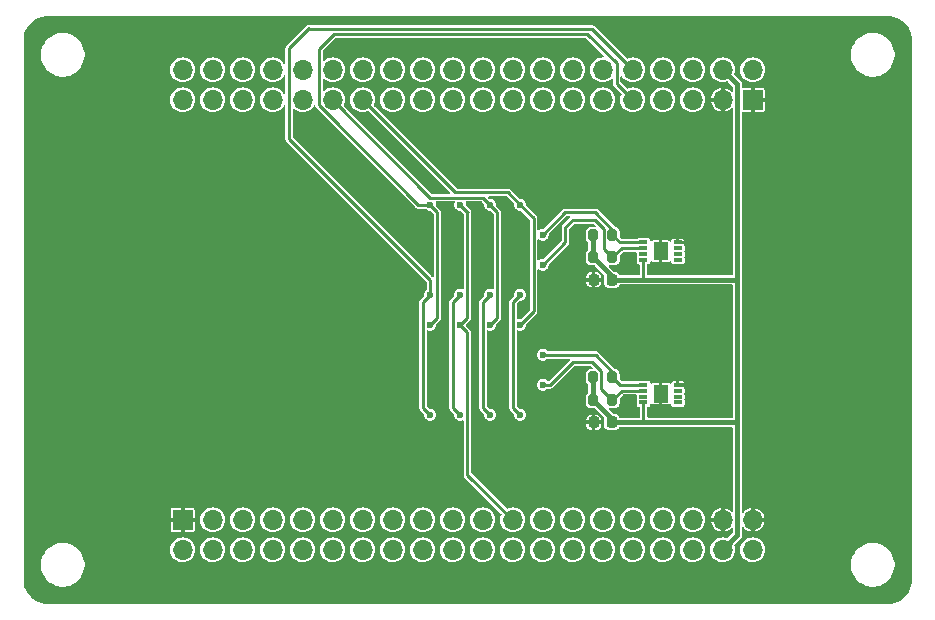
<source format=gbr>
G04 #@! TF.GenerationSoftware,KiCad,Pcbnew,8.0.3+dfsg-1*
G04 #@! TF.CreationDate,2024-06-11T16:22:44+08:00*
G04 #@! TF.ProjectId,sec01,73656330-312e-46b6-9963-61645f706362,a*
G04 #@! TF.SameCoordinates,Original*
G04 #@! TF.FileFunction,Copper,L1,Top*
G04 #@! TF.FilePolarity,Positive*
%FSLAX46Y46*%
G04 Gerber Fmt 4.6, Leading zero omitted, Abs format (unit mm)*
G04 Created by KiCad (PCBNEW 8.0.3+dfsg-1) date 2024-06-11 16:22:44*
%MOMM*%
%LPD*%
G01*
G04 APERTURE LIST*
G04 Aperture macros list*
%AMRoundRect*
0 Rectangle with rounded corners*
0 $1 Rounding radius*
0 $2 $3 $4 $5 $6 $7 $8 $9 X,Y pos of 4 corners*
0 Add a 4 corners polygon primitive as box body*
4,1,4,$2,$3,$4,$5,$6,$7,$8,$9,$2,$3,0*
0 Add four circle primitives for the rounded corners*
1,1,$1+$1,$2,$3*
1,1,$1+$1,$4,$5*
1,1,$1+$1,$6,$7*
1,1,$1+$1,$8,$9*
0 Add four rect primitives between the rounded corners*
20,1,$1+$1,$2,$3,$4,$5,0*
20,1,$1+$1,$4,$5,$6,$7,0*
20,1,$1+$1,$6,$7,$8,$9,0*
20,1,$1+$1,$8,$9,$2,$3,0*%
G04 Aperture macros list end*
G04 #@! TA.AperFunction,SMDPad,CuDef*
%ADD10RoundRect,0.200000X-0.200000X-0.275000X0.200000X-0.275000X0.200000X0.275000X-0.200000X0.275000X0*%
G04 #@! TD*
G04 #@! TA.AperFunction,SMDPad,CuDef*
%ADD11RoundRect,0.225000X0.225000X0.250000X-0.225000X0.250000X-0.225000X-0.250000X0.225000X-0.250000X0*%
G04 #@! TD*
G04 #@! TA.AperFunction,ComponentPad*
%ADD12R,1.700000X1.700000*%
G04 #@! TD*
G04 #@! TA.AperFunction,ComponentPad*
%ADD13O,1.700000X1.700000*%
G04 #@! TD*
G04 #@! TA.AperFunction,SMDPad,CuDef*
%ADD14R,0.750000X0.300000*%
G04 #@! TD*
G04 #@! TA.AperFunction,SMDPad,CuDef*
%ADD15R,1.300000X1.500000*%
G04 #@! TD*
G04 #@! TA.AperFunction,ViaPad*
%ADD16C,0.600000*%
G04 #@! TD*
G04 #@! TA.AperFunction,Conductor*
%ADD17C,0.228600*%
G04 #@! TD*
G04 #@! TA.AperFunction,Conductor*
%ADD18C,0.381000*%
G04 #@! TD*
G04 APERTURE END LIST*
D10*
G04 #@! TO.P,R4,1*
G04 #@! TO.N,+3V3*
X166815000Y-113030000D03*
G04 #@! TO.P,R4,2*
G04 #@! TO.N,B_SCL*
X168465000Y-113030000D03*
G04 #@! TD*
G04 #@! TO.P,R1,1*
G04 #@! TO.N,+3V3*
X166815000Y-99060000D03*
G04 #@! TO.P,R1,2*
G04 #@! TO.N,A_SDA*
X168465000Y-99060000D03*
G04 #@! TD*
D11*
G04 #@! TO.P,C2,1*
G04 #@! TO.N,+3V3*
X168415000Y-114935000D03*
G04 #@! TO.P,C2,2*
G04 #@! TO.N,GND*
X166865000Y-114935000D03*
G04 #@! TD*
D12*
G04 #@! TO.P,J3,1,GND*
G04 #@! TO.N,GND*
X180340000Y-87630000D03*
D13*
G04 #@! TO.P,J3,2,5V*
G04 #@! TO.N,unconnected-(J3-5V-Pad2)*
X180340000Y-85090000D03*
G04 #@! TO.P,J3,3,GND*
G04 #@! TO.N,GND*
X177800000Y-87630000D03*
G04 #@! TO.P,J3,4,3.3V*
G04 #@! TO.N,+3V3*
X177800000Y-85090000D03*
G04 #@! TO.P,J3,5,U16*
G04 #@! TO.N,unconnected-(J3-U16-Pad5)*
X175260000Y-87630000D03*
G04 #@! TO.P,J3,6,U15*
G04 #@! TO.N,unconnected-(J3-U15-Pad6)*
X175260000Y-85090000D03*
G04 #@! TO.P,J3,7,U14*
G04 #@! TO.N,unconnected-(J3-U14-Pad7)*
X172720000Y-87630000D03*
G04 #@! TO.P,J3,8,U13*
G04 #@! TO.N,unconnected-(J3-U13-Pad8)*
X172720000Y-85090000D03*
G04 #@! TO.P,J3,9,PA9*
G04 #@! TO.N,I2C3_SDA*
X170180000Y-87630000D03*
G04 #@! TO.P,J3,10,PA8*
G04 #@! TO.N,I2C3_SCL*
X170180000Y-85090000D03*
G04 #@! TO.P,J3,11,PA11*
G04 #@! TO.N,unconnected-(J3-PA11-Pad11)*
X167640000Y-87630000D03*
G04 #@! TO.P,J3,12,PA10*
G04 #@! TO.N,unconnected-(J3-PA10-Pad12)*
X167640000Y-85090000D03*
G04 #@! TO.P,J3,13,PA13*
G04 #@! TO.N,unconnected-(J3-PA13-Pad13)*
X165100000Y-87630000D03*
G04 #@! TO.P,J3,14,PA12*
G04 #@! TO.N,unconnected-(J3-PA12-Pad14)*
X165100000Y-85090000D03*
G04 #@! TO.P,J3,15,PA15*
G04 #@! TO.N,unconnected-(J3-PA15-Pad15)*
X162560000Y-87630000D03*
G04 #@! TO.P,J3,16,PA14*
G04 #@! TO.N,unconnected-(J3-PA14-Pad16)*
X162560000Y-85090000D03*
G04 #@! TO.P,J3,17,U12*
G04 #@! TO.N,unconnected-(J3-U12-Pad17)*
X160020000Y-87630000D03*
G04 #@! TO.P,J3,18,U11*
G04 #@! TO.N,unconnected-(J3-U11-Pad18)*
X160020000Y-85090000D03*
G04 #@! TO.P,J3,19,PC11*
G04 #@! TO.N,unconnected-(J3-PC11-Pad19)*
X157480000Y-87630000D03*
G04 #@! TO.P,J3,20,PC10*
G04 #@! TO.N,unconnected-(J3-PC10-Pad20)*
X157480000Y-85090000D03*
G04 #@! TO.P,J3,21,U8*
G04 #@! TO.N,unconnected-(J3-U8-Pad21)*
X154940000Y-87630000D03*
G04 #@! TO.P,J3,22,PC12*
G04 #@! TO.N,unconnected-(J3-PC12-Pad22)*
X154940000Y-85090000D03*
G04 #@! TO.P,J3,23,23*
G04 #@! TO.N,unconnected-(J3-Pad23)*
X152400000Y-87630000D03*
G04 #@! TO.P,J3,24,PD2*
G04 #@! TO.N,unconnected-(J3-PD2-Pad24)*
X152400000Y-85090000D03*
G04 #@! TO.P,J3,25,PB5*
G04 #@! TO.N,unconnected-(J3-PB5-Pad25)*
X149860000Y-87630000D03*
G04 #@! TO.P,J3,26,PB4*
G04 #@! TO.N,unconnected-(J3-PB4-Pad26)*
X149860000Y-85090000D03*
G04 #@! TO.P,J3,27,PB7*
G04 #@! TO.N,I2C1_SDA*
X147320000Y-87630000D03*
G04 #@! TO.P,J3,28,PB6*
G04 #@! TO.N,I2C1_SCL*
X147320000Y-85090000D03*
G04 #@! TO.P,J3,29,PB9*
G04 #@! TO.N,I2C1_A_SDA*
X144780000Y-87630000D03*
G04 #@! TO.P,J3,30,PB8*
G04 #@! TO.N,I2C1_A_SCL*
X144780000Y-85090000D03*
G04 #@! TO.P,J3,31,U10*
G04 #@! TO.N,unconnected-(J3-U10-Pad31)*
X142240000Y-87630000D03*
G04 #@! TO.P,J3,32,U9*
G04 #@! TO.N,unconnected-(J3-U9-Pad32)*
X142240000Y-85090000D03*
G04 #@! TO.P,J3,33,PC13*
G04 #@! TO.N,unconnected-(J3-PC13-Pad33)*
X139700000Y-87630000D03*
G04 #@! TO.P,J3,34,PC14*
G04 #@! TO.N,unconnected-(J3-PC14-Pad34)*
X139700000Y-85090000D03*
G04 #@! TO.P,J3,35,PC15*
G04 #@! TO.N,unconnected-(J3-PC15-Pad35)*
X137160000Y-87630000D03*
G04 #@! TO.P,J3,36,U7*
G04 #@! TO.N,unconnected-(J3-U7-Pad36)*
X137160000Y-85090000D03*
G04 #@! TO.P,J3,37,U6*
G04 #@! TO.N,unconnected-(J3-U6-Pad37)*
X134620000Y-87630000D03*
G04 #@! TO.P,J3,38,U5*
G04 #@! TO.N,unconnected-(J3-U5-Pad38)*
X134620000Y-85090000D03*
G04 #@! TO.P,J3,39,GND*
G04 #@! TO.N,unconnected-(J3-GND-Pad39)*
X132080000Y-87630000D03*
G04 #@! TO.P,J3,40,VB*
G04 #@! TO.N,unconnected-(J3-VB-Pad40)*
X132080000Y-85090000D03*
G04 #@! TD*
D11*
G04 #@! TO.P,C1,1*
G04 #@! TO.N,+3V3*
X168415000Y-102870000D03*
G04 #@! TO.P,C1,2*
G04 #@! TO.N,GND*
X166865000Y-102870000D03*
G04 #@! TD*
D14*
G04 #@! TO.P,U1,1,NC*
G04 #@! TO.N,unconnected-(U1-NC-Pad1)*
X173990000Y-101195000D03*
G04 #@! TO.P,U1,2,NC*
G04 #@! TO.N,unconnected-(U1-NC-Pad2)*
X173990000Y-100695000D03*
G04 #@! TO.P,U1,3,NC*
G04 #@! TO.N,unconnected-(U1-NC-Pad3)*
X173990000Y-100195000D03*
G04 #@! TO.P,U1,4,GND*
G04 #@! TO.N,GND*
X173990000Y-99695000D03*
G04 #@! TO.P,U1,5,SDA*
G04 #@! TO.N,A_SDA*
X171090000Y-99695000D03*
G04 #@! TO.P,U1,6,SCL*
G04 #@! TO.N,A_SCL*
X171090000Y-100195000D03*
G04 #@! TO.P,U1,7,NC*
G04 #@! TO.N,unconnected-(U1-NC-Pad7)*
X171090000Y-100695000D03*
G04 #@! TO.P,U1,8,VCC*
G04 #@! TO.N,+3V3*
X171090000Y-101195000D03*
D15*
G04 #@! TO.P,U1,9,EP*
G04 #@! TO.N,GND*
X172540000Y-100445000D03*
G04 #@! TD*
D10*
G04 #@! TO.P,R3,1*
G04 #@! TO.N,+3V3*
X166815000Y-111125000D03*
G04 #@! TO.P,R3,2*
G04 #@! TO.N,B_SDA*
X168465000Y-111125000D03*
G04 #@! TD*
D12*
G04 #@! TO.P,J2,1,GND*
G04 #@! TO.N,GND*
X132080000Y-123190000D03*
D13*
G04 #@! TO.P,J2,2,VA*
G04 #@! TO.N,unconnected-(J2-VA-Pad2)*
X132080000Y-125730000D03*
G04 #@! TO.P,J2,3,NRST*
G04 #@! TO.N,unconnected-(J2-NRST-Pad3)*
X134620000Y-123190000D03*
G04 #@! TO.P,J2,4,BO0*
G04 #@! TO.N,unconnected-(J2-BO0-Pad4)*
X134620000Y-125730000D03*
G04 #@! TO.P,J2,5,PC1*
G04 #@! TO.N,unconnected-(J2-PC1-Pad5)*
X137160000Y-123190000D03*
G04 #@! TO.P,J2,6,PC0*
G04 #@! TO.N,unconnected-(J2-PC0-Pad6)*
X137160000Y-125730000D03*
G04 #@! TO.P,J2,7,PC3*
G04 #@! TO.N,unconnected-(J2-PC3-Pad7)*
X139700000Y-123190000D03*
G04 #@! TO.P,J2,8,PC2*
G04 #@! TO.N,unconnected-(J2-PC2-Pad8)*
X139700000Y-125730000D03*
G04 #@! TO.P,J2,9,PA1*
G04 #@! TO.N,unconnected-(J2-PA1-Pad9)*
X142240000Y-123190000D03*
G04 #@! TO.P,J2,10,PA0*
G04 #@! TO.N,unconnected-(J2-PA0-Pad10)*
X142240000Y-125730000D03*
G04 #@! TO.P,J2,11,PA3*
G04 #@! TO.N,unconnected-(J2-PA3-Pad11)*
X144780000Y-123190000D03*
G04 #@! TO.P,J2,12,PA2*
G04 #@! TO.N,unconnected-(J2-PA2-Pad12)*
X144780000Y-125730000D03*
G04 #@! TO.P,J2,13,PA5*
G04 #@! TO.N,unconnected-(J2-PA5-Pad13)*
X147320000Y-123190000D03*
G04 #@! TO.P,J2,14,PA4*
G04 #@! TO.N,unconnected-(J2-PA4-Pad14)*
X147320000Y-125730000D03*
G04 #@! TO.P,J2,15,PA7*
G04 #@! TO.N,unconnected-(J2-PA7-Pad15)*
X149860000Y-123190000D03*
G04 #@! TO.P,J2,16,PA6*
G04 #@! TO.N,unconnected-(J2-PA6-Pad16)*
X149860000Y-125730000D03*
G04 #@! TO.P,J2,17,PC5*
G04 #@! TO.N,unconnected-(J2-PC5-Pad17)*
X152400000Y-123190000D03*
G04 #@! TO.P,J2,18,PC4*
G04 #@! TO.N,unconnected-(J2-PC4-Pad18)*
X152400000Y-125730000D03*
G04 #@! TO.P,J2,19,PB1*
G04 #@! TO.N,unconnected-(J2-PB1-Pad19)*
X154940000Y-123190000D03*
G04 #@! TO.P,J2,20,PB0*
G04 #@! TO.N,unconnected-(J2-PB0-Pad20)*
X154940000Y-125730000D03*
G04 #@! TO.P,J2,21,U0*
G04 #@! TO.N,unconnected-(J2-U0-Pad21)*
X157480000Y-123190000D03*
G04 #@! TO.P,J2,22,PB2*
G04 #@! TO.N,unconnected-(J2-PB2-Pad22)*
X157480000Y-125730000D03*
G04 #@! TO.P,J2,23,PB11*
G04 #@! TO.N,I2C2_SDA*
X160020000Y-123190000D03*
G04 #@! TO.P,J2,24,PB10*
G04 #@! TO.N,I2C2_SCL*
X160020000Y-125730000D03*
G04 #@! TO.P,J2,25,PB13*
G04 #@! TO.N,unconnected-(J2-PB13-Pad25)*
X162560000Y-123190000D03*
G04 #@! TO.P,J2,26,PB12*
G04 #@! TO.N,unconnected-(J2-PB12-Pad26)*
X162560000Y-125730000D03*
G04 #@! TO.P,J2,27,PB15*
G04 #@! TO.N,unconnected-(J2-PB15-Pad27)*
X165100000Y-123190000D03*
G04 #@! TO.P,J2,28,PB14*
G04 #@! TO.N,unconnected-(J2-PB14-Pad28)*
X165100000Y-125730000D03*
G04 #@! TO.P,J2,29,PC7*
G04 #@! TO.N,unconnected-(J2-PC7-Pad29)*
X167640000Y-123190000D03*
G04 #@! TO.P,J2,30,PC6*
G04 #@! TO.N,unconnected-(J2-PC6-Pad30)*
X167640000Y-125730000D03*
G04 #@! TO.P,J2,31,PC9*
G04 #@! TO.N,unconnected-(J2-PC9-Pad31)*
X170180000Y-123190000D03*
G04 #@! TO.P,J2,32,PC8*
G04 #@! TO.N,unconnected-(J2-PC8-Pad32)*
X170180000Y-125730000D03*
G04 #@! TO.P,J2,33,U2*
G04 #@! TO.N,unconnected-(J2-U2-Pad33)*
X172720000Y-123190000D03*
G04 #@! TO.P,J2,34,U1*
G04 #@! TO.N,unconnected-(J2-U1-Pad34)*
X172720000Y-125730000D03*
G04 #@! TO.P,J2,35,U4*
G04 #@! TO.N,unconnected-(J2-U4-Pad35)*
X175260000Y-123190000D03*
G04 #@! TO.P,J2,36,U3*
G04 #@! TO.N,unconnected-(J2-U3-Pad36)*
X175260000Y-125730000D03*
G04 #@! TO.P,J2,37,GND*
G04 #@! TO.N,GND*
X177800000Y-123190000D03*
G04 #@! TO.P,J2,38,3.3V*
G04 #@! TO.N,+3V3*
X177800000Y-125730000D03*
G04 #@! TO.P,J2,39,GND*
G04 #@! TO.N,GND*
X180340000Y-123190000D03*
G04 #@! TO.P,J2,40,5V*
G04 #@! TO.N,unconnected-(J2-5V-Pad40)*
X180340000Y-125730000D03*
G04 #@! TD*
D14*
G04 #@! TO.P,U2,1,NC*
G04 #@! TO.N,unconnected-(U2-NC-Pad1)*
X173990000Y-113260000D03*
G04 #@! TO.P,U2,2,NC*
G04 #@! TO.N,unconnected-(U2-NC-Pad2)*
X173990000Y-112760000D03*
G04 #@! TO.P,U2,3,NC*
G04 #@! TO.N,unconnected-(U2-NC-Pad3)*
X173990000Y-112260000D03*
G04 #@! TO.P,U2,4,GND*
G04 #@! TO.N,GND*
X173990000Y-111760000D03*
G04 #@! TO.P,U2,5,SDA*
G04 #@! TO.N,B_SDA*
X171090000Y-111760000D03*
G04 #@! TO.P,U2,6,SCL*
G04 #@! TO.N,B_SCL*
X171090000Y-112260000D03*
G04 #@! TO.P,U2,7,NC*
G04 #@! TO.N,unconnected-(U2-NC-Pad7)*
X171090000Y-112760000D03*
G04 #@! TO.P,U2,8,VCC*
G04 #@! TO.N,+3V3*
X171090000Y-113260000D03*
D15*
G04 #@! TO.P,U2,9,EP*
G04 #@! TO.N,GND*
X172540000Y-112510000D03*
G04 #@! TD*
D10*
G04 #@! TO.P,R2,1*
G04 #@! TO.N,+3V3*
X166815000Y-100965000D03*
G04 #@! TO.P,R2,2*
G04 #@! TO.N,A_SCL*
X168465000Y-100965000D03*
G04 #@! TD*
D16*
G04 #@! TO.N,GND*
X169545000Y-101600000D03*
X151130000Y-97790000D03*
X169545000Y-113665000D03*
X153035000Y-100330000D03*
X146685000Y-97790000D03*
X151130000Y-110490000D03*
X123825000Y-86360000D03*
X123825000Y-124460000D03*
X162560000Y-100330000D03*
X162560000Y-110490000D03*
X149225000Y-97790000D03*
X144780000Y-97790000D03*
G04 #@! TO.N,I2C2_SCL*
X155575000Y-114300000D03*
X155575000Y-104140000D03*
G04 #@! TO.N,I2C2_SDA*
X155575000Y-106680000D03*
X155575000Y-96520000D03*
G04 #@! TO.N,I2C3_SDA*
X153035000Y-106680000D03*
X153035000Y-96520000D03*
G04 #@! TO.N,I2C1_SDA*
X160655000Y-96520000D03*
X160655000Y-106680000D03*
G04 #@! TO.N,I2C1_SCL*
X160655000Y-114300000D03*
X160655000Y-104140000D03*
G04 #@! TO.N,I2C1_A_SDA*
X158115000Y-106680000D03*
X158115000Y-96520000D03*
G04 #@! TO.N,I2C3_SCL*
X153035000Y-114300000D03*
X153035000Y-104140000D03*
G04 #@! TO.N,I2C1_A_SCL*
X158115000Y-114300000D03*
X158115000Y-104140000D03*
G04 #@! TO.N,A_SDA*
X162560000Y-99060000D03*
G04 #@! TO.N,A_SCL*
X162560000Y-101600000D03*
G04 #@! TO.N,B_SDA*
X162560000Y-109220000D03*
G04 #@! TO.N,B_SCL*
X162560000Y-111760000D03*
G04 #@! TD*
D17*
G04 #@! TO.N,+3V3*
X171090000Y-113260000D02*
X171090000Y-114925000D01*
X171090000Y-102860000D02*
X171100000Y-102870000D01*
D18*
X177800000Y-85090000D02*
X179040500Y-86330500D01*
X168415000Y-102870000D02*
X168415000Y-102565000D01*
X171080000Y-114935000D02*
X179040500Y-114935000D01*
X179040500Y-102870000D02*
X179040500Y-114935000D01*
X179040500Y-124489500D02*
X177800000Y-125730000D01*
X171100000Y-102870000D02*
X179040500Y-102870000D01*
X168415000Y-114935000D02*
X171080000Y-114935000D01*
X166815000Y-100965000D02*
X166815000Y-99060000D01*
X168415000Y-102565000D02*
X166815000Y-100965000D01*
X166815000Y-113030000D02*
X166815000Y-111125000D01*
X168415000Y-114935000D02*
X168415000Y-114630000D01*
X179040500Y-86330500D02*
X179040500Y-102870000D01*
D17*
X171090000Y-101195000D02*
X171090000Y-102860000D01*
D18*
X168415000Y-102870000D02*
X171100000Y-102870000D01*
X168415000Y-114630000D02*
X166815000Y-113030000D01*
D17*
X171090000Y-114925000D02*
X171080000Y-114935000D01*
D18*
X179040500Y-114935000D02*
X179040500Y-124489500D01*
D17*
G04 #@! TO.N,I2C2_SCL*
X154960700Y-104754300D02*
X154960700Y-113685700D01*
X155575000Y-104140000D02*
X154960700Y-104754300D01*
X154960700Y-113685700D02*
X155575000Y-114300000D01*
G04 #@! TO.N,I2C2_SDA*
X156189300Y-119359300D02*
X160020000Y-123190000D01*
X156210000Y-97155000D02*
X155575000Y-96520000D01*
X156189300Y-107294300D02*
X156189300Y-119359300D01*
X155575000Y-106680000D02*
X156189300Y-106065700D01*
X156189300Y-97134300D02*
X155575000Y-96520000D01*
X155575000Y-106680000D02*
X156189300Y-107294300D01*
X156189300Y-106065700D02*
X156189300Y-97134300D01*
G04 #@! TO.N,I2C3_SDA*
X153035000Y-106680000D02*
X153649300Y-106065700D01*
X153649300Y-106065700D02*
X153649300Y-97134300D01*
X166348600Y-82048600D02*
X168820000Y-84520000D01*
X143615700Y-83324300D02*
X144891400Y-82048600D01*
X168820000Y-84520000D02*
X168820000Y-86270000D01*
X144351716Y-88848284D02*
X143615700Y-88112268D01*
X144891400Y-82048600D02*
X166348600Y-82048600D01*
X143615700Y-88112269D02*
X144351716Y-88848284D01*
X144351716Y-88848284D02*
X152023431Y-96520000D01*
X153649300Y-97134300D02*
X153035000Y-96520000D01*
X152023431Y-96520000D02*
X153035000Y-96520000D01*
X143615700Y-88112268D02*
X143615700Y-83324300D01*
X168820000Y-86270000D02*
X170180000Y-87630000D01*
G04 #@! TO.N,I2C1_SDA*
X160655000Y-106680000D02*
X161798000Y-105537000D01*
X155167100Y-95477100D02*
X147320000Y-87630000D01*
X159612100Y-95477100D02*
X155167100Y-95477100D01*
X161798000Y-105537000D02*
X161798000Y-97663000D01*
X161798000Y-97663000D02*
X160655000Y-96520000D01*
X160655000Y-96520000D02*
X159612100Y-95477100D01*
G04 #@! TO.N,I2C1_SCL*
X160655000Y-104140000D02*
X160040700Y-104754300D01*
X160040700Y-104754300D02*
X160040700Y-113685700D01*
X160040700Y-113685700D02*
X160655000Y-114300000D01*
G04 #@! TO.N,I2C1_A_SDA*
X157500700Y-95905700D02*
X153055700Y-95905700D01*
X158115000Y-96520000D02*
X157500700Y-95905700D01*
X153055700Y-95905700D02*
X144780000Y-87630000D01*
X158729300Y-97134300D02*
X158115000Y-96520000D01*
X158729300Y-106065700D02*
X158729300Y-97134300D01*
X158115000Y-106680000D02*
X158729300Y-106065700D01*
G04 #@! TO.N,I2C3_SCL*
X152420700Y-104754300D02*
X152420700Y-113685700D01*
X142800000Y-81620000D02*
X142760000Y-81580000D01*
X153035000Y-102870000D02*
X153035000Y-104140000D01*
X142760000Y-81580000D02*
X141075700Y-83264300D01*
X166710000Y-81620000D02*
X142800000Y-81620000D01*
X153035000Y-104140000D02*
X152420700Y-104754300D01*
X170180000Y-85090000D02*
X166710000Y-81620000D01*
X152420700Y-113685700D02*
X153035000Y-114300000D01*
X141075700Y-90910700D02*
X153035000Y-102870000D01*
X141075700Y-83264300D02*
X141075700Y-90910700D01*
G04 #@! TO.N,I2C1_A_SCL*
X157500700Y-113685700D02*
X158115000Y-114300000D01*
X158115000Y-104140000D02*
X157500700Y-104754300D01*
X157500700Y-104754300D02*
X157500700Y-113685700D01*
G04 #@! TO.N,A_SDA*
X162560000Y-99060000D02*
X164465000Y-97155000D01*
X168465000Y-99060000D02*
X168465000Y-98615000D01*
X171090000Y-99695000D02*
X169100000Y-99695000D01*
X167005000Y-97155000D02*
X164465000Y-97155000D01*
X168465000Y-98615000D02*
X167005000Y-97155000D01*
X169100000Y-99695000D02*
X168465000Y-99060000D01*
G04 #@! TO.N,A_SCL*
X167750700Y-98535700D02*
X167005000Y-97790000D01*
X164465000Y-99695000D02*
X164465000Y-98425000D01*
X167005000Y-97790000D02*
X165100000Y-97790000D01*
X171090000Y-100195000D02*
X169235000Y-100195000D01*
X169235000Y-100195000D02*
X168465000Y-100965000D01*
X165100000Y-97790000D02*
X164465000Y-98425000D01*
X167750700Y-100250700D02*
X167750700Y-98535700D01*
X162560000Y-101600000D02*
X164465000Y-99695000D01*
X168465000Y-100965000D02*
X167750700Y-100250700D01*
G04 #@! TO.N,B_SDA*
X162560000Y-109220000D02*
X167035000Y-109220000D01*
X169100000Y-111760000D02*
X168465000Y-111125000D01*
X168465000Y-110650000D02*
X168465000Y-111125000D01*
X167035000Y-109220000D02*
X168465000Y-110650000D01*
X171090000Y-111760000D02*
X169100000Y-111760000D01*
G04 #@! TO.N,B_SCL*
X171090000Y-112260000D02*
X169235000Y-112260000D01*
X167529300Y-112094300D02*
X167529300Y-110631428D01*
X166752872Y-109855000D02*
X165100000Y-109855000D01*
X163195000Y-111760000D02*
X162560000Y-111760000D01*
X165100000Y-109855000D02*
X163195000Y-111760000D01*
X169235000Y-112260000D02*
X168465000Y-113030000D01*
X168465000Y-113030000D02*
X167529300Y-112094300D01*
X167529300Y-110631428D02*
X166752872Y-109855000D01*
G04 #@! TD*
G04 #@! TA.AperFunction,Conductor*
G04 #@! TO.N,GND*
G36*
X170487638Y-112592393D02*
G01*
X170513358Y-112636942D01*
X170514500Y-112650000D01*
X170514500Y-112929750D01*
X170527544Y-112995330D01*
X170527544Y-113024670D01*
X170514500Y-113090249D01*
X170514500Y-113429748D01*
X170526132Y-113488229D01*
X170526133Y-113488231D01*
X170570448Y-113554552D01*
X170636769Y-113598867D01*
X170666010Y-113604683D01*
X170695251Y-113610500D01*
X170695252Y-113610500D01*
X170700000Y-113610500D01*
X170748338Y-113628093D01*
X170774058Y-113672642D01*
X170775200Y-113685700D01*
X170775200Y-114468800D01*
X170757607Y-114517138D01*
X170713058Y-114542858D01*
X170700000Y-114544000D01*
X169091790Y-114544000D01*
X169043452Y-114526407D01*
X169024786Y-114502940D01*
X169014044Y-114481858D01*
X168988528Y-114431780D01*
X168988527Y-114431779D01*
X168988526Y-114431777D01*
X168893222Y-114336473D01*
X168773126Y-114275281D01*
X168773128Y-114275281D01*
X168673490Y-114259500D01*
X168673488Y-114259500D01*
X168628606Y-114259500D01*
X168580268Y-114241907D01*
X168575432Y-114237474D01*
X168171350Y-113833392D01*
X168149610Y-113786772D01*
X168162924Y-113737085D01*
X168205061Y-113707580D01*
X168230458Y-113706296D01*
X168230539Y-113705268D01*
X168233465Y-113705497D01*
X168233481Y-113705500D01*
X168696518Y-113705499D01*
X168704646Y-113704211D01*
X168790301Y-113690647D01*
X168790302Y-113690646D01*
X168790304Y-113690646D01*
X168903342Y-113633050D01*
X168993050Y-113543342D01*
X169050646Y-113430304D01*
X169065500Y-113336519D01*
X169065499Y-112905841D01*
X169083092Y-112857505D01*
X169087503Y-112852690D01*
X169343369Y-112596824D01*
X169389988Y-112575086D01*
X169396542Y-112574800D01*
X170439300Y-112574800D01*
X170487638Y-112592393D01*
G37*
G04 #@! TD.AperFunction*
G04 #@! TA.AperFunction,Conductor*
G36*
X143291395Y-88130749D02*
G01*
X143300173Y-88150998D01*
X143300900Y-88153711D01*
X143300900Y-88153712D01*
X143313286Y-88199938D01*
X143317710Y-88216451D01*
X143322353Y-88233777D01*
X143322357Y-88233787D01*
X143346280Y-88275221D01*
X143346281Y-88275222D01*
X143363792Y-88305553D01*
X143363798Y-88305561D01*
X144099813Y-89041576D01*
X151830136Y-96771900D01*
X151830138Y-96771902D01*
X151901912Y-96813342D01*
X151901916Y-96813344D01*
X151901922Y-96813347D01*
X151918838Y-96817879D01*
X151918840Y-96817880D01*
X151918841Y-96817880D01*
X151981987Y-96834800D01*
X152611176Y-96834800D01*
X152659514Y-96852393D01*
X152668008Y-96860754D01*
X152668787Y-96861653D01*
X152703872Y-96902143D01*
X152824947Y-96979953D01*
X152963039Y-97020500D01*
X153059156Y-97020500D01*
X153107494Y-97038093D01*
X153112330Y-97042525D01*
X153312474Y-97242668D01*
X153334214Y-97289289D01*
X153334500Y-97295843D01*
X153334500Y-102542757D01*
X153316907Y-102591095D01*
X153272358Y-102616815D01*
X153221700Y-102607882D01*
X153206126Y-102595931D01*
X141412526Y-90802331D01*
X141390786Y-90755711D01*
X141390500Y-90749157D01*
X141390500Y-88450803D01*
X141408093Y-88402465D01*
X141452642Y-88376745D01*
X141503300Y-88385678D01*
X141513406Y-88392673D01*
X141653542Y-88507679D01*
X141653545Y-88507681D01*
X141653550Y-88507685D01*
X141653554Y-88507687D01*
X141827660Y-88600750D01*
X141836046Y-88605232D01*
X141836050Y-88605233D01*
X141836052Y-88605234D01*
X141877794Y-88617896D01*
X142034066Y-88665300D01*
X142240000Y-88685583D01*
X142445934Y-88665300D01*
X142643954Y-88605232D01*
X142826450Y-88507685D01*
X142986410Y-88376410D01*
X143117685Y-88216450D01*
X143161216Y-88135008D01*
X143199516Y-88100675D01*
X143250929Y-88098991D01*
X143291395Y-88130749D01*
G37*
G04 #@! TD.AperFunction*
G04 #@! TA.AperFunction,Conductor*
G36*
X170487638Y-100527393D02*
G01*
X170513358Y-100571942D01*
X170514500Y-100585000D01*
X170514500Y-100864750D01*
X170527544Y-100930330D01*
X170527544Y-100959670D01*
X170514500Y-101025249D01*
X170514500Y-101364748D01*
X170526132Y-101423229D01*
X170526133Y-101423231D01*
X170570448Y-101489552D01*
X170636769Y-101533867D01*
X170666010Y-101539683D01*
X170695251Y-101545500D01*
X170695252Y-101545500D01*
X170700000Y-101545500D01*
X170748338Y-101563093D01*
X170774058Y-101607642D01*
X170775200Y-101620700D01*
X170775200Y-102403800D01*
X170757607Y-102452138D01*
X170713058Y-102477858D01*
X170700000Y-102479000D01*
X169091790Y-102479000D01*
X169043452Y-102461407D01*
X169024786Y-102437940D01*
X169014044Y-102416858D01*
X168988528Y-102366780D01*
X168988527Y-102366779D01*
X168988526Y-102366777D01*
X168893222Y-102271473D01*
X168773126Y-102210281D01*
X168773128Y-102210281D01*
X168673490Y-102194500D01*
X168673488Y-102194500D01*
X168628606Y-102194500D01*
X168580268Y-102176907D01*
X168575432Y-102172474D01*
X168171350Y-101768392D01*
X168149610Y-101721772D01*
X168162924Y-101672085D01*
X168205061Y-101642580D01*
X168230458Y-101641296D01*
X168230539Y-101640268D01*
X168233465Y-101640497D01*
X168233481Y-101640500D01*
X168696518Y-101640499D01*
X168704646Y-101639211D01*
X168790301Y-101625647D01*
X168790302Y-101625646D01*
X168790304Y-101625646D01*
X168903342Y-101568050D01*
X168993050Y-101478342D01*
X169050646Y-101365304D01*
X169065500Y-101271519D01*
X169065499Y-100840841D01*
X169083092Y-100792505D01*
X169087503Y-100787690D01*
X169343369Y-100531824D01*
X169389988Y-100510086D01*
X169396542Y-100509800D01*
X170439300Y-100509800D01*
X170487638Y-100527393D01*
G37*
G04 #@! TD.AperFunction*
G04 #@! TA.AperFunction,Conductor*
G36*
X164841794Y-97487393D02*
G01*
X164867514Y-97531942D01*
X164858581Y-97582600D01*
X164846630Y-97598174D01*
X164213096Y-98231707D01*
X164171653Y-98303491D01*
X164171652Y-98303491D01*
X164171653Y-98303492D01*
X164150200Y-98383556D01*
X164150200Y-98383558D01*
X164150200Y-99533457D01*
X164132607Y-99581795D01*
X164128174Y-99586631D01*
X162637331Y-101077474D01*
X162590711Y-101099214D01*
X162584157Y-101099500D01*
X162488036Y-101099500D01*
X162349950Y-101140045D01*
X162228656Y-101217996D01*
X162178480Y-101229328D01*
X162132758Y-101205757D01*
X162112885Y-101158311D01*
X162112800Y-101154733D01*
X162112800Y-99505266D01*
X162130393Y-99456928D01*
X162174942Y-99431208D01*
X162225600Y-99440141D01*
X162228656Y-99442004D01*
X162228871Y-99442142D01*
X162228872Y-99442143D01*
X162349947Y-99519953D01*
X162488039Y-99560500D01*
X162488042Y-99560500D01*
X162631958Y-99560500D01*
X162631961Y-99560500D01*
X162770053Y-99519953D01*
X162891128Y-99442143D01*
X162985377Y-99333373D01*
X163045165Y-99202457D01*
X163065647Y-99060000D01*
X163063404Y-99044406D01*
X163073936Y-98994060D01*
X163084660Y-98980533D01*
X164573369Y-97491826D01*
X164619989Y-97470086D01*
X164626543Y-97469800D01*
X164793456Y-97469800D01*
X164841794Y-97487393D01*
G37*
G04 #@! TD.AperFunction*
G04 #@! TA.AperFunction,Conductor*
G36*
X191772456Y-80510661D02*
G01*
X192031298Y-80527626D01*
X192041033Y-80528907D01*
X192293037Y-80579034D01*
X192302520Y-80581575D01*
X192545822Y-80664166D01*
X192554892Y-80667922D01*
X192785335Y-80781563D01*
X192793837Y-80786472D01*
X193007483Y-80929226D01*
X193015273Y-80935204D01*
X193208438Y-81104606D01*
X193215393Y-81111561D01*
X193384795Y-81304726D01*
X193390775Y-81312518D01*
X193533524Y-81526157D01*
X193538437Y-81534667D01*
X193652073Y-81765098D01*
X193655837Y-81774186D01*
X193738421Y-82017470D01*
X193740967Y-82026971D01*
X193791090Y-82278957D01*
X193792374Y-82288710D01*
X193809339Y-82547543D01*
X193809500Y-82552461D01*
X193809500Y-128267538D01*
X193809339Y-128272456D01*
X193792374Y-128531289D01*
X193791090Y-128541042D01*
X193740967Y-128793028D01*
X193738421Y-128802529D01*
X193655837Y-129045813D01*
X193652073Y-129054901D01*
X193538437Y-129285332D01*
X193533519Y-129293851D01*
X193390784Y-129507469D01*
X193384795Y-129515273D01*
X193215393Y-129708438D01*
X193208438Y-129715393D01*
X193015273Y-129884795D01*
X193007473Y-129890780D01*
X192951400Y-129928248D01*
X192793851Y-130033519D01*
X192785332Y-130038437D01*
X192554901Y-130152073D01*
X192545813Y-130155837D01*
X192302529Y-130238421D01*
X192293028Y-130240967D01*
X192041042Y-130291090D01*
X192031289Y-130292374D01*
X191772456Y-130309339D01*
X191767538Y-130309500D01*
X120652462Y-130309500D01*
X120647544Y-130309339D01*
X120388710Y-130292374D01*
X120378957Y-130291090D01*
X120126971Y-130240967D01*
X120117470Y-130238421D01*
X119874186Y-130155837D01*
X119865098Y-130152073D01*
X119634667Y-130038437D01*
X119626157Y-130033524D01*
X119412518Y-129890775D01*
X119404726Y-129884795D01*
X119211561Y-129715393D01*
X119204606Y-129708438D01*
X119035204Y-129515273D01*
X119029226Y-129507483D01*
X118886472Y-129293837D01*
X118881562Y-129285332D01*
X118769464Y-129058019D01*
X118767922Y-129054892D01*
X118764166Y-129045822D01*
X118681575Y-128802520D01*
X118679034Y-128793037D01*
X118628907Y-128541033D01*
X118627626Y-128531298D01*
X118610661Y-128272456D01*
X118610500Y-128267538D01*
X118610500Y-126878712D01*
X120069500Y-126878712D01*
X120069500Y-127121288D01*
X120101162Y-127361789D01*
X120163946Y-127596100D01*
X120163947Y-127596104D01*
X120163948Y-127596105D01*
X120256776Y-127820213D01*
X120378065Y-128030291D01*
X120525730Y-128222732D01*
X120525742Y-128222746D01*
X120697253Y-128394257D01*
X120697267Y-128394269D01*
X120875835Y-128531289D01*
X120889711Y-128541936D01*
X121099788Y-128663224D01*
X121323900Y-128756054D01*
X121558211Y-128818838D01*
X121798712Y-128850500D01*
X121798715Y-128850500D01*
X122041285Y-128850500D01*
X122041288Y-128850500D01*
X122281789Y-128818838D01*
X122516100Y-128756054D01*
X122740212Y-128663224D01*
X122950289Y-128541936D01*
X123142738Y-128394265D01*
X123314265Y-128222738D01*
X123461936Y-128030289D01*
X123583224Y-127820212D01*
X123676054Y-127596100D01*
X123738838Y-127361789D01*
X123770500Y-127121288D01*
X123770500Y-126878712D01*
X188649500Y-126878712D01*
X188649500Y-127121288D01*
X188681162Y-127361789D01*
X188743946Y-127596100D01*
X188743947Y-127596104D01*
X188743948Y-127596105D01*
X188836776Y-127820213D01*
X188958065Y-128030291D01*
X189105730Y-128222732D01*
X189105742Y-128222746D01*
X189277253Y-128394257D01*
X189277267Y-128394269D01*
X189455835Y-128531289D01*
X189469711Y-128541936D01*
X189679788Y-128663224D01*
X189903900Y-128756054D01*
X190138211Y-128818838D01*
X190378712Y-128850500D01*
X190378715Y-128850500D01*
X190621285Y-128850500D01*
X190621288Y-128850500D01*
X190861789Y-128818838D01*
X191096100Y-128756054D01*
X191320212Y-128663224D01*
X191530289Y-128541936D01*
X191722738Y-128394265D01*
X191894265Y-128222738D01*
X192041936Y-128030289D01*
X192163224Y-127820212D01*
X192256054Y-127596100D01*
X192318838Y-127361789D01*
X192350500Y-127121288D01*
X192350500Y-126878712D01*
X192318838Y-126638211D01*
X192256054Y-126403900D01*
X192163224Y-126179788D01*
X192041936Y-125969711D01*
X191894265Y-125777262D01*
X191894263Y-125777260D01*
X191894257Y-125777253D01*
X191722746Y-125605742D01*
X191722732Y-125605730D01*
X191530291Y-125458065D01*
X191320213Y-125336776D01*
X191096105Y-125243948D01*
X191096104Y-125243947D01*
X191096100Y-125243946D01*
X190861789Y-125181162D01*
X190621288Y-125149500D01*
X190378712Y-125149500D01*
X190138211Y-125181162D01*
X189903900Y-125243946D01*
X189903897Y-125243947D01*
X189903894Y-125243948D01*
X189679786Y-125336776D01*
X189469708Y-125458065D01*
X189277267Y-125605730D01*
X189277253Y-125605742D01*
X189105742Y-125777253D01*
X189105730Y-125777267D01*
X188958065Y-125969708D01*
X188836776Y-126179786D01*
X188743948Y-126403894D01*
X188743946Y-126403900D01*
X188681162Y-126638211D01*
X188649500Y-126878712D01*
X123770500Y-126878712D01*
X123738838Y-126638211D01*
X123676054Y-126403900D01*
X123583224Y-126179788D01*
X123461936Y-125969711D01*
X123314265Y-125777262D01*
X123314263Y-125777260D01*
X123314257Y-125777253D01*
X123267004Y-125730000D01*
X131024417Y-125730000D01*
X131044699Y-125935932D01*
X131104765Y-126133947D01*
X131104770Y-126133959D01*
X131202312Y-126316445D01*
X131202315Y-126316450D01*
X131333590Y-126476410D01*
X131493550Y-126607685D01*
X131676046Y-126705232D01*
X131676050Y-126705233D01*
X131676052Y-126705234D01*
X131749778Y-126727598D01*
X131874066Y-126765300D01*
X132080000Y-126785583D01*
X132285934Y-126765300D01*
X132483954Y-126705232D01*
X132666450Y-126607685D01*
X132826410Y-126476410D01*
X132957685Y-126316450D01*
X133055232Y-126133954D01*
X133115300Y-125935934D01*
X133135583Y-125730000D01*
X133564417Y-125730000D01*
X133584699Y-125935932D01*
X133644765Y-126133947D01*
X133644770Y-126133959D01*
X133742312Y-126316445D01*
X133742315Y-126316450D01*
X133873590Y-126476410D01*
X134033550Y-126607685D01*
X134216046Y-126705232D01*
X134216050Y-126705233D01*
X134216052Y-126705234D01*
X134289778Y-126727598D01*
X134414066Y-126765300D01*
X134620000Y-126785583D01*
X134825934Y-126765300D01*
X135023954Y-126705232D01*
X135206450Y-126607685D01*
X135366410Y-126476410D01*
X135497685Y-126316450D01*
X135595232Y-126133954D01*
X135655300Y-125935934D01*
X135675583Y-125730000D01*
X136104417Y-125730000D01*
X136124699Y-125935932D01*
X136184765Y-126133947D01*
X136184770Y-126133959D01*
X136282312Y-126316445D01*
X136282315Y-126316450D01*
X136413590Y-126476410D01*
X136573550Y-126607685D01*
X136756046Y-126705232D01*
X136756050Y-126705233D01*
X136756052Y-126705234D01*
X136829778Y-126727598D01*
X136954066Y-126765300D01*
X137160000Y-126785583D01*
X137365934Y-126765300D01*
X137563954Y-126705232D01*
X137746450Y-126607685D01*
X137906410Y-126476410D01*
X138037685Y-126316450D01*
X138135232Y-126133954D01*
X138195300Y-125935934D01*
X138215583Y-125730000D01*
X138644417Y-125730000D01*
X138664699Y-125935932D01*
X138724765Y-126133947D01*
X138724770Y-126133959D01*
X138822312Y-126316445D01*
X138822315Y-126316450D01*
X138953590Y-126476410D01*
X139113550Y-126607685D01*
X139296046Y-126705232D01*
X139296050Y-126705233D01*
X139296052Y-126705234D01*
X139369778Y-126727598D01*
X139494066Y-126765300D01*
X139700000Y-126785583D01*
X139905934Y-126765300D01*
X140103954Y-126705232D01*
X140286450Y-126607685D01*
X140446410Y-126476410D01*
X140577685Y-126316450D01*
X140675232Y-126133954D01*
X140735300Y-125935934D01*
X140755583Y-125730000D01*
X141184417Y-125730000D01*
X141204699Y-125935932D01*
X141264765Y-126133947D01*
X141264770Y-126133959D01*
X141362312Y-126316445D01*
X141362315Y-126316450D01*
X141493590Y-126476410D01*
X141653550Y-126607685D01*
X141836046Y-126705232D01*
X141836050Y-126705233D01*
X141836052Y-126705234D01*
X141909778Y-126727598D01*
X142034066Y-126765300D01*
X142240000Y-126785583D01*
X142445934Y-126765300D01*
X142643954Y-126705232D01*
X142826450Y-126607685D01*
X142986410Y-126476410D01*
X143117685Y-126316450D01*
X143215232Y-126133954D01*
X143275300Y-125935934D01*
X143295583Y-125730000D01*
X143724417Y-125730000D01*
X143744699Y-125935932D01*
X143804765Y-126133947D01*
X143804770Y-126133959D01*
X143902312Y-126316445D01*
X143902315Y-126316450D01*
X144033590Y-126476410D01*
X144193550Y-126607685D01*
X144376046Y-126705232D01*
X144376050Y-126705233D01*
X144376052Y-126705234D01*
X144449778Y-126727598D01*
X144574066Y-126765300D01*
X144780000Y-126785583D01*
X144985934Y-126765300D01*
X145183954Y-126705232D01*
X145366450Y-126607685D01*
X145526410Y-126476410D01*
X145657685Y-126316450D01*
X145755232Y-126133954D01*
X145815300Y-125935934D01*
X145835583Y-125730000D01*
X146264417Y-125730000D01*
X146284699Y-125935932D01*
X146344765Y-126133947D01*
X146344770Y-126133959D01*
X146442312Y-126316445D01*
X146442315Y-126316450D01*
X146573590Y-126476410D01*
X146733550Y-126607685D01*
X146916046Y-126705232D01*
X146916050Y-126705233D01*
X146916052Y-126705234D01*
X146989778Y-126727598D01*
X147114066Y-126765300D01*
X147320000Y-126785583D01*
X147525934Y-126765300D01*
X147723954Y-126705232D01*
X147906450Y-126607685D01*
X148066410Y-126476410D01*
X148197685Y-126316450D01*
X148295232Y-126133954D01*
X148355300Y-125935934D01*
X148375583Y-125730000D01*
X148804417Y-125730000D01*
X148824699Y-125935932D01*
X148884765Y-126133947D01*
X148884770Y-126133959D01*
X148982312Y-126316445D01*
X148982315Y-126316450D01*
X149113590Y-126476410D01*
X149273550Y-126607685D01*
X149456046Y-126705232D01*
X149456050Y-126705233D01*
X149456052Y-126705234D01*
X149529778Y-126727598D01*
X149654066Y-126765300D01*
X149860000Y-126785583D01*
X150065934Y-126765300D01*
X150263954Y-126705232D01*
X150446450Y-126607685D01*
X150606410Y-126476410D01*
X150737685Y-126316450D01*
X150835232Y-126133954D01*
X150895300Y-125935934D01*
X150915583Y-125730000D01*
X151344417Y-125730000D01*
X151364699Y-125935932D01*
X151424765Y-126133947D01*
X151424770Y-126133959D01*
X151522312Y-126316445D01*
X151522315Y-126316450D01*
X151653590Y-126476410D01*
X151813550Y-126607685D01*
X151996046Y-126705232D01*
X151996050Y-126705233D01*
X151996052Y-126705234D01*
X152069778Y-126727598D01*
X152194066Y-126765300D01*
X152400000Y-126785583D01*
X152605934Y-126765300D01*
X152803954Y-126705232D01*
X152986450Y-126607685D01*
X153146410Y-126476410D01*
X153277685Y-126316450D01*
X153375232Y-126133954D01*
X153435300Y-125935934D01*
X153455583Y-125730000D01*
X153884417Y-125730000D01*
X153904699Y-125935932D01*
X153964765Y-126133947D01*
X153964770Y-126133959D01*
X154062312Y-126316445D01*
X154062315Y-126316450D01*
X154193590Y-126476410D01*
X154353550Y-126607685D01*
X154536046Y-126705232D01*
X154536050Y-126705233D01*
X154536052Y-126705234D01*
X154609778Y-126727598D01*
X154734066Y-126765300D01*
X154940000Y-126785583D01*
X155145934Y-126765300D01*
X155343954Y-126705232D01*
X155526450Y-126607685D01*
X155686410Y-126476410D01*
X155817685Y-126316450D01*
X155915232Y-126133954D01*
X155975300Y-125935934D01*
X155995583Y-125730000D01*
X156424417Y-125730000D01*
X156444699Y-125935932D01*
X156504765Y-126133947D01*
X156504770Y-126133959D01*
X156602312Y-126316445D01*
X156602315Y-126316450D01*
X156733590Y-126476410D01*
X156893550Y-126607685D01*
X157076046Y-126705232D01*
X157076050Y-126705233D01*
X157076052Y-126705234D01*
X157149778Y-126727598D01*
X157274066Y-126765300D01*
X157480000Y-126785583D01*
X157685934Y-126765300D01*
X157883954Y-126705232D01*
X158066450Y-126607685D01*
X158226410Y-126476410D01*
X158357685Y-126316450D01*
X158455232Y-126133954D01*
X158515300Y-125935934D01*
X158535583Y-125730000D01*
X158964417Y-125730000D01*
X158984699Y-125935932D01*
X159044765Y-126133947D01*
X159044770Y-126133959D01*
X159142312Y-126316445D01*
X159142315Y-126316450D01*
X159273590Y-126476410D01*
X159433550Y-126607685D01*
X159616046Y-126705232D01*
X159616050Y-126705233D01*
X159616052Y-126705234D01*
X159689778Y-126727598D01*
X159814066Y-126765300D01*
X160020000Y-126785583D01*
X160225934Y-126765300D01*
X160423954Y-126705232D01*
X160606450Y-126607685D01*
X160766410Y-126476410D01*
X160897685Y-126316450D01*
X160995232Y-126133954D01*
X161055300Y-125935934D01*
X161075583Y-125730000D01*
X161504417Y-125730000D01*
X161524699Y-125935932D01*
X161584765Y-126133947D01*
X161584770Y-126133959D01*
X161682312Y-126316445D01*
X161682315Y-126316450D01*
X161813590Y-126476410D01*
X161973550Y-126607685D01*
X162156046Y-126705232D01*
X162156050Y-126705233D01*
X162156052Y-126705234D01*
X162229778Y-126727598D01*
X162354066Y-126765300D01*
X162560000Y-126785583D01*
X162765934Y-126765300D01*
X162963954Y-126705232D01*
X163146450Y-126607685D01*
X163306410Y-126476410D01*
X163437685Y-126316450D01*
X163535232Y-126133954D01*
X163595300Y-125935934D01*
X163615583Y-125730000D01*
X164044417Y-125730000D01*
X164064699Y-125935932D01*
X164124765Y-126133947D01*
X164124770Y-126133959D01*
X164222312Y-126316445D01*
X164222315Y-126316450D01*
X164353590Y-126476410D01*
X164513550Y-126607685D01*
X164696046Y-126705232D01*
X164696050Y-126705233D01*
X164696052Y-126705234D01*
X164769778Y-126727598D01*
X164894066Y-126765300D01*
X165100000Y-126785583D01*
X165305934Y-126765300D01*
X165503954Y-126705232D01*
X165686450Y-126607685D01*
X165846410Y-126476410D01*
X165977685Y-126316450D01*
X166075232Y-126133954D01*
X166135300Y-125935934D01*
X166155583Y-125730000D01*
X166584417Y-125730000D01*
X166604699Y-125935932D01*
X166664765Y-126133947D01*
X166664770Y-126133959D01*
X166762312Y-126316445D01*
X166762315Y-126316450D01*
X166893590Y-126476410D01*
X167053550Y-126607685D01*
X167236046Y-126705232D01*
X167236050Y-126705233D01*
X167236052Y-126705234D01*
X167309778Y-126727598D01*
X167434066Y-126765300D01*
X167640000Y-126785583D01*
X167845934Y-126765300D01*
X168043954Y-126705232D01*
X168226450Y-126607685D01*
X168386410Y-126476410D01*
X168517685Y-126316450D01*
X168615232Y-126133954D01*
X168675300Y-125935934D01*
X168695583Y-125730000D01*
X169124417Y-125730000D01*
X169144699Y-125935932D01*
X169204765Y-126133947D01*
X169204770Y-126133959D01*
X169302312Y-126316445D01*
X169302315Y-126316450D01*
X169433590Y-126476410D01*
X169593550Y-126607685D01*
X169776046Y-126705232D01*
X169776050Y-126705233D01*
X169776052Y-126705234D01*
X169849778Y-126727598D01*
X169974066Y-126765300D01*
X170180000Y-126785583D01*
X170385934Y-126765300D01*
X170583954Y-126705232D01*
X170766450Y-126607685D01*
X170926410Y-126476410D01*
X171057685Y-126316450D01*
X171155232Y-126133954D01*
X171215300Y-125935934D01*
X171235583Y-125730000D01*
X171664417Y-125730000D01*
X171684699Y-125935932D01*
X171744765Y-126133947D01*
X171744770Y-126133959D01*
X171842312Y-126316445D01*
X171842315Y-126316450D01*
X171973590Y-126476410D01*
X172133550Y-126607685D01*
X172316046Y-126705232D01*
X172316050Y-126705233D01*
X172316052Y-126705234D01*
X172389778Y-126727598D01*
X172514066Y-126765300D01*
X172720000Y-126785583D01*
X172925934Y-126765300D01*
X173123954Y-126705232D01*
X173306450Y-126607685D01*
X173466410Y-126476410D01*
X173597685Y-126316450D01*
X173695232Y-126133954D01*
X173755300Y-125935934D01*
X173775583Y-125730000D01*
X174204417Y-125730000D01*
X174224699Y-125935932D01*
X174284765Y-126133947D01*
X174284770Y-126133959D01*
X174382312Y-126316445D01*
X174382315Y-126316450D01*
X174513590Y-126476410D01*
X174673550Y-126607685D01*
X174856046Y-126705232D01*
X174856050Y-126705233D01*
X174856052Y-126705234D01*
X174929778Y-126727598D01*
X175054066Y-126765300D01*
X175260000Y-126785583D01*
X175465934Y-126765300D01*
X175663954Y-126705232D01*
X175846450Y-126607685D01*
X176006410Y-126476410D01*
X176137685Y-126316450D01*
X176235232Y-126133954D01*
X176295300Y-125935934D01*
X176315583Y-125730000D01*
X176295300Y-125524066D01*
X176257598Y-125399778D01*
X176235234Y-125326052D01*
X176235229Y-125326040D01*
X176137687Y-125143554D01*
X176137684Y-125143549D01*
X176006410Y-124983590D01*
X175846450Y-124852315D01*
X175846445Y-124852312D01*
X175663959Y-124754770D01*
X175663947Y-124754765D01*
X175465932Y-124694699D01*
X175260000Y-124674417D01*
X175054067Y-124694699D01*
X174856052Y-124754765D01*
X174856040Y-124754770D01*
X174673554Y-124852312D01*
X174673549Y-124852315D01*
X174513590Y-124983590D01*
X174382315Y-125143549D01*
X174382312Y-125143554D01*
X174284770Y-125326040D01*
X174284765Y-125326052D01*
X174224699Y-125524067D01*
X174204417Y-125730000D01*
X173775583Y-125730000D01*
X173755300Y-125524066D01*
X173717598Y-125399778D01*
X173695234Y-125326052D01*
X173695229Y-125326040D01*
X173597687Y-125143554D01*
X173597684Y-125143549D01*
X173466410Y-124983590D01*
X173306450Y-124852315D01*
X173306445Y-124852312D01*
X173123959Y-124754770D01*
X173123947Y-124754765D01*
X172925932Y-124694699D01*
X172720000Y-124674417D01*
X172514067Y-124694699D01*
X172316052Y-124754765D01*
X172316040Y-124754770D01*
X172133554Y-124852312D01*
X172133549Y-124852315D01*
X171973590Y-124983590D01*
X171842315Y-125143549D01*
X171842312Y-125143554D01*
X171744770Y-125326040D01*
X171744765Y-125326052D01*
X171684699Y-125524067D01*
X171664417Y-125730000D01*
X171235583Y-125730000D01*
X171215300Y-125524066D01*
X171177598Y-125399778D01*
X171155234Y-125326052D01*
X171155229Y-125326040D01*
X171057687Y-125143554D01*
X171057684Y-125143549D01*
X170926410Y-124983590D01*
X170766450Y-124852315D01*
X170766445Y-124852312D01*
X170583959Y-124754770D01*
X170583947Y-124754765D01*
X170385932Y-124694699D01*
X170180000Y-124674417D01*
X169974067Y-124694699D01*
X169776052Y-124754765D01*
X169776040Y-124754770D01*
X169593554Y-124852312D01*
X169593549Y-124852315D01*
X169433590Y-124983590D01*
X169302315Y-125143549D01*
X169302312Y-125143554D01*
X169204770Y-125326040D01*
X169204765Y-125326052D01*
X169144699Y-125524067D01*
X169124417Y-125730000D01*
X168695583Y-125730000D01*
X168675300Y-125524066D01*
X168637598Y-125399778D01*
X168615234Y-125326052D01*
X168615229Y-125326040D01*
X168517687Y-125143554D01*
X168517684Y-125143549D01*
X168386410Y-124983590D01*
X168226450Y-124852315D01*
X168226445Y-124852312D01*
X168043959Y-124754770D01*
X168043947Y-124754765D01*
X167845932Y-124694699D01*
X167640000Y-124674417D01*
X167434067Y-124694699D01*
X167236052Y-124754765D01*
X167236040Y-124754770D01*
X167053554Y-124852312D01*
X167053549Y-124852315D01*
X166893590Y-124983590D01*
X166762315Y-125143549D01*
X166762312Y-125143554D01*
X166664770Y-125326040D01*
X166664765Y-125326052D01*
X166604699Y-125524067D01*
X166584417Y-125730000D01*
X166155583Y-125730000D01*
X166135300Y-125524066D01*
X166097598Y-125399778D01*
X166075234Y-125326052D01*
X166075229Y-125326040D01*
X165977687Y-125143554D01*
X165977684Y-125143549D01*
X165846410Y-124983590D01*
X165686450Y-124852315D01*
X165686445Y-124852312D01*
X165503959Y-124754770D01*
X165503947Y-124754765D01*
X165305932Y-124694699D01*
X165100000Y-124674417D01*
X164894067Y-124694699D01*
X164696052Y-124754765D01*
X164696040Y-124754770D01*
X164513554Y-124852312D01*
X164513549Y-124852315D01*
X164353590Y-124983590D01*
X164222315Y-125143549D01*
X164222312Y-125143554D01*
X164124770Y-125326040D01*
X164124765Y-125326052D01*
X164064699Y-125524067D01*
X164044417Y-125730000D01*
X163615583Y-125730000D01*
X163595300Y-125524066D01*
X163557598Y-125399778D01*
X163535234Y-125326052D01*
X163535229Y-125326040D01*
X163437687Y-125143554D01*
X163437684Y-125143549D01*
X163306410Y-124983590D01*
X163146450Y-124852315D01*
X163146445Y-124852312D01*
X162963959Y-124754770D01*
X162963947Y-124754765D01*
X162765932Y-124694699D01*
X162560000Y-124674417D01*
X162354067Y-124694699D01*
X162156052Y-124754765D01*
X162156040Y-124754770D01*
X161973554Y-124852312D01*
X161973549Y-124852315D01*
X161813590Y-124983590D01*
X161682315Y-125143549D01*
X161682312Y-125143554D01*
X161584770Y-125326040D01*
X161584765Y-125326052D01*
X161524699Y-125524067D01*
X161504417Y-125730000D01*
X161075583Y-125730000D01*
X161055300Y-125524066D01*
X161017598Y-125399778D01*
X160995234Y-125326052D01*
X160995229Y-125326040D01*
X160897687Y-125143554D01*
X160897684Y-125143549D01*
X160766410Y-124983590D01*
X160606450Y-124852315D01*
X160606445Y-124852312D01*
X160423959Y-124754770D01*
X160423947Y-124754765D01*
X160225932Y-124694699D01*
X160020000Y-124674417D01*
X159814067Y-124694699D01*
X159616052Y-124754765D01*
X159616040Y-124754770D01*
X159433554Y-124852312D01*
X159433549Y-124852315D01*
X159273590Y-124983590D01*
X159142315Y-125143549D01*
X159142312Y-125143554D01*
X159044770Y-125326040D01*
X159044765Y-125326052D01*
X158984699Y-125524067D01*
X158964417Y-125730000D01*
X158535583Y-125730000D01*
X158515300Y-125524066D01*
X158477598Y-125399778D01*
X158455234Y-125326052D01*
X158455229Y-125326040D01*
X158357687Y-125143554D01*
X158357684Y-125143549D01*
X158226410Y-124983590D01*
X158066450Y-124852315D01*
X158066445Y-124852312D01*
X157883959Y-124754770D01*
X157883947Y-124754765D01*
X157685932Y-124694699D01*
X157480000Y-124674417D01*
X157274067Y-124694699D01*
X157076052Y-124754765D01*
X157076040Y-124754770D01*
X156893554Y-124852312D01*
X156893549Y-124852315D01*
X156733590Y-124983590D01*
X156602315Y-125143549D01*
X156602312Y-125143554D01*
X156504770Y-125326040D01*
X156504765Y-125326052D01*
X156444699Y-125524067D01*
X156424417Y-125730000D01*
X155995583Y-125730000D01*
X155975300Y-125524066D01*
X155937598Y-125399778D01*
X155915234Y-125326052D01*
X155915229Y-125326040D01*
X155817687Y-125143554D01*
X155817684Y-125143549D01*
X155686410Y-124983590D01*
X155526450Y-124852315D01*
X155526445Y-124852312D01*
X155343959Y-124754770D01*
X155343947Y-124754765D01*
X155145932Y-124694699D01*
X154940000Y-124674417D01*
X154734067Y-124694699D01*
X154536052Y-124754765D01*
X154536040Y-124754770D01*
X154353554Y-124852312D01*
X154353549Y-124852315D01*
X154193590Y-124983590D01*
X154062315Y-125143549D01*
X154062312Y-125143554D01*
X153964770Y-125326040D01*
X153964765Y-125326052D01*
X153904699Y-125524067D01*
X153884417Y-125730000D01*
X153455583Y-125730000D01*
X153435300Y-125524066D01*
X153397598Y-125399778D01*
X153375234Y-125326052D01*
X153375229Y-125326040D01*
X153277687Y-125143554D01*
X153277684Y-125143549D01*
X153146410Y-124983590D01*
X152986450Y-124852315D01*
X152986445Y-124852312D01*
X152803959Y-124754770D01*
X152803947Y-124754765D01*
X152605932Y-124694699D01*
X152400000Y-124674417D01*
X152194067Y-124694699D01*
X151996052Y-124754765D01*
X151996040Y-124754770D01*
X151813554Y-124852312D01*
X151813549Y-124852315D01*
X151653590Y-124983590D01*
X151522315Y-125143549D01*
X151522312Y-125143554D01*
X151424770Y-125326040D01*
X151424765Y-125326052D01*
X151364699Y-125524067D01*
X151344417Y-125730000D01*
X150915583Y-125730000D01*
X150895300Y-125524066D01*
X150857598Y-125399778D01*
X150835234Y-125326052D01*
X150835229Y-125326040D01*
X150737687Y-125143554D01*
X150737684Y-125143549D01*
X150606410Y-124983590D01*
X150446450Y-124852315D01*
X150446445Y-124852312D01*
X150263959Y-124754770D01*
X150263947Y-124754765D01*
X150065932Y-124694699D01*
X149860000Y-124674417D01*
X149654067Y-124694699D01*
X149456052Y-124754765D01*
X149456040Y-124754770D01*
X149273554Y-124852312D01*
X149273549Y-124852315D01*
X149113590Y-124983590D01*
X148982315Y-125143549D01*
X148982312Y-125143554D01*
X148884770Y-125326040D01*
X148884765Y-125326052D01*
X148824699Y-125524067D01*
X148804417Y-125730000D01*
X148375583Y-125730000D01*
X148355300Y-125524066D01*
X148317598Y-125399778D01*
X148295234Y-125326052D01*
X148295229Y-125326040D01*
X148197687Y-125143554D01*
X148197684Y-125143549D01*
X148066410Y-124983590D01*
X147906450Y-124852315D01*
X147906445Y-124852312D01*
X147723959Y-124754770D01*
X147723947Y-124754765D01*
X147525932Y-124694699D01*
X147320000Y-124674417D01*
X147114067Y-124694699D01*
X146916052Y-124754765D01*
X146916040Y-124754770D01*
X146733554Y-124852312D01*
X146733549Y-124852315D01*
X146573590Y-124983590D01*
X146442315Y-125143549D01*
X146442312Y-125143554D01*
X146344770Y-125326040D01*
X146344765Y-125326052D01*
X146284699Y-125524067D01*
X146264417Y-125730000D01*
X145835583Y-125730000D01*
X145815300Y-125524066D01*
X145777598Y-125399778D01*
X145755234Y-125326052D01*
X145755229Y-125326040D01*
X145657687Y-125143554D01*
X145657684Y-125143549D01*
X145526410Y-124983590D01*
X145366450Y-124852315D01*
X145366445Y-124852312D01*
X145183959Y-124754770D01*
X145183947Y-124754765D01*
X144985932Y-124694699D01*
X144780000Y-124674417D01*
X144574067Y-124694699D01*
X144376052Y-124754765D01*
X144376040Y-124754770D01*
X144193554Y-124852312D01*
X144193549Y-124852315D01*
X144033590Y-124983590D01*
X143902315Y-125143549D01*
X143902312Y-125143554D01*
X143804770Y-125326040D01*
X143804765Y-125326052D01*
X143744699Y-125524067D01*
X143724417Y-125730000D01*
X143295583Y-125730000D01*
X143275300Y-125524066D01*
X143237598Y-125399778D01*
X143215234Y-125326052D01*
X143215229Y-125326040D01*
X143117687Y-125143554D01*
X143117684Y-125143549D01*
X142986410Y-124983590D01*
X142826450Y-124852315D01*
X142826445Y-124852312D01*
X142643959Y-124754770D01*
X142643947Y-124754765D01*
X142445932Y-124694699D01*
X142240000Y-124674417D01*
X142034067Y-124694699D01*
X141836052Y-124754765D01*
X141836040Y-124754770D01*
X141653554Y-124852312D01*
X141653549Y-124852315D01*
X141493590Y-124983590D01*
X141362315Y-125143549D01*
X141362312Y-125143554D01*
X141264770Y-125326040D01*
X141264765Y-125326052D01*
X141204699Y-125524067D01*
X141184417Y-125730000D01*
X140755583Y-125730000D01*
X140735300Y-125524066D01*
X140697598Y-125399778D01*
X140675234Y-125326052D01*
X140675229Y-125326040D01*
X140577687Y-125143554D01*
X140577684Y-125143549D01*
X140446410Y-124983590D01*
X140286450Y-124852315D01*
X140286445Y-124852312D01*
X140103959Y-124754770D01*
X140103947Y-124754765D01*
X139905932Y-124694699D01*
X139700000Y-124674417D01*
X139494067Y-124694699D01*
X139296052Y-124754765D01*
X139296040Y-124754770D01*
X139113554Y-124852312D01*
X139113549Y-124852315D01*
X138953590Y-124983590D01*
X138822315Y-125143549D01*
X138822312Y-125143554D01*
X138724770Y-125326040D01*
X138724765Y-125326052D01*
X138664699Y-125524067D01*
X138644417Y-125730000D01*
X138215583Y-125730000D01*
X138195300Y-125524066D01*
X138157598Y-125399778D01*
X138135234Y-125326052D01*
X138135229Y-125326040D01*
X138037687Y-125143554D01*
X138037684Y-125143549D01*
X137906410Y-124983590D01*
X137746450Y-124852315D01*
X137746445Y-124852312D01*
X137563959Y-124754770D01*
X137563947Y-124754765D01*
X137365932Y-124694699D01*
X137160000Y-124674417D01*
X136954067Y-124694699D01*
X136756052Y-124754765D01*
X136756040Y-124754770D01*
X136573554Y-124852312D01*
X136573549Y-124852315D01*
X136413590Y-124983590D01*
X136282315Y-125143549D01*
X136282312Y-125143554D01*
X136184770Y-125326040D01*
X136184765Y-125326052D01*
X136124699Y-125524067D01*
X136104417Y-125730000D01*
X135675583Y-125730000D01*
X135655300Y-125524066D01*
X135617598Y-125399778D01*
X135595234Y-125326052D01*
X135595229Y-125326040D01*
X135497687Y-125143554D01*
X135497684Y-125143549D01*
X135366410Y-124983590D01*
X135206450Y-124852315D01*
X135206445Y-124852312D01*
X135023959Y-124754770D01*
X135023947Y-124754765D01*
X134825932Y-124694699D01*
X134620000Y-124674417D01*
X134414067Y-124694699D01*
X134216052Y-124754765D01*
X134216040Y-124754770D01*
X134033554Y-124852312D01*
X134033549Y-124852315D01*
X133873590Y-124983590D01*
X133742315Y-125143549D01*
X133742312Y-125143554D01*
X133644770Y-125326040D01*
X133644765Y-125326052D01*
X133584699Y-125524067D01*
X133564417Y-125730000D01*
X133135583Y-125730000D01*
X133115300Y-125524066D01*
X133077598Y-125399778D01*
X133055234Y-125326052D01*
X133055229Y-125326040D01*
X132957687Y-125143554D01*
X132957684Y-125143549D01*
X132826410Y-124983590D01*
X132666450Y-124852315D01*
X132666445Y-124852312D01*
X132483959Y-124754770D01*
X132483947Y-124754765D01*
X132285932Y-124694699D01*
X132080000Y-124674417D01*
X131874067Y-124694699D01*
X131676052Y-124754765D01*
X131676040Y-124754770D01*
X131493554Y-124852312D01*
X131493549Y-124852315D01*
X131333590Y-124983590D01*
X131202315Y-125143549D01*
X131202312Y-125143554D01*
X131104770Y-125326040D01*
X131104765Y-125326052D01*
X131044699Y-125524067D01*
X131024417Y-125730000D01*
X123267004Y-125730000D01*
X123142746Y-125605742D01*
X123142732Y-125605730D01*
X122950291Y-125458065D01*
X122740213Y-125336776D01*
X122516105Y-125243948D01*
X122516104Y-125243947D01*
X122516100Y-125243946D01*
X122281789Y-125181162D01*
X122041288Y-125149500D01*
X121798712Y-125149500D01*
X121558211Y-125181162D01*
X121323900Y-125243946D01*
X121323897Y-125243947D01*
X121323894Y-125243948D01*
X121099786Y-125336776D01*
X120889708Y-125458065D01*
X120697267Y-125605730D01*
X120697253Y-125605742D01*
X120525742Y-125777253D01*
X120525730Y-125777267D01*
X120378065Y-125969708D01*
X120256776Y-126179786D01*
X120163948Y-126403894D01*
X120163946Y-126403900D01*
X120101162Y-126638211D01*
X120069500Y-126878712D01*
X118610500Y-126878712D01*
X118610500Y-122324987D01*
X131077600Y-122324987D01*
X131077600Y-123037600D01*
X131603198Y-123037600D01*
X131580000Y-123124174D01*
X131580000Y-123255826D01*
X131603198Y-123342400D01*
X131077600Y-123342400D01*
X131077600Y-124055012D01*
X131086441Y-124099462D01*
X131086442Y-124099464D01*
X131120126Y-124149873D01*
X131170535Y-124183557D01*
X131170537Y-124183558D01*
X131214987Y-124192400D01*
X131927600Y-124192400D01*
X131927600Y-123666802D01*
X132014174Y-123690000D01*
X132145826Y-123690000D01*
X132232400Y-123666802D01*
X132232400Y-124192400D01*
X132945013Y-124192400D01*
X132989462Y-124183558D01*
X132989464Y-124183557D01*
X133039873Y-124149873D01*
X133073557Y-124099464D01*
X133073558Y-124099462D01*
X133082400Y-124055012D01*
X133082400Y-123342400D01*
X132556802Y-123342400D01*
X132580000Y-123255826D01*
X132580000Y-123190000D01*
X133564417Y-123190000D01*
X133584699Y-123395932D01*
X133644765Y-123593947D01*
X133644770Y-123593959D01*
X133742312Y-123776445D01*
X133742315Y-123776450D01*
X133873590Y-123936410D01*
X134033550Y-124067685D01*
X134033554Y-124067687D01*
X134187311Y-124149873D01*
X134216046Y-124165232D01*
X134216050Y-124165233D01*
X134216052Y-124165234D01*
X134257794Y-124177896D01*
X134414066Y-124225300D01*
X134620000Y-124245583D01*
X134825934Y-124225300D01*
X135023954Y-124165232D01*
X135206450Y-124067685D01*
X135366410Y-123936410D01*
X135497685Y-123776450D01*
X135595232Y-123593954D01*
X135655300Y-123395934D01*
X135675583Y-123190000D01*
X136104417Y-123190000D01*
X136124699Y-123395932D01*
X136184765Y-123593947D01*
X136184770Y-123593959D01*
X136282312Y-123776445D01*
X136282315Y-123776450D01*
X136413590Y-123936410D01*
X136573550Y-124067685D01*
X136573554Y-124067687D01*
X136727311Y-124149873D01*
X136756046Y-124165232D01*
X136756050Y-124165233D01*
X136756052Y-124165234D01*
X136797794Y-124177896D01*
X136954066Y-124225300D01*
X137160000Y-124245583D01*
X137365934Y-124225300D01*
X137563954Y-124165232D01*
X137746450Y-124067685D01*
X137906410Y-123936410D01*
X138037685Y-123776450D01*
X138135232Y-123593954D01*
X138195300Y-123395934D01*
X138215583Y-123190000D01*
X138644417Y-123190000D01*
X138664699Y-123395932D01*
X138724765Y-123593947D01*
X138724770Y-123593959D01*
X138822312Y-123776445D01*
X138822315Y-123776450D01*
X138953590Y-123936410D01*
X139113550Y-124067685D01*
X139113554Y-124067687D01*
X139267311Y-124149873D01*
X139296046Y-124165232D01*
X139296050Y-124165233D01*
X139296052Y-124165234D01*
X139337794Y-124177896D01*
X139494066Y-124225300D01*
X139700000Y-124245583D01*
X139905934Y-124225300D01*
X140103954Y-124165232D01*
X140286450Y-124067685D01*
X140446410Y-123936410D01*
X140577685Y-123776450D01*
X140675232Y-123593954D01*
X140735300Y-123395934D01*
X140755583Y-123190000D01*
X141184417Y-123190000D01*
X141204699Y-123395932D01*
X141264765Y-123593947D01*
X141264770Y-123593959D01*
X141362312Y-123776445D01*
X141362315Y-123776450D01*
X141493590Y-123936410D01*
X141653550Y-124067685D01*
X141653554Y-124067687D01*
X141807311Y-124149873D01*
X141836046Y-124165232D01*
X141836050Y-124165233D01*
X141836052Y-124165234D01*
X141877794Y-124177896D01*
X142034066Y-124225300D01*
X142240000Y-124245583D01*
X142445934Y-124225300D01*
X142643954Y-124165232D01*
X142826450Y-124067685D01*
X142986410Y-123936410D01*
X143117685Y-123776450D01*
X143215232Y-123593954D01*
X143275300Y-123395934D01*
X143295583Y-123190000D01*
X143724417Y-123190000D01*
X143744699Y-123395932D01*
X143804765Y-123593947D01*
X143804770Y-123593959D01*
X143902312Y-123776445D01*
X143902315Y-123776450D01*
X144033590Y-123936410D01*
X144193550Y-124067685D01*
X144193554Y-124067687D01*
X144347311Y-124149873D01*
X144376046Y-124165232D01*
X144376050Y-124165233D01*
X144376052Y-124165234D01*
X144417794Y-124177896D01*
X144574066Y-124225300D01*
X144780000Y-124245583D01*
X144985934Y-124225300D01*
X145183954Y-124165232D01*
X145366450Y-124067685D01*
X145526410Y-123936410D01*
X145657685Y-123776450D01*
X145755232Y-123593954D01*
X145815300Y-123395934D01*
X145835583Y-123190000D01*
X146264417Y-123190000D01*
X146284699Y-123395932D01*
X146344765Y-123593947D01*
X146344770Y-123593959D01*
X146442312Y-123776445D01*
X146442315Y-123776450D01*
X146573590Y-123936410D01*
X146733550Y-124067685D01*
X146733554Y-124067687D01*
X146887311Y-124149873D01*
X146916046Y-124165232D01*
X146916050Y-124165233D01*
X146916052Y-124165234D01*
X146957794Y-124177896D01*
X147114066Y-124225300D01*
X147320000Y-124245583D01*
X147525934Y-124225300D01*
X147723954Y-124165232D01*
X147906450Y-124067685D01*
X148066410Y-123936410D01*
X148197685Y-123776450D01*
X148295232Y-123593954D01*
X148355300Y-123395934D01*
X148375583Y-123190000D01*
X148804417Y-123190000D01*
X148824699Y-123395932D01*
X148884765Y-123593947D01*
X148884770Y-123593959D01*
X148982312Y-123776445D01*
X148982315Y-123776450D01*
X149113590Y-123936410D01*
X149273550Y-124067685D01*
X149273554Y-124067687D01*
X149427311Y-124149873D01*
X149456046Y-124165232D01*
X149456050Y-124165233D01*
X149456052Y-124165234D01*
X149497794Y-124177896D01*
X149654066Y-124225300D01*
X149860000Y-124245583D01*
X150065934Y-124225300D01*
X150263954Y-124165232D01*
X150446450Y-124067685D01*
X150606410Y-123936410D01*
X150737685Y-123776450D01*
X150835232Y-123593954D01*
X150895300Y-123395934D01*
X150915583Y-123190000D01*
X151344417Y-123190000D01*
X151364699Y-123395932D01*
X151424765Y-123593947D01*
X151424770Y-123593959D01*
X151522312Y-123776445D01*
X151522315Y-123776450D01*
X151653590Y-123936410D01*
X151813550Y-124067685D01*
X151813554Y-124067687D01*
X151967311Y-124149873D01*
X151996046Y-124165232D01*
X151996050Y-124165233D01*
X151996052Y-124165234D01*
X152037794Y-124177896D01*
X152194066Y-124225300D01*
X152400000Y-124245583D01*
X152605934Y-124225300D01*
X152803954Y-124165232D01*
X152986450Y-124067685D01*
X153146410Y-123936410D01*
X153277685Y-123776450D01*
X153375232Y-123593954D01*
X153435300Y-123395934D01*
X153455583Y-123190000D01*
X153884417Y-123190000D01*
X153904699Y-123395932D01*
X153964765Y-123593947D01*
X153964770Y-123593959D01*
X154062312Y-123776445D01*
X154062315Y-123776450D01*
X154193590Y-123936410D01*
X154353550Y-124067685D01*
X154353554Y-124067687D01*
X154507311Y-124149873D01*
X154536046Y-124165232D01*
X154536050Y-124165233D01*
X154536052Y-124165234D01*
X154577794Y-124177896D01*
X154734066Y-124225300D01*
X154940000Y-124245583D01*
X155145934Y-124225300D01*
X155343954Y-124165232D01*
X155526450Y-124067685D01*
X155686410Y-123936410D01*
X155817685Y-123776450D01*
X155915232Y-123593954D01*
X155975300Y-123395934D01*
X155995583Y-123190000D01*
X156424417Y-123190000D01*
X156444699Y-123395932D01*
X156504765Y-123593947D01*
X156504770Y-123593959D01*
X156602312Y-123776445D01*
X156602315Y-123776450D01*
X156733590Y-123936410D01*
X156893550Y-124067685D01*
X156893554Y-124067687D01*
X157047311Y-124149873D01*
X157076046Y-124165232D01*
X157076050Y-124165233D01*
X157076052Y-124165234D01*
X157117794Y-124177896D01*
X157274066Y-124225300D01*
X157480000Y-124245583D01*
X157685934Y-124225300D01*
X157883954Y-124165232D01*
X158066450Y-124067685D01*
X158226410Y-123936410D01*
X158357685Y-123776450D01*
X158455232Y-123593954D01*
X158515300Y-123395934D01*
X158535583Y-123190000D01*
X158515300Y-122984066D01*
X158477598Y-122859778D01*
X158455234Y-122786052D01*
X158455233Y-122786050D01*
X158455232Y-122786046D01*
X158357685Y-122603550D01*
X158226410Y-122443590D01*
X158066450Y-122312315D01*
X158066445Y-122312312D01*
X157883959Y-122214770D01*
X157883947Y-122214765D01*
X157685932Y-122154699D01*
X157480000Y-122134417D01*
X157274067Y-122154699D01*
X157076052Y-122214765D01*
X157076040Y-122214770D01*
X156893554Y-122312312D01*
X156893549Y-122312315D01*
X156733590Y-122443590D01*
X156602315Y-122603549D01*
X156602312Y-122603554D01*
X156504770Y-122786040D01*
X156504765Y-122786052D01*
X156444699Y-122984067D01*
X156424417Y-123190000D01*
X155995583Y-123190000D01*
X155975300Y-122984066D01*
X155937598Y-122859778D01*
X155915234Y-122786052D01*
X155915233Y-122786050D01*
X155915232Y-122786046D01*
X155817685Y-122603550D01*
X155686410Y-122443590D01*
X155526450Y-122312315D01*
X155526445Y-122312312D01*
X155343959Y-122214770D01*
X155343947Y-122214765D01*
X155145932Y-122154699D01*
X154940000Y-122134417D01*
X154734067Y-122154699D01*
X154536052Y-122214765D01*
X154536040Y-122214770D01*
X154353554Y-122312312D01*
X154353549Y-122312315D01*
X154193590Y-122443590D01*
X154062315Y-122603549D01*
X154062312Y-122603554D01*
X153964770Y-122786040D01*
X153964765Y-122786052D01*
X153904699Y-122984067D01*
X153884417Y-123190000D01*
X153455583Y-123190000D01*
X153435300Y-122984066D01*
X153397598Y-122859778D01*
X153375234Y-122786052D01*
X153375233Y-122786050D01*
X153375232Y-122786046D01*
X153277685Y-122603550D01*
X153146410Y-122443590D01*
X152986450Y-122312315D01*
X152986445Y-122312312D01*
X152803959Y-122214770D01*
X152803947Y-122214765D01*
X152605932Y-122154699D01*
X152400000Y-122134417D01*
X152194067Y-122154699D01*
X151996052Y-122214765D01*
X151996040Y-122214770D01*
X151813554Y-122312312D01*
X151813549Y-122312315D01*
X151653590Y-122443590D01*
X151522315Y-122603549D01*
X151522312Y-122603554D01*
X151424770Y-122786040D01*
X151424765Y-122786052D01*
X151364699Y-122984067D01*
X151344417Y-123190000D01*
X150915583Y-123190000D01*
X150895300Y-122984066D01*
X150857598Y-122859778D01*
X150835234Y-122786052D01*
X150835233Y-122786050D01*
X150835232Y-122786046D01*
X150737685Y-122603550D01*
X150606410Y-122443590D01*
X150446450Y-122312315D01*
X150446445Y-122312312D01*
X150263959Y-122214770D01*
X150263947Y-122214765D01*
X150065932Y-122154699D01*
X149860000Y-122134417D01*
X149654067Y-122154699D01*
X149456052Y-122214765D01*
X149456040Y-122214770D01*
X149273554Y-122312312D01*
X149273549Y-122312315D01*
X149113590Y-122443590D01*
X148982315Y-122603549D01*
X148982312Y-122603554D01*
X148884770Y-122786040D01*
X148884765Y-122786052D01*
X148824699Y-122984067D01*
X148804417Y-123190000D01*
X148375583Y-123190000D01*
X148355300Y-122984066D01*
X148317598Y-122859778D01*
X148295234Y-122786052D01*
X148295233Y-122786050D01*
X148295232Y-122786046D01*
X148197685Y-122603550D01*
X148066410Y-122443590D01*
X147906450Y-122312315D01*
X147906445Y-122312312D01*
X147723959Y-122214770D01*
X147723947Y-122214765D01*
X147525932Y-122154699D01*
X147320000Y-122134417D01*
X147114067Y-122154699D01*
X146916052Y-122214765D01*
X146916040Y-122214770D01*
X146733554Y-122312312D01*
X146733549Y-122312315D01*
X146573590Y-122443590D01*
X146442315Y-122603549D01*
X146442312Y-122603554D01*
X146344770Y-122786040D01*
X146344765Y-122786052D01*
X146284699Y-122984067D01*
X146264417Y-123190000D01*
X145835583Y-123190000D01*
X145815300Y-122984066D01*
X145777598Y-122859778D01*
X145755234Y-122786052D01*
X145755233Y-122786050D01*
X145755232Y-122786046D01*
X145657685Y-122603550D01*
X145526410Y-122443590D01*
X145366450Y-122312315D01*
X145366445Y-122312312D01*
X145183959Y-122214770D01*
X145183947Y-122214765D01*
X144985932Y-122154699D01*
X144780000Y-122134417D01*
X144574067Y-122154699D01*
X144376052Y-122214765D01*
X144376040Y-122214770D01*
X144193554Y-122312312D01*
X144193549Y-122312315D01*
X144033590Y-122443590D01*
X143902315Y-122603549D01*
X143902312Y-122603554D01*
X143804770Y-122786040D01*
X143804765Y-122786052D01*
X143744699Y-122984067D01*
X143724417Y-123190000D01*
X143295583Y-123190000D01*
X143275300Y-122984066D01*
X143237598Y-122859778D01*
X143215234Y-122786052D01*
X143215233Y-122786050D01*
X143215232Y-122786046D01*
X143117685Y-122603550D01*
X142986410Y-122443590D01*
X142826450Y-122312315D01*
X142826445Y-122312312D01*
X142643959Y-122214770D01*
X142643947Y-122214765D01*
X142445932Y-122154699D01*
X142240000Y-122134417D01*
X142034067Y-122154699D01*
X141836052Y-122214765D01*
X141836040Y-122214770D01*
X141653554Y-122312312D01*
X141653549Y-122312315D01*
X141493590Y-122443590D01*
X141362315Y-122603549D01*
X141362312Y-122603554D01*
X141264770Y-122786040D01*
X141264765Y-122786052D01*
X141204699Y-122984067D01*
X141184417Y-123190000D01*
X140755583Y-123190000D01*
X140735300Y-122984066D01*
X140697598Y-122859778D01*
X140675234Y-122786052D01*
X140675233Y-122786050D01*
X140675232Y-122786046D01*
X140577685Y-122603550D01*
X140446410Y-122443590D01*
X140286450Y-122312315D01*
X140286445Y-122312312D01*
X140103959Y-122214770D01*
X140103947Y-122214765D01*
X139905932Y-122154699D01*
X139700000Y-122134417D01*
X139494067Y-122154699D01*
X139296052Y-122214765D01*
X139296040Y-122214770D01*
X139113554Y-122312312D01*
X139113549Y-122312315D01*
X138953590Y-122443590D01*
X138822315Y-122603549D01*
X138822312Y-122603554D01*
X138724770Y-122786040D01*
X138724765Y-122786052D01*
X138664699Y-122984067D01*
X138644417Y-123190000D01*
X138215583Y-123190000D01*
X138195300Y-122984066D01*
X138157598Y-122859778D01*
X138135234Y-122786052D01*
X138135233Y-122786050D01*
X138135232Y-122786046D01*
X138037685Y-122603550D01*
X137906410Y-122443590D01*
X137746450Y-122312315D01*
X137746445Y-122312312D01*
X137563959Y-122214770D01*
X137563947Y-122214765D01*
X137365932Y-122154699D01*
X137160000Y-122134417D01*
X136954067Y-122154699D01*
X136756052Y-122214765D01*
X136756040Y-122214770D01*
X136573554Y-122312312D01*
X136573549Y-122312315D01*
X136413590Y-122443590D01*
X136282315Y-122603549D01*
X136282312Y-122603554D01*
X136184770Y-122786040D01*
X136184765Y-122786052D01*
X136124699Y-122984067D01*
X136104417Y-123190000D01*
X135675583Y-123190000D01*
X135655300Y-122984066D01*
X135617598Y-122859778D01*
X135595234Y-122786052D01*
X135595233Y-122786050D01*
X135595232Y-122786046D01*
X135497685Y-122603550D01*
X135366410Y-122443590D01*
X135206450Y-122312315D01*
X135206445Y-122312312D01*
X135023959Y-122214770D01*
X135023947Y-122214765D01*
X134825932Y-122154699D01*
X134620000Y-122134417D01*
X134414067Y-122154699D01*
X134216052Y-122214765D01*
X134216040Y-122214770D01*
X134033554Y-122312312D01*
X134033549Y-122312315D01*
X133873590Y-122443590D01*
X133742315Y-122603549D01*
X133742312Y-122603554D01*
X133644770Y-122786040D01*
X133644765Y-122786052D01*
X133584699Y-122984067D01*
X133564417Y-123190000D01*
X132580000Y-123190000D01*
X132580000Y-123124174D01*
X132556802Y-123037600D01*
X133082400Y-123037600D01*
X133082400Y-122324987D01*
X133073558Y-122280537D01*
X133073557Y-122280535D01*
X133039873Y-122230126D01*
X132989464Y-122196442D01*
X132989462Y-122196441D01*
X132945013Y-122187600D01*
X132232400Y-122187600D01*
X132232400Y-122713197D01*
X132145826Y-122690000D01*
X132014174Y-122690000D01*
X131927600Y-122713197D01*
X131927600Y-122187600D01*
X131214987Y-122187600D01*
X131170537Y-122196441D01*
X131170535Y-122196442D01*
X131120126Y-122230126D01*
X131086442Y-122280535D01*
X131086441Y-122280537D01*
X131077600Y-122324987D01*
X118610500Y-122324987D01*
X118610500Y-87630000D01*
X131024417Y-87630000D01*
X131044699Y-87835932D01*
X131104765Y-88033947D01*
X131104770Y-88033959D01*
X131193489Y-88199938D01*
X131202315Y-88216450D01*
X131333590Y-88376410D01*
X131493550Y-88507685D01*
X131493554Y-88507687D01*
X131667660Y-88600750D01*
X131676046Y-88605232D01*
X131676050Y-88605233D01*
X131676052Y-88605234D01*
X131717794Y-88617896D01*
X131874066Y-88665300D01*
X132080000Y-88685583D01*
X132285934Y-88665300D01*
X132483954Y-88605232D01*
X132666450Y-88507685D01*
X132826410Y-88376410D01*
X132957685Y-88216450D01*
X133055232Y-88033954D01*
X133115300Y-87835934D01*
X133135583Y-87630000D01*
X133564417Y-87630000D01*
X133584699Y-87835932D01*
X133644765Y-88033947D01*
X133644770Y-88033959D01*
X133733489Y-88199938D01*
X133742315Y-88216450D01*
X133873590Y-88376410D01*
X134033550Y-88507685D01*
X134033554Y-88507687D01*
X134207660Y-88600750D01*
X134216046Y-88605232D01*
X134216050Y-88605233D01*
X134216052Y-88605234D01*
X134257794Y-88617896D01*
X134414066Y-88665300D01*
X134620000Y-88685583D01*
X134825934Y-88665300D01*
X135023954Y-88605232D01*
X135206450Y-88507685D01*
X135366410Y-88376410D01*
X135497685Y-88216450D01*
X135595232Y-88033954D01*
X135655300Y-87835934D01*
X135675583Y-87630000D01*
X136104417Y-87630000D01*
X136124699Y-87835932D01*
X136184765Y-88033947D01*
X136184770Y-88033959D01*
X136273489Y-88199938D01*
X136282315Y-88216450D01*
X136413590Y-88376410D01*
X136573550Y-88507685D01*
X136573554Y-88507687D01*
X136747660Y-88600750D01*
X136756046Y-88605232D01*
X136756050Y-88605233D01*
X136756052Y-88605234D01*
X136797794Y-88617896D01*
X136954066Y-88665300D01*
X137160000Y-88685583D01*
X137365934Y-88665300D01*
X137563954Y-88605232D01*
X137746450Y-88507685D01*
X137906410Y-88376410D01*
X138037685Y-88216450D01*
X138135232Y-88033954D01*
X138195300Y-87835934D01*
X138215583Y-87630000D01*
X138195300Y-87424066D01*
X138157598Y-87299778D01*
X138135234Y-87226052D01*
X138135233Y-87226050D01*
X138135232Y-87226046D01*
X138100016Y-87160163D01*
X138037687Y-87043554D01*
X138037684Y-87043549D01*
X137906410Y-86883590D01*
X137746450Y-86752315D01*
X137746445Y-86752312D01*
X137563959Y-86654770D01*
X137563947Y-86654765D01*
X137365932Y-86594699D01*
X137160000Y-86574417D01*
X136954067Y-86594699D01*
X136756052Y-86654765D01*
X136756040Y-86654770D01*
X136573554Y-86752312D01*
X136573549Y-86752315D01*
X136413590Y-86883590D01*
X136282315Y-87043549D01*
X136282312Y-87043554D01*
X136184770Y-87226040D01*
X136184765Y-87226052D01*
X136124699Y-87424067D01*
X136104417Y-87630000D01*
X135675583Y-87630000D01*
X135655300Y-87424066D01*
X135617598Y-87299778D01*
X135595234Y-87226052D01*
X135595233Y-87226050D01*
X135595232Y-87226046D01*
X135560016Y-87160163D01*
X135497687Y-87043554D01*
X135497684Y-87043549D01*
X135366410Y-86883590D01*
X135206450Y-86752315D01*
X135206445Y-86752312D01*
X135023959Y-86654770D01*
X135023947Y-86654765D01*
X134825932Y-86594699D01*
X134620000Y-86574417D01*
X134414067Y-86594699D01*
X134216052Y-86654765D01*
X134216040Y-86654770D01*
X134033554Y-86752312D01*
X134033549Y-86752315D01*
X133873590Y-86883590D01*
X133742315Y-87043549D01*
X133742312Y-87043554D01*
X133644770Y-87226040D01*
X133644765Y-87226052D01*
X133584699Y-87424067D01*
X133564417Y-87630000D01*
X133135583Y-87630000D01*
X133115300Y-87424066D01*
X133077598Y-87299778D01*
X133055234Y-87226052D01*
X133055233Y-87226050D01*
X133055232Y-87226046D01*
X133020016Y-87160163D01*
X132957687Y-87043554D01*
X132957684Y-87043549D01*
X132826410Y-86883590D01*
X132666450Y-86752315D01*
X132666445Y-86752312D01*
X132483959Y-86654770D01*
X132483947Y-86654765D01*
X132285932Y-86594699D01*
X132080000Y-86574417D01*
X131874067Y-86594699D01*
X131676052Y-86654765D01*
X131676040Y-86654770D01*
X131493554Y-86752312D01*
X131493549Y-86752315D01*
X131333590Y-86883590D01*
X131202315Y-87043549D01*
X131202312Y-87043554D01*
X131104770Y-87226040D01*
X131104765Y-87226052D01*
X131044699Y-87424067D01*
X131024417Y-87630000D01*
X118610500Y-87630000D01*
X118610500Y-83698712D01*
X120069500Y-83698712D01*
X120069500Y-83941288D01*
X120101162Y-84181789D01*
X120163946Y-84416100D01*
X120163947Y-84416104D01*
X120163948Y-84416105D01*
X120256776Y-84640213D01*
X120378065Y-84850291D01*
X120525730Y-85042732D01*
X120525742Y-85042746D01*
X120697253Y-85214257D01*
X120697267Y-85214269D01*
X120803692Y-85295932D01*
X120889711Y-85361936D01*
X121099788Y-85483224D01*
X121323900Y-85576054D01*
X121558211Y-85638838D01*
X121798712Y-85670500D01*
X121798715Y-85670500D01*
X122041285Y-85670500D01*
X122041288Y-85670500D01*
X122281789Y-85638838D01*
X122516100Y-85576054D01*
X122740212Y-85483224D01*
X122950289Y-85361936D01*
X123142738Y-85214265D01*
X123267003Y-85090000D01*
X131024417Y-85090000D01*
X131044699Y-85295932D01*
X131104765Y-85493947D01*
X131104770Y-85493959D01*
X131202312Y-85676445D01*
X131202315Y-85676450D01*
X131333590Y-85836410D01*
X131493550Y-85967685D01*
X131676046Y-86065232D01*
X131676050Y-86065233D01*
X131676052Y-86065234D01*
X131714362Y-86076855D01*
X131874066Y-86125300D01*
X132080000Y-86145583D01*
X132285934Y-86125300D01*
X132483954Y-86065232D01*
X132666450Y-85967685D01*
X132826410Y-85836410D01*
X132957685Y-85676450D01*
X133055232Y-85493954D01*
X133115300Y-85295934D01*
X133135583Y-85090000D01*
X133564417Y-85090000D01*
X133584699Y-85295932D01*
X133644765Y-85493947D01*
X133644770Y-85493959D01*
X133742312Y-85676445D01*
X133742315Y-85676450D01*
X133873590Y-85836410D01*
X134033550Y-85967685D01*
X134216046Y-86065232D01*
X134216050Y-86065233D01*
X134216052Y-86065234D01*
X134254362Y-86076855D01*
X134414066Y-86125300D01*
X134620000Y-86145583D01*
X134825934Y-86125300D01*
X135023954Y-86065232D01*
X135206450Y-85967685D01*
X135366410Y-85836410D01*
X135497685Y-85676450D01*
X135595232Y-85493954D01*
X135655300Y-85295934D01*
X135675583Y-85090000D01*
X136104417Y-85090000D01*
X136124699Y-85295932D01*
X136184765Y-85493947D01*
X136184770Y-85493959D01*
X136282312Y-85676445D01*
X136282315Y-85676450D01*
X136413590Y-85836410D01*
X136573550Y-85967685D01*
X136756046Y-86065232D01*
X136756050Y-86065233D01*
X136756052Y-86065234D01*
X136794362Y-86076855D01*
X136954066Y-86125300D01*
X137160000Y-86145583D01*
X137365934Y-86125300D01*
X137563954Y-86065232D01*
X137746450Y-85967685D01*
X137906410Y-85836410D01*
X138037685Y-85676450D01*
X138135232Y-85493954D01*
X138195300Y-85295934D01*
X138215583Y-85090000D01*
X138644417Y-85090000D01*
X138664699Y-85295932D01*
X138724765Y-85493947D01*
X138724770Y-85493959D01*
X138822312Y-85676445D01*
X138822315Y-85676450D01*
X138953590Y-85836410D01*
X139113550Y-85967685D01*
X139296046Y-86065232D01*
X139296050Y-86065233D01*
X139296052Y-86065234D01*
X139334362Y-86076855D01*
X139494066Y-86125300D01*
X139700000Y-86145583D01*
X139905934Y-86125300D01*
X140103954Y-86065232D01*
X140286450Y-85967685D01*
X140446410Y-85836410D01*
X140577685Y-85676450D01*
X140619380Y-85598445D01*
X140657682Y-85564108D01*
X140709094Y-85562425D01*
X140749560Y-85594183D01*
X140760900Y-85633894D01*
X140760900Y-87086105D01*
X140743307Y-87134443D01*
X140698758Y-87160163D01*
X140648100Y-87151230D01*
X140619380Y-87121554D01*
X140577687Y-87043554D01*
X140577684Y-87043549D01*
X140446410Y-86883590D01*
X140286450Y-86752315D01*
X140286445Y-86752312D01*
X140103959Y-86654770D01*
X140103947Y-86654765D01*
X139905932Y-86594699D01*
X139700000Y-86574417D01*
X139494067Y-86594699D01*
X139296052Y-86654765D01*
X139296040Y-86654770D01*
X139113554Y-86752312D01*
X139113549Y-86752315D01*
X138953590Y-86883590D01*
X138822315Y-87043549D01*
X138822312Y-87043554D01*
X138724770Y-87226040D01*
X138724765Y-87226052D01*
X138664699Y-87424067D01*
X138644417Y-87630000D01*
X138664699Y-87835932D01*
X138724765Y-88033947D01*
X138724770Y-88033959D01*
X138813489Y-88199938D01*
X138822315Y-88216450D01*
X138953590Y-88376410D01*
X139113550Y-88507685D01*
X139113554Y-88507687D01*
X139287660Y-88600750D01*
X139296046Y-88605232D01*
X139296050Y-88605233D01*
X139296052Y-88605234D01*
X139337794Y-88617896D01*
X139494066Y-88665300D01*
X139700000Y-88685583D01*
X139905934Y-88665300D01*
X140103954Y-88605232D01*
X140286450Y-88507685D01*
X140446410Y-88376410D01*
X140577685Y-88216450D01*
X140619380Y-88138445D01*
X140657682Y-88104108D01*
X140709094Y-88102425D01*
X140749560Y-88134183D01*
X140760900Y-88173894D01*
X140760900Y-90952144D01*
X140768050Y-90978829D01*
X140777818Y-91015288D01*
X140782350Y-91032201D01*
X140782352Y-91032205D01*
X140782353Y-91032209D01*
X140782354Y-91032210D01*
X140823796Y-91103992D01*
X152698174Y-102978368D01*
X152719914Y-103024988D01*
X152720200Y-103031542D01*
X152720200Y-103710964D01*
X152702607Y-103759302D01*
X152701833Y-103760209D01*
X152609624Y-103866624D01*
X152609622Y-103866627D01*
X152549835Y-103997540D01*
X152529353Y-104140001D01*
X152531595Y-104155596D01*
X152521058Y-104205945D01*
X152510334Y-104219470D01*
X152168796Y-104561007D01*
X152127353Y-104632791D01*
X152127352Y-104632791D01*
X152127353Y-104632792D01*
X152105900Y-104712856D01*
X152105900Y-113727144D01*
X152108564Y-113737085D01*
X152122818Y-113790288D01*
X152127350Y-113807201D01*
X152127352Y-113807205D01*
X152127353Y-113807209D01*
X152141167Y-113831136D01*
X152168795Y-113878990D01*
X152510334Y-114220528D01*
X152532074Y-114267149D01*
X152531595Y-114284403D01*
X152529353Y-114300000D01*
X152534597Y-114336472D01*
X152549835Y-114442459D01*
X152609622Y-114573372D01*
X152609624Y-114573375D01*
X152675304Y-114649174D01*
X152703872Y-114682143D01*
X152824947Y-114759953D01*
X152963039Y-114800500D01*
X152963042Y-114800500D01*
X153106958Y-114800500D01*
X153106961Y-114800500D01*
X153245053Y-114759953D01*
X153366128Y-114682143D01*
X153460377Y-114573373D01*
X153520165Y-114442457D01*
X153540647Y-114300000D01*
X153520165Y-114157543D01*
X153460377Y-114026627D01*
X153460375Y-114026624D01*
X153366127Y-113917856D01*
X153366125Y-113917855D01*
X153305653Y-113878992D01*
X153245053Y-113840047D01*
X153245052Y-113840046D01*
X153106963Y-113799500D01*
X153106961Y-113799500D01*
X153010843Y-113799500D01*
X152962505Y-113781907D01*
X152957668Y-113777474D01*
X152757525Y-113577330D01*
X152735786Y-113530710D01*
X152735500Y-113524156D01*
X152735500Y-107214144D01*
X152753093Y-107165806D01*
X152797642Y-107140086D01*
X152831884Y-107141989D01*
X152963039Y-107180500D01*
X152963042Y-107180500D01*
X153106958Y-107180500D01*
X153106961Y-107180500D01*
X153245053Y-107139953D01*
X153366128Y-107062143D01*
X153460377Y-106953373D01*
X153520165Y-106822457D01*
X153540647Y-106680000D01*
X153538404Y-106664406D01*
X153548936Y-106614060D01*
X153559659Y-106600533D01*
X153901202Y-106258992D01*
X153942647Y-106187209D01*
X153948395Y-106165756D01*
X153964100Y-106107144D01*
X153964100Y-97092856D01*
X153948193Y-97033491D01*
X153942647Y-97012791D01*
X153942643Y-97012785D01*
X153942642Y-97012781D01*
X153901202Y-96941008D01*
X153732094Y-96771900D01*
X153559663Y-96599469D01*
X153537924Y-96552850D01*
X153538403Y-96535601D01*
X153540647Y-96520000D01*
X153520165Y-96377543D01*
X153497054Y-96326939D01*
X153492978Y-96275662D01*
X153522815Y-96233760D01*
X153565459Y-96220500D01*
X155044541Y-96220500D01*
X155092879Y-96238093D01*
X155118599Y-96282642D01*
X155112945Y-96326940D01*
X155089835Y-96377540D01*
X155069353Y-96520000D01*
X155089835Y-96662459D01*
X155149622Y-96793372D01*
X155149624Y-96793375D01*
X155208785Y-96861650D01*
X155243872Y-96902143D01*
X155364947Y-96979953D01*
X155503039Y-97020500D01*
X155599157Y-97020500D01*
X155647495Y-97038093D01*
X155652331Y-97042526D01*
X155852474Y-97242669D01*
X155874214Y-97289289D01*
X155874500Y-97295843D01*
X155874500Y-103605855D01*
X155856907Y-103654193D01*
X155812358Y-103679913D01*
X155778114Y-103678009D01*
X155646963Y-103639500D01*
X155646961Y-103639500D01*
X155503039Y-103639500D01*
X155503036Y-103639500D01*
X155364948Y-103680046D01*
X155243874Y-103757855D01*
X155243872Y-103757856D01*
X155149624Y-103866624D01*
X155149622Y-103866627D01*
X155089835Y-103997540D01*
X155069353Y-104140001D01*
X155071595Y-104155596D01*
X155061058Y-104205945D01*
X155050334Y-104219470D01*
X154708796Y-104561007D01*
X154667353Y-104632791D01*
X154667352Y-104632791D01*
X154667353Y-104632792D01*
X154645900Y-104712856D01*
X154645900Y-113727144D01*
X154648564Y-113737085D01*
X154662818Y-113790288D01*
X154667350Y-113807201D01*
X154667352Y-113807205D01*
X154667353Y-113807209D01*
X154681167Y-113831136D01*
X154708795Y-113878990D01*
X155050334Y-114220528D01*
X155072074Y-114267149D01*
X155071595Y-114284403D01*
X155069353Y-114300000D01*
X155074597Y-114336472D01*
X155089835Y-114442459D01*
X155149622Y-114573372D01*
X155149624Y-114573375D01*
X155215304Y-114649174D01*
X155243872Y-114682143D01*
X155364947Y-114759953D01*
X155503039Y-114800500D01*
X155503042Y-114800500D01*
X155646958Y-114800500D01*
X155646961Y-114800500D01*
X155778115Y-114761990D01*
X155829450Y-114765253D01*
X155866679Y-114800750D01*
X155874500Y-114834144D01*
X155874500Y-119400744D01*
X155881650Y-119427429D01*
X155891418Y-119463888D01*
X155895950Y-119480801D01*
X155895952Y-119480805D01*
X155895953Y-119480809D01*
X155895954Y-119480810D01*
X155937396Y-119552592D01*
X159049248Y-122664443D01*
X159070988Y-122711063D01*
X159062396Y-122753064D01*
X159044766Y-122786048D01*
X158984699Y-122984067D01*
X158964417Y-123190000D01*
X158984699Y-123395932D01*
X159044765Y-123593947D01*
X159044770Y-123593959D01*
X159142312Y-123776445D01*
X159142315Y-123776450D01*
X159273590Y-123936410D01*
X159433550Y-124067685D01*
X159433554Y-124067687D01*
X159587311Y-124149873D01*
X159616046Y-124165232D01*
X159616050Y-124165233D01*
X159616052Y-124165234D01*
X159657794Y-124177896D01*
X159814066Y-124225300D01*
X160020000Y-124245583D01*
X160225934Y-124225300D01*
X160423954Y-124165232D01*
X160606450Y-124067685D01*
X160766410Y-123936410D01*
X160897685Y-123776450D01*
X160995232Y-123593954D01*
X161055300Y-123395934D01*
X161075583Y-123190000D01*
X161504417Y-123190000D01*
X161524699Y-123395932D01*
X161584765Y-123593947D01*
X161584770Y-123593959D01*
X161682312Y-123776445D01*
X161682315Y-123776450D01*
X161813590Y-123936410D01*
X161973550Y-124067685D01*
X161973554Y-124067687D01*
X162127311Y-124149873D01*
X162156046Y-124165232D01*
X162156050Y-124165233D01*
X162156052Y-124165234D01*
X162197794Y-124177896D01*
X162354066Y-124225300D01*
X162560000Y-124245583D01*
X162765934Y-124225300D01*
X162963954Y-124165232D01*
X163146450Y-124067685D01*
X163306410Y-123936410D01*
X163437685Y-123776450D01*
X163535232Y-123593954D01*
X163595300Y-123395934D01*
X163615583Y-123190000D01*
X164044417Y-123190000D01*
X164064699Y-123395932D01*
X164124765Y-123593947D01*
X164124770Y-123593959D01*
X164222312Y-123776445D01*
X164222315Y-123776450D01*
X164353590Y-123936410D01*
X164513550Y-124067685D01*
X164513554Y-124067687D01*
X164667311Y-124149873D01*
X164696046Y-124165232D01*
X164696050Y-124165233D01*
X164696052Y-124165234D01*
X164737794Y-124177896D01*
X164894066Y-124225300D01*
X165100000Y-124245583D01*
X165305934Y-124225300D01*
X165503954Y-124165232D01*
X165686450Y-124067685D01*
X165846410Y-123936410D01*
X165977685Y-123776450D01*
X166075232Y-123593954D01*
X166135300Y-123395934D01*
X166155583Y-123190000D01*
X166584417Y-123190000D01*
X166604699Y-123395932D01*
X166664765Y-123593947D01*
X166664770Y-123593959D01*
X166762312Y-123776445D01*
X166762315Y-123776450D01*
X166893590Y-123936410D01*
X167053550Y-124067685D01*
X167053554Y-124067687D01*
X167207311Y-124149873D01*
X167236046Y-124165232D01*
X167236050Y-124165233D01*
X167236052Y-124165234D01*
X167277794Y-124177896D01*
X167434066Y-124225300D01*
X167640000Y-124245583D01*
X167845934Y-124225300D01*
X168043954Y-124165232D01*
X168226450Y-124067685D01*
X168386410Y-123936410D01*
X168517685Y-123776450D01*
X168615232Y-123593954D01*
X168675300Y-123395934D01*
X168695583Y-123190000D01*
X169124417Y-123190000D01*
X169144699Y-123395932D01*
X169204765Y-123593947D01*
X169204770Y-123593959D01*
X169302312Y-123776445D01*
X169302315Y-123776450D01*
X169433590Y-123936410D01*
X169593550Y-124067685D01*
X169593554Y-124067687D01*
X169747311Y-124149873D01*
X169776046Y-124165232D01*
X169776050Y-124165233D01*
X169776052Y-124165234D01*
X169817794Y-124177896D01*
X169974066Y-124225300D01*
X170180000Y-124245583D01*
X170385934Y-124225300D01*
X170583954Y-124165232D01*
X170766450Y-124067685D01*
X170926410Y-123936410D01*
X171057685Y-123776450D01*
X171155232Y-123593954D01*
X171215300Y-123395934D01*
X171235583Y-123190000D01*
X171664417Y-123190000D01*
X171684699Y-123395932D01*
X171744765Y-123593947D01*
X171744770Y-123593959D01*
X171842312Y-123776445D01*
X171842315Y-123776450D01*
X171973590Y-123936410D01*
X172133550Y-124067685D01*
X172133554Y-124067687D01*
X172287311Y-124149873D01*
X172316046Y-124165232D01*
X172316050Y-124165233D01*
X172316052Y-124165234D01*
X172357794Y-124177896D01*
X172514066Y-124225300D01*
X172720000Y-124245583D01*
X172925934Y-124225300D01*
X173123954Y-124165232D01*
X173306450Y-124067685D01*
X173466410Y-123936410D01*
X173597685Y-123776450D01*
X173695232Y-123593954D01*
X173755300Y-123395934D01*
X173775583Y-123190000D01*
X174204417Y-123190000D01*
X174224699Y-123395932D01*
X174284765Y-123593947D01*
X174284770Y-123593959D01*
X174382312Y-123776445D01*
X174382315Y-123776450D01*
X174513590Y-123936410D01*
X174673550Y-124067685D01*
X174673554Y-124067687D01*
X174827311Y-124149873D01*
X174856046Y-124165232D01*
X174856050Y-124165233D01*
X174856052Y-124165234D01*
X174897794Y-124177896D01*
X175054066Y-124225300D01*
X175260000Y-124245583D01*
X175465934Y-124225300D01*
X175663954Y-124165232D01*
X175846450Y-124067685D01*
X176006410Y-123936410D01*
X176137685Y-123776450D01*
X176235232Y-123593954D01*
X176295300Y-123395934D01*
X176315583Y-123190000D01*
X176295300Y-122984066D01*
X176257598Y-122859778D01*
X176235234Y-122786052D01*
X176235233Y-122786050D01*
X176235232Y-122786046D01*
X176137685Y-122603550D01*
X176006410Y-122443590D01*
X175846450Y-122312315D01*
X175846445Y-122312312D01*
X175663959Y-122214770D01*
X175663947Y-122214765D01*
X175465932Y-122154699D01*
X175260000Y-122134417D01*
X175054067Y-122154699D01*
X174856052Y-122214765D01*
X174856040Y-122214770D01*
X174673554Y-122312312D01*
X174673549Y-122312315D01*
X174513590Y-122443590D01*
X174382315Y-122603549D01*
X174382312Y-122603554D01*
X174284770Y-122786040D01*
X174284765Y-122786052D01*
X174224699Y-122984067D01*
X174204417Y-123190000D01*
X173775583Y-123190000D01*
X173755300Y-122984066D01*
X173717598Y-122859778D01*
X173695234Y-122786052D01*
X173695233Y-122786050D01*
X173695232Y-122786046D01*
X173597685Y-122603550D01*
X173466410Y-122443590D01*
X173306450Y-122312315D01*
X173306445Y-122312312D01*
X173123959Y-122214770D01*
X173123947Y-122214765D01*
X172925932Y-122154699D01*
X172720000Y-122134417D01*
X172514067Y-122154699D01*
X172316052Y-122214765D01*
X172316040Y-122214770D01*
X172133554Y-122312312D01*
X172133549Y-122312315D01*
X171973590Y-122443590D01*
X171842315Y-122603549D01*
X171842312Y-122603554D01*
X171744770Y-122786040D01*
X171744765Y-122786052D01*
X171684699Y-122984067D01*
X171664417Y-123190000D01*
X171235583Y-123190000D01*
X171215300Y-122984066D01*
X171177598Y-122859778D01*
X171155234Y-122786052D01*
X171155233Y-122786050D01*
X171155232Y-122786046D01*
X171057685Y-122603550D01*
X170926410Y-122443590D01*
X170766450Y-122312315D01*
X170766445Y-122312312D01*
X170583959Y-122214770D01*
X170583947Y-122214765D01*
X170385932Y-122154699D01*
X170180000Y-122134417D01*
X169974067Y-122154699D01*
X169776052Y-122214765D01*
X169776040Y-122214770D01*
X169593554Y-122312312D01*
X169593549Y-122312315D01*
X169433590Y-122443590D01*
X169302315Y-122603549D01*
X169302312Y-122603554D01*
X169204770Y-122786040D01*
X169204765Y-122786052D01*
X169144699Y-122984067D01*
X169124417Y-123190000D01*
X168695583Y-123190000D01*
X168675300Y-122984066D01*
X168637598Y-122859778D01*
X168615234Y-122786052D01*
X168615233Y-122786050D01*
X168615232Y-122786046D01*
X168517685Y-122603550D01*
X168386410Y-122443590D01*
X168226450Y-122312315D01*
X168226445Y-122312312D01*
X168043959Y-122214770D01*
X168043947Y-122214765D01*
X167845932Y-122154699D01*
X167640000Y-122134417D01*
X167434067Y-122154699D01*
X167236052Y-122214765D01*
X167236040Y-122214770D01*
X167053554Y-122312312D01*
X167053549Y-122312315D01*
X166893590Y-122443590D01*
X166762315Y-122603549D01*
X166762312Y-122603554D01*
X166664770Y-122786040D01*
X166664765Y-122786052D01*
X166604699Y-122984067D01*
X166584417Y-123190000D01*
X166155583Y-123190000D01*
X166135300Y-122984066D01*
X166097598Y-122859778D01*
X166075234Y-122786052D01*
X166075233Y-122786050D01*
X166075232Y-122786046D01*
X165977685Y-122603550D01*
X165846410Y-122443590D01*
X165686450Y-122312315D01*
X165686445Y-122312312D01*
X165503959Y-122214770D01*
X165503947Y-122214765D01*
X165305932Y-122154699D01*
X165100000Y-122134417D01*
X164894067Y-122154699D01*
X164696052Y-122214765D01*
X164696040Y-122214770D01*
X164513554Y-122312312D01*
X164513549Y-122312315D01*
X164353590Y-122443590D01*
X164222315Y-122603549D01*
X164222312Y-122603554D01*
X164124770Y-122786040D01*
X164124765Y-122786052D01*
X164064699Y-122984067D01*
X164044417Y-123190000D01*
X163615583Y-123190000D01*
X163595300Y-122984066D01*
X163557598Y-122859778D01*
X163535234Y-122786052D01*
X163535233Y-122786050D01*
X163535232Y-122786046D01*
X163437685Y-122603550D01*
X163306410Y-122443590D01*
X163146450Y-122312315D01*
X163146445Y-122312312D01*
X162963959Y-122214770D01*
X162963947Y-122214765D01*
X162765932Y-122154699D01*
X162560000Y-122134417D01*
X162354067Y-122154699D01*
X162156052Y-122214765D01*
X162156040Y-122214770D01*
X161973554Y-122312312D01*
X161973549Y-122312315D01*
X161813590Y-122443590D01*
X161682315Y-122603549D01*
X161682312Y-122603554D01*
X161584770Y-122786040D01*
X161584765Y-122786052D01*
X161524699Y-122984067D01*
X161504417Y-123190000D01*
X161075583Y-123190000D01*
X161055300Y-122984066D01*
X161017598Y-122859778D01*
X160995234Y-122786052D01*
X160995233Y-122786050D01*
X160995232Y-122786046D01*
X160897685Y-122603550D01*
X160766410Y-122443590D01*
X160606450Y-122312315D01*
X160606445Y-122312312D01*
X160423959Y-122214770D01*
X160423947Y-122214765D01*
X160225932Y-122154699D01*
X160020000Y-122134417D01*
X159814067Y-122154699D01*
X159616048Y-122214766D01*
X159583064Y-122232396D01*
X159532140Y-122239664D01*
X159494443Y-122219248D01*
X156526126Y-119250931D01*
X156504386Y-119204311D01*
X156504100Y-119197757D01*
X156504100Y-115220815D01*
X166262601Y-115220815D01*
X166273287Y-115294173D01*
X166273288Y-115294175D01*
X166328608Y-115407332D01*
X166417667Y-115496391D01*
X166530825Y-115551712D01*
X166604180Y-115562399D01*
X166712600Y-115562399D01*
X167017400Y-115562399D01*
X167125811Y-115562399D01*
X167125815Y-115562398D01*
X167199173Y-115551712D01*
X167199175Y-115551711D01*
X167312332Y-115496391D01*
X167401391Y-115407332D01*
X167456712Y-115294174D01*
X167467399Y-115220825D01*
X167467400Y-115220813D01*
X167467400Y-115087400D01*
X167017400Y-115087400D01*
X167017400Y-115562399D01*
X166712600Y-115562399D01*
X166712600Y-115087400D01*
X166262601Y-115087400D01*
X166262601Y-115220815D01*
X156504100Y-115220815D01*
X156504100Y-107252857D01*
X156488395Y-107194244D01*
X156482647Y-107172791D01*
X156441202Y-107101008D01*
X156099663Y-106759469D01*
X156077924Y-106712850D01*
X156078403Y-106695601D01*
X156080647Y-106680000D01*
X156078404Y-106664406D01*
X156088936Y-106614060D01*
X156099659Y-106600533D01*
X156441202Y-106258992D01*
X156482647Y-106187209D01*
X156488395Y-106165756D01*
X156504100Y-106107144D01*
X156504100Y-97283597D01*
X156506662Y-97264135D01*
X156524799Y-97196445D01*
X156524799Y-97113556D01*
X156503347Y-97033492D01*
X156461903Y-96961708D01*
X156099664Y-96599469D01*
X156077925Y-96552850D01*
X156078405Y-96535591D01*
X156078405Y-96535588D01*
X156080647Y-96520000D01*
X156060165Y-96377543D01*
X156037054Y-96326939D01*
X156032978Y-96275662D01*
X156062815Y-96233760D01*
X156105459Y-96220500D01*
X157339156Y-96220500D01*
X157387494Y-96238093D01*
X157392330Y-96242525D01*
X157590334Y-96440528D01*
X157612074Y-96487149D01*
X157611595Y-96504403D01*
X157609353Y-96520000D01*
X157611594Y-96535588D01*
X157629835Y-96662459D01*
X157689622Y-96793372D01*
X157689624Y-96793375D01*
X157748785Y-96861650D01*
X157783872Y-96902143D01*
X157904947Y-96979953D01*
X158043039Y-97020500D01*
X158139156Y-97020500D01*
X158187494Y-97038093D01*
X158192330Y-97042525D01*
X158392474Y-97242668D01*
X158414214Y-97289289D01*
X158414500Y-97295843D01*
X158414500Y-103605855D01*
X158396907Y-103654193D01*
X158352358Y-103679913D01*
X158318114Y-103678009D01*
X158186963Y-103639500D01*
X158186961Y-103639500D01*
X158043039Y-103639500D01*
X158043036Y-103639500D01*
X157904948Y-103680046D01*
X157783874Y-103757855D01*
X157783872Y-103757856D01*
X157689624Y-103866624D01*
X157689622Y-103866627D01*
X157629835Y-103997540D01*
X157609353Y-104140001D01*
X157611595Y-104155596D01*
X157601058Y-104205945D01*
X157590334Y-104219470D01*
X157248796Y-104561007D01*
X157207353Y-104632791D01*
X157207352Y-104632791D01*
X157207353Y-104632792D01*
X157185900Y-104712856D01*
X157185900Y-113727144D01*
X157188564Y-113737085D01*
X157202818Y-113790288D01*
X157207350Y-113807201D01*
X157207352Y-113807205D01*
X157207353Y-113807209D01*
X157221167Y-113831136D01*
X157248795Y-113878990D01*
X157590334Y-114220528D01*
X157612074Y-114267149D01*
X157611595Y-114284403D01*
X157609353Y-114300000D01*
X157614597Y-114336472D01*
X157629835Y-114442459D01*
X157689622Y-114573372D01*
X157689624Y-114573375D01*
X157755304Y-114649174D01*
X157783872Y-114682143D01*
X157904947Y-114759953D01*
X158043039Y-114800500D01*
X158043042Y-114800500D01*
X158186958Y-114800500D01*
X158186961Y-114800500D01*
X158325053Y-114759953D01*
X158446128Y-114682143D01*
X158540377Y-114573373D01*
X158600165Y-114442457D01*
X158620647Y-114300000D01*
X158600165Y-114157543D01*
X158540377Y-114026627D01*
X158540375Y-114026624D01*
X158446127Y-113917856D01*
X158446125Y-113917855D01*
X158385653Y-113878992D01*
X158325053Y-113840047D01*
X158325052Y-113840046D01*
X158186963Y-113799500D01*
X158186961Y-113799500D01*
X158090843Y-113799500D01*
X158042505Y-113781907D01*
X158037668Y-113777474D01*
X157837525Y-113577330D01*
X157815786Y-113530710D01*
X157815500Y-113524156D01*
X157815500Y-107214144D01*
X157833093Y-107165806D01*
X157877642Y-107140086D01*
X157911884Y-107141989D01*
X158043039Y-107180500D01*
X158043042Y-107180500D01*
X158186958Y-107180500D01*
X158186961Y-107180500D01*
X158325053Y-107139953D01*
X158446128Y-107062143D01*
X158540377Y-106953373D01*
X158600165Y-106822457D01*
X158620647Y-106680000D01*
X158618404Y-106664406D01*
X158628936Y-106614060D01*
X158639659Y-106600533D01*
X158981202Y-106258992D01*
X159022647Y-106187209D01*
X159028395Y-106165756D01*
X159044100Y-106107144D01*
X159044100Y-97092856D01*
X159028193Y-97033491D01*
X159022647Y-97012791D01*
X159022643Y-97012785D01*
X159022642Y-97012781D01*
X158981202Y-96941008D01*
X158812094Y-96771900D01*
X158639663Y-96599469D01*
X158617924Y-96552850D01*
X158618403Y-96535601D01*
X158620647Y-96520000D01*
X158600165Y-96377543D01*
X158540377Y-96246627D01*
X158540375Y-96246624D01*
X158446127Y-96137856D01*
X158446125Y-96137855D01*
X158361635Y-96083557D01*
X158325053Y-96060047D01*
X158325052Y-96060046D01*
X158186963Y-96019500D01*
X158186961Y-96019500D01*
X158090843Y-96019500D01*
X158042505Y-96001907D01*
X158037669Y-95997474D01*
X157960469Y-95920274D01*
X157938729Y-95873654D01*
X157952043Y-95823967D01*
X157994180Y-95794462D01*
X158013643Y-95791900D01*
X159450557Y-95791900D01*
X159498895Y-95809493D01*
X159503731Y-95813926D01*
X160130334Y-96440528D01*
X160152074Y-96487148D01*
X160151595Y-96504401D01*
X160151595Y-96504403D01*
X160149353Y-96520000D01*
X160151595Y-96535591D01*
X160169835Y-96662459D01*
X160229622Y-96793372D01*
X160229624Y-96793375D01*
X160288785Y-96861650D01*
X160323872Y-96902143D01*
X160444947Y-96979953D01*
X160583039Y-97020500D01*
X160679157Y-97020500D01*
X160727495Y-97038093D01*
X160732331Y-97042526D01*
X161461174Y-97771368D01*
X161482914Y-97817988D01*
X161483200Y-97824542D01*
X161483200Y-105375457D01*
X161465607Y-105423795D01*
X161461174Y-105428631D01*
X160732331Y-106157474D01*
X160685711Y-106179214D01*
X160679157Y-106179500D01*
X160583036Y-106179500D01*
X160451886Y-106218009D01*
X160400550Y-106214746D01*
X160363321Y-106179248D01*
X160355500Y-106145855D01*
X160355500Y-104915842D01*
X160373093Y-104867504D01*
X160377526Y-104862668D01*
X160577668Y-104662526D01*
X160624288Y-104640786D01*
X160630842Y-104640500D01*
X160726958Y-104640500D01*
X160726961Y-104640500D01*
X160865053Y-104599953D01*
X160986128Y-104522143D01*
X161080377Y-104413373D01*
X161140165Y-104282457D01*
X161160647Y-104140000D01*
X161140165Y-103997543D01*
X161080377Y-103866627D01*
X161080375Y-103866624D01*
X160986127Y-103757856D01*
X160986125Y-103757855D01*
X160865051Y-103680046D01*
X160865052Y-103680046D01*
X160726963Y-103639500D01*
X160726961Y-103639500D01*
X160583039Y-103639500D01*
X160583036Y-103639500D01*
X160444948Y-103680046D01*
X160323874Y-103757855D01*
X160323872Y-103757856D01*
X160229624Y-103866624D01*
X160229622Y-103866627D01*
X160169835Y-103997540D01*
X160149353Y-104140001D01*
X160151595Y-104155596D01*
X160141058Y-104205945D01*
X160130334Y-104219470D01*
X159788796Y-104561007D01*
X159747353Y-104632791D01*
X159747352Y-104632791D01*
X159747353Y-104632792D01*
X159725900Y-104712856D01*
X159725900Y-113727144D01*
X159728564Y-113737085D01*
X159742818Y-113790288D01*
X159747350Y-113807201D01*
X159747352Y-113807205D01*
X159747353Y-113807209D01*
X159761167Y-113831136D01*
X159788795Y-113878990D01*
X160130334Y-114220528D01*
X160152074Y-114267149D01*
X160151595Y-114284403D01*
X160149353Y-114300000D01*
X160154597Y-114336472D01*
X160169835Y-114442459D01*
X160229622Y-114573372D01*
X160229624Y-114573375D01*
X160295304Y-114649174D01*
X160323872Y-114682143D01*
X160444947Y-114759953D01*
X160583039Y-114800500D01*
X160583042Y-114800500D01*
X160726958Y-114800500D01*
X160726961Y-114800500D01*
X160865053Y-114759953D01*
X160986128Y-114682143D01*
X161014696Y-114649174D01*
X166262600Y-114649174D01*
X166262600Y-114782600D01*
X166712600Y-114782600D01*
X167017400Y-114782600D01*
X167467399Y-114782600D01*
X167467399Y-114649189D01*
X167467398Y-114649184D01*
X167456712Y-114575826D01*
X167456711Y-114575824D01*
X167401391Y-114462667D01*
X167312332Y-114373608D01*
X167199174Y-114318287D01*
X167125825Y-114307600D01*
X167017400Y-114307600D01*
X167017400Y-114782600D01*
X166712600Y-114782600D01*
X166712600Y-114307600D01*
X166604189Y-114307600D01*
X166604184Y-114307601D01*
X166530826Y-114318287D01*
X166530824Y-114318288D01*
X166417667Y-114373608D01*
X166328608Y-114462667D01*
X166273287Y-114575825D01*
X166262600Y-114649174D01*
X161014696Y-114649174D01*
X161080377Y-114573373D01*
X161140165Y-114442457D01*
X161160647Y-114300000D01*
X161140165Y-114157543D01*
X161080377Y-114026627D01*
X161080375Y-114026624D01*
X160986127Y-113917856D01*
X160986125Y-113917855D01*
X160925653Y-113878992D01*
X160865053Y-113840047D01*
X160865052Y-113840046D01*
X160726963Y-113799500D01*
X160726961Y-113799500D01*
X160630843Y-113799500D01*
X160582505Y-113781907D01*
X160577668Y-113777474D01*
X160377525Y-113577330D01*
X160355786Y-113530710D01*
X160355500Y-113524156D01*
X160355500Y-107214144D01*
X160373093Y-107165806D01*
X160417642Y-107140086D01*
X160451884Y-107141989D01*
X160583039Y-107180500D01*
X160583042Y-107180500D01*
X160726958Y-107180500D01*
X160726961Y-107180500D01*
X160865053Y-107139953D01*
X160986128Y-107062143D01*
X161080377Y-106953373D01*
X161140165Y-106822457D01*
X161160647Y-106680000D01*
X161158404Y-106664405D01*
X161168936Y-106614059D01*
X161179660Y-106600532D01*
X162049902Y-105730292D01*
X162091347Y-105658509D01*
X162095878Y-105641593D01*
X162095881Y-105641590D01*
X162095880Y-105641590D01*
X162101520Y-105620540D01*
X162112800Y-105578444D01*
X162112800Y-103155815D01*
X166262601Y-103155815D01*
X166273287Y-103229173D01*
X166273288Y-103229175D01*
X166328608Y-103342332D01*
X166417667Y-103431391D01*
X166530825Y-103486712D01*
X166604180Y-103497399D01*
X166712600Y-103497399D01*
X167017400Y-103497399D01*
X167125811Y-103497399D01*
X167125815Y-103497398D01*
X167199173Y-103486712D01*
X167199175Y-103486711D01*
X167312332Y-103431391D01*
X167401391Y-103342332D01*
X167456712Y-103229174D01*
X167467399Y-103155825D01*
X167467400Y-103155813D01*
X167467400Y-103022400D01*
X167017400Y-103022400D01*
X167017400Y-103497399D01*
X166712600Y-103497399D01*
X166712600Y-103022400D01*
X166262601Y-103022400D01*
X166262601Y-103155815D01*
X162112800Y-103155815D01*
X162112800Y-102584174D01*
X166262600Y-102584174D01*
X166262600Y-102717600D01*
X166712600Y-102717600D01*
X167017400Y-102717600D01*
X167467399Y-102717600D01*
X167467399Y-102584189D01*
X167467398Y-102584184D01*
X167456712Y-102510826D01*
X167456711Y-102510824D01*
X167401391Y-102397667D01*
X167312332Y-102308608D01*
X167199174Y-102253287D01*
X167125825Y-102242600D01*
X167017400Y-102242600D01*
X167017400Y-102717600D01*
X166712600Y-102717600D01*
X166712600Y-102242600D01*
X166604189Y-102242600D01*
X166604184Y-102242601D01*
X166530826Y-102253287D01*
X166530824Y-102253288D01*
X166417667Y-102308608D01*
X166328608Y-102397667D01*
X166273287Y-102510825D01*
X166262600Y-102584174D01*
X162112800Y-102584174D01*
X162112800Y-102045266D01*
X162130393Y-101996928D01*
X162174942Y-101971208D01*
X162225600Y-101980141D01*
X162228656Y-101982004D01*
X162228871Y-101982142D01*
X162228872Y-101982143D01*
X162349947Y-102059953D01*
X162488039Y-102100500D01*
X162488042Y-102100500D01*
X162631958Y-102100500D01*
X162631961Y-102100500D01*
X162770053Y-102059953D01*
X162891128Y-101982143D01*
X162985377Y-101873373D01*
X163045165Y-101742457D01*
X163065647Y-101600000D01*
X163063404Y-101584406D01*
X163073936Y-101534060D01*
X163084660Y-101520533D01*
X164716903Y-99888292D01*
X164758347Y-99816508D01*
X164779800Y-99736444D01*
X164779800Y-98586543D01*
X164797393Y-98538205D01*
X164801826Y-98533369D01*
X165208369Y-98126826D01*
X165254989Y-98105086D01*
X165261543Y-98104800D01*
X166843457Y-98104800D01*
X166891795Y-98122393D01*
X166896631Y-98126826D01*
X167025931Y-98256126D01*
X167047671Y-98302746D01*
X167034357Y-98352433D01*
X166992220Y-98381938D01*
X166972757Y-98384500D01*
X166583487Y-98384500D01*
X166583475Y-98384501D01*
X166489698Y-98399352D01*
X166376655Y-98456951D01*
X166286951Y-98546655D01*
X166229354Y-98659694D01*
X166214500Y-98753478D01*
X166214500Y-99366512D01*
X166214501Y-99366524D01*
X166229352Y-99460301D01*
X166286951Y-99573344D01*
X166376656Y-99663049D01*
X166376658Y-99663050D01*
X166382937Y-99666249D01*
X166418021Y-99703868D01*
X166424000Y-99733254D01*
X166424000Y-100291745D01*
X166406407Y-100340083D01*
X166382944Y-100358747D01*
X166376656Y-100361951D01*
X166376654Y-100361952D01*
X166286951Y-100451655D01*
X166229354Y-100564694D01*
X166214500Y-100658478D01*
X166214500Y-101271512D01*
X166214501Y-101271524D01*
X166229352Y-101365301D01*
X166286951Y-101478344D01*
X166376655Y-101568048D01*
X166376657Y-101568049D01*
X166376658Y-101568050D01*
X166489694Y-101625645D01*
X166489696Y-101625646D01*
X166583481Y-101640500D01*
X166906393Y-101640499D01*
X166954730Y-101658092D01*
X166959567Y-101662525D01*
X167753684Y-102456642D01*
X167775424Y-102503262D01*
X167774784Y-102521579D01*
X167764500Y-102586507D01*
X167764500Y-103153490D01*
X167780281Y-103253127D01*
X167841473Y-103373222D01*
X167936777Y-103468526D01*
X167936779Y-103468527D01*
X167936780Y-103468528D01*
X168056872Y-103529718D01*
X168056874Y-103529719D01*
X168156512Y-103545500D01*
X168156516Y-103545500D01*
X168673484Y-103545500D01*
X168673488Y-103545500D01*
X168773126Y-103529719D01*
X168893220Y-103468528D01*
X168988528Y-103373220D01*
X169024786Y-103302060D01*
X169062407Y-103266978D01*
X169091790Y-103261000D01*
X171048524Y-103261000D01*
X178574300Y-103261000D01*
X178622638Y-103278593D01*
X178648358Y-103323142D01*
X178649500Y-103336200D01*
X178649500Y-114468800D01*
X178631907Y-114517138D01*
X178587358Y-114542858D01*
X178574300Y-114544000D01*
X171480000Y-114544000D01*
X171431662Y-114526407D01*
X171405942Y-114481858D01*
X171404800Y-114468800D01*
X171404800Y-113685700D01*
X171422393Y-113637362D01*
X171466942Y-113611642D01*
X171480000Y-113610500D01*
X171484749Y-113610500D01*
X171504242Y-113606622D01*
X171543231Y-113598867D01*
X171609552Y-113554552D01*
X171653867Y-113488231D01*
X171665500Y-113429748D01*
X171665500Y-113429740D01*
X171665811Y-113426582D01*
X171688049Y-113380197D01*
X171734900Y-113358959D01*
X171782430Y-113371413D01*
X171830535Y-113403557D01*
X171830537Y-113403558D01*
X171874987Y-113412400D01*
X172387600Y-113412400D01*
X172387600Y-111607600D01*
X172692400Y-111607600D01*
X172692400Y-113412400D01*
X173205013Y-113412400D01*
X173249462Y-113403558D01*
X173249467Y-113403555D01*
X173297569Y-113371414D01*
X173347534Y-113359186D01*
X173393669Y-113381936D01*
X173414187Y-113426571D01*
X173414499Y-113429747D01*
X173426132Y-113488229D01*
X173426133Y-113488231D01*
X173470448Y-113554552D01*
X173536769Y-113598867D01*
X173566010Y-113604683D01*
X173595251Y-113610500D01*
X173595252Y-113610500D01*
X174384749Y-113610500D01*
X174404242Y-113606622D01*
X174443231Y-113598867D01*
X174509552Y-113554552D01*
X174553867Y-113488231D01*
X174565500Y-113429748D01*
X174565500Y-113090252D01*
X174565499Y-113090249D01*
X174552455Y-113024671D01*
X174552455Y-112995329D01*
X174565500Y-112929748D01*
X174565500Y-112590251D01*
X174552455Y-112524671D01*
X174552455Y-112495329D01*
X174565500Y-112429748D01*
X174565500Y-112090251D01*
X174553867Y-112031770D01*
X174553866Y-112031768D01*
X174542597Y-112014903D01*
X174526706Y-111991121D01*
X174514480Y-111941157D01*
X174515479Y-111934667D01*
X174517400Y-111925013D01*
X174517400Y-111910000D01*
X174393519Y-111910000D01*
X174386149Y-111909638D01*
X174384748Y-111909500D01*
X173915200Y-111909500D01*
X173866862Y-111891907D01*
X173841142Y-111847358D01*
X173840000Y-111834300D01*
X173840000Y-111610000D01*
X174140000Y-111610000D01*
X174517400Y-111610000D01*
X174517400Y-111594987D01*
X174508558Y-111550537D01*
X174508557Y-111550535D01*
X174474873Y-111500126D01*
X174424464Y-111466442D01*
X174424462Y-111466441D01*
X174380013Y-111457600D01*
X174140000Y-111457600D01*
X174140000Y-111610000D01*
X173840000Y-111610000D01*
X173840000Y-111457600D01*
X173599987Y-111457600D01*
X173555537Y-111466441D01*
X173555535Y-111466442D01*
X173505126Y-111500126D01*
X173471442Y-111550535D01*
X173471441Y-111550537D01*
X173462600Y-111594987D01*
X173462600Y-111645760D01*
X173445007Y-111694098D01*
X173400458Y-111719818D01*
X173349800Y-111710885D01*
X173324874Y-111687540D01*
X173299873Y-111650126D01*
X173249464Y-111616442D01*
X173249462Y-111616441D01*
X173205013Y-111607600D01*
X172692400Y-111607600D01*
X172387600Y-111607600D01*
X171874987Y-111607600D01*
X171830537Y-111616441D01*
X171830532Y-111616443D01*
X171782429Y-111648586D01*
X171732463Y-111660813D01*
X171686328Y-111638062D01*
X171665811Y-111593418D01*
X171665500Y-111590257D01*
X171665500Y-111590252D01*
X171653867Y-111531769D01*
X171609552Y-111465448D01*
X171543231Y-111421133D01*
X171543229Y-111421132D01*
X171484749Y-111409500D01*
X171484748Y-111409500D01*
X170695252Y-111409500D01*
X170695251Y-111409500D01*
X170636770Y-111421132D01*
X170636765Y-111421134D01*
X170619718Y-111432526D01*
X170577939Y-111445200D01*
X169261543Y-111445200D01*
X169213205Y-111427607D01*
X169208369Y-111423174D01*
X169087525Y-111302330D01*
X169065785Y-111255710D01*
X169065499Y-111249156D01*
X169065499Y-110818487D01*
X169065498Y-110818475D01*
X169050647Y-110724698D01*
X168993048Y-110611655D01*
X168903344Y-110521951D01*
X168790307Y-110464355D01*
X168790302Y-110464353D01*
X168736305Y-110455801D01*
X168694895Y-110434701D01*
X167228292Y-108968096D01*
X167177835Y-108938965D01*
X167156509Y-108926653D01*
X167156505Y-108926652D01*
X167156501Y-108926650D01*
X167139590Y-108922118D01*
X167139590Y-108922119D01*
X167108016Y-108913659D01*
X167076444Y-108905200D01*
X167076443Y-108905200D01*
X162983824Y-108905200D01*
X162935486Y-108887607D01*
X162926992Y-108879246D01*
X162920448Y-108871694D01*
X162891128Y-108837857D01*
X162770053Y-108760047D01*
X162770051Y-108760046D01*
X162770049Y-108760045D01*
X162631963Y-108719500D01*
X162631961Y-108719500D01*
X162488039Y-108719500D01*
X162488036Y-108719500D01*
X162349948Y-108760046D01*
X162228874Y-108837855D01*
X162228872Y-108837856D01*
X162134624Y-108946624D01*
X162134622Y-108946627D01*
X162074835Y-109077540D01*
X162054353Y-109220000D01*
X162074835Y-109362459D01*
X162134622Y-109493372D01*
X162134624Y-109493375D01*
X162193787Y-109561653D01*
X162228872Y-109602143D01*
X162349947Y-109679953D01*
X162488039Y-109720500D01*
X162488042Y-109720500D01*
X162631958Y-109720500D01*
X162631961Y-109720500D01*
X162770053Y-109679953D01*
X162891128Y-109602143D01*
X162926992Y-109560754D01*
X162971943Y-109535744D01*
X162983824Y-109534800D01*
X164793456Y-109534800D01*
X164841794Y-109552393D01*
X164867514Y-109596942D01*
X164858581Y-109647600D01*
X164846630Y-109663174D01*
X163086631Y-111423174D01*
X163040011Y-111444914D01*
X163033457Y-111445200D01*
X162983824Y-111445200D01*
X162935486Y-111427607D01*
X162926992Y-111419246D01*
X162918547Y-111409500D01*
X162891128Y-111377857D01*
X162770053Y-111300047D01*
X162770051Y-111300046D01*
X162770049Y-111300045D01*
X162631963Y-111259500D01*
X162631961Y-111259500D01*
X162488039Y-111259500D01*
X162488036Y-111259500D01*
X162349948Y-111300046D01*
X162228874Y-111377855D01*
X162228872Y-111377856D01*
X162134624Y-111486624D01*
X162134622Y-111486627D01*
X162074835Y-111617540D01*
X162054353Y-111760000D01*
X162074835Y-111902459D01*
X162134622Y-112033372D01*
X162134624Y-112033375D01*
X162193883Y-112101763D01*
X162228872Y-112142143D01*
X162349947Y-112219953D01*
X162488039Y-112260500D01*
X162488042Y-112260500D01*
X162631958Y-112260500D01*
X162631961Y-112260500D01*
X162770053Y-112219953D01*
X162891128Y-112142143D01*
X162922965Y-112105401D01*
X162926992Y-112100754D01*
X162971943Y-112075744D01*
X162983824Y-112074800D01*
X163236442Y-112074800D01*
X163236444Y-112074800D01*
X163282667Y-112062414D01*
X163299586Y-112057881D01*
X163299586Y-112057880D01*
X163299589Y-112057880D01*
X163316509Y-112053347D01*
X163388292Y-112011903D01*
X165208369Y-110191826D01*
X165254989Y-110170086D01*
X165261543Y-110169800D01*
X166591329Y-110169800D01*
X166639667Y-110187393D01*
X166644503Y-110191826D01*
X166773803Y-110321126D01*
X166795543Y-110367746D01*
X166782229Y-110417433D01*
X166740092Y-110446938D01*
X166720630Y-110449500D01*
X166583488Y-110449500D01*
X166583475Y-110449501D01*
X166489698Y-110464352D01*
X166376655Y-110521951D01*
X166286951Y-110611655D01*
X166229354Y-110724694D01*
X166214500Y-110818478D01*
X166214500Y-111431512D01*
X166214501Y-111431524D01*
X166229352Y-111525301D01*
X166286951Y-111638344D01*
X166376656Y-111728049D01*
X166376658Y-111728050D01*
X166382937Y-111731249D01*
X166418021Y-111768868D01*
X166424000Y-111798254D01*
X166424000Y-112356745D01*
X166406407Y-112405083D01*
X166382944Y-112423747D01*
X166376656Y-112426951D01*
X166376654Y-112426952D01*
X166286951Y-112516655D01*
X166229354Y-112629694D01*
X166214500Y-112723478D01*
X166214500Y-113336512D01*
X166214501Y-113336524D01*
X166229352Y-113430301D01*
X166286951Y-113543344D01*
X166376655Y-113633048D01*
X166376657Y-113633049D01*
X166376658Y-113633050D01*
X166489694Y-113690645D01*
X166489696Y-113690646D01*
X166583481Y-113705500D01*
X166906393Y-113705499D01*
X166954730Y-113723092D01*
X166959567Y-113727525D01*
X167753684Y-114521642D01*
X167775424Y-114568262D01*
X167774784Y-114586579D01*
X167764500Y-114651507D01*
X167764500Y-115218490D01*
X167780281Y-115318127D01*
X167841473Y-115438222D01*
X167936777Y-115533526D01*
X167936779Y-115533527D01*
X167936780Y-115533528D01*
X168056872Y-115594718D01*
X168056874Y-115594719D01*
X168156512Y-115610500D01*
X168156516Y-115610500D01*
X168673484Y-115610500D01*
X168673488Y-115610500D01*
X168773126Y-115594719D01*
X168893220Y-115533528D01*
X168988528Y-115438220D01*
X169024786Y-115367060D01*
X169062407Y-115331978D01*
X169091790Y-115326000D01*
X171028524Y-115326000D01*
X178574300Y-115326000D01*
X178622638Y-115343593D01*
X178648358Y-115388142D01*
X178649500Y-115401200D01*
X178649500Y-122434857D01*
X178631907Y-122483195D01*
X178587358Y-122508915D01*
X178536700Y-122499982D01*
X178516170Y-122482564D01*
X178512233Y-122477767D01*
X178359599Y-122352503D01*
X178359593Y-122352499D01*
X178185463Y-122259424D01*
X178185451Y-122259419D01*
X177996502Y-122202103D01*
X177996503Y-122202103D01*
X177952400Y-122197760D01*
X177952400Y-122713197D01*
X177865826Y-122690000D01*
X177734174Y-122690000D01*
X177647600Y-122713197D01*
X177647600Y-122197760D01*
X177647599Y-122197760D01*
X177603496Y-122202103D01*
X177414548Y-122259419D01*
X177414536Y-122259424D01*
X177240406Y-122352499D01*
X177240400Y-122352503D01*
X177087766Y-122477766D01*
X176962503Y-122630400D01*
X176962499Y-122630406D01*
X176869424Y-122804536D01*
X176869419Y-122804548D01*
X176812103Y-122993496D01*
X176807760Y-123037599D01*
X176807760Y-123037600D01*
X177323198Y-123037600D01*
X177300000Y-123124174D01*
X177300000Y-123255826D01*
X177323198Y-123342400D01*
X176807760Y-123342400D01*
X176812103Y-123386503D01*
X176869419Y-123575451D01*
X176869424Y-123575463D01*
X176962499Y-123749593D01*
X176962503Y-123749599D01*
X177087766Y-123902233D01*
X177240400Y-124027496D01*
X177240406Y-124027500D01*
X177414536Y-124120575D01*
X177414548Y-124120580D01*
X177603490Y-124177894D01*
X177603502Y-124177896D01*
X177647600Y-124182239D01*
X177647600Y-123666802D01*
X177734174Y-123690000D01*
X177865826Y-123690000D01*
X177952400Y-123666802D01*
X177952400Y-124182239D01*
X177996497Y-124177896D01*
X177996509Y-124177894D01*
X178185451Y-124120580D01*
X178185463Y-124120575D01*
X178359593Y-124027500D01*
X178359599Y-124027496D01*
X178512233Y-123902232D01*
X178516167Y-123897439D01*
X178560431Y-123871232D01*
X178611184Y-123879609D01*
X178644679Y-123918649D01*
X178649500Y-123945142D01*
X178649500Y-124296393D01*
X178631907Y-124344731D01*
X178627474Y-124349568D01*
X178249881Y-124727160D01*
X178203261Y-124748899D01*
X178174878Y-124745947D01*
X178005932Y-124694699D01*
X177800000Y-124674417D01*
X177594067Y-124694699D01*
X177396052Y-124754765D01*
X177396040Y-124754770D01*
X177213554Y-124852312D01*
X177213549Y-124852315D01*
X177053590Y-124983590D01*
X176922315Y-125143549D01*
X176922312Y-125143554D01*
X176824770Y-125326040D01*
X176824765Y-125326052D01*
X176764699Y-125524067D01*
X176744417Y-125730000D01*
X176764699Y-125935932D01*
X176824765Y-126133947D01*
X176824770Y-126133959D01*
X176922312Y-126316445D01*
X176922315Y-126316450D01*
X177053590Y-126476410D01*
X177213550Y-126607685D01*
X177396046Y-126705232D01*
X177396050Y-126705233D01*
X177396052Y-126705234D01*
X177469778Y-126727598D01*
X177594066Y-126765300D01*
X177800000Y-126785583D01*
X178005934Y-126765300D01*
X178203954Y-126705232D01*
X178386450Y-126607685D01*
X178546410Y-126476410D01*
X178677685Y-126316450D01*
X178775232Y-126133954D01*
X178835300Y-125935934D01*
X178855583Y-125730000D01*
X179284417Y-125730000D01*
X179304699Y-125935932D01*
X179364765Y-126133947D01*
X179364770Y-126133959D01*
X179462312Y-126316445D01*
X179462315Y-126316450D01*
X179593590Y-126476410D01*
X179753550Y-126607685D01*
X179936046Y-126705232D01*
X179936050Y-126705233D01*
X179936052Y-126705234D01*
X180009778Y-126727598D01*
X180134066Y-126765300D01*
X180340000Y-126785583D01*
X180545934Y-126765300D01*
X180743954Y-126705232D01*
X180926450Y-126607685D01*
X181086410Y-126476410D01*
X181217685Y-126316450D01*
X181315232Y-126133954D01*
X181375300Y-125935934D01*
X181395583Y-125730000D01*
X181375300Y-125524066D01*
X181337598Y-125399778D01*
X181315234Y-125326052D01*
X181315229Y-125326040D01*
X181217687Y-125143554D01*
X181217684Y-125143549D01*
X181086410Y-124983590D01*
X180926450Y-124852315D01*
X180926445Y-124852312D01*
X180743959Y-124754770D01*
X180743947Y-124754765D01*
X180545932Y-124694699D01*
X180340000Y-124674417D01*
X180134067Y-124694699D01*
X179936052Y-124754765D01*
X179936040Y-124754770D01*
X179753554Y-124852312D01*
X179753549Y-124852315D01*
X179593590Y-124983590D01*
X179462315Y-125143549D01*
X179462312Y-125143554D01*
X179364770Y-125326040D01*
X179364765Y-125326052D01*
X179304699Y-125524067D01*
X179284417Y-125730000D01*
X178855583Y-125730000D01*
X178835300Y-125524066D01*
X178784051Y-125355118D01*
X178786855Y-125303757D01*
X178802834Y-125280122D01*
X179353378Y-124729580D01*
X179404854Y-124640421D01*
X179431500Y-124540976D01*
X179431500Y-124438024D01*
X179431500Y-123873251D01*
X179449093Y-123824913D01*
X179493642Y-123799193D01*
X179544300Y-123808126D01*
X179564830Y-123825545D01*
X179627764Y-123902231D01*
X179780400Y-124027496D01*
X179780406Y-124027500D01*
X179954536Y-124120575D01*
X179954548Y-124120580D01*
X180143490Y-124177894D01*
X180143502Y-124177896D01*
X180187599Y-124182239D01*
X180187600Y-124182239D01*
X180187600Y-123666802D01*
X180274174Y-123690000D01*
X180405826Y-123690000D01*
X180492400Y-123666802D01*
X180492400Y-124182239D01*
X180536497Y-124177896D01*
X180536509Y-124177894D01*
X180725451Y-124120580D01*
X180725463Y-124120575D01*
X180899593Y-124027500D01*
X180899599Y-124027496D01*
X181052233Y-123902233D01*
X181177496Y-123749599D01*
X181177500Y-123749593D01*
X181270575Y-123575463D01*
X181270580Y-123575451D01*
X181327896Y-123386503D01*
X181332239Y-123342400D01*
X180816802Y-123342400D01*
X180840000Y-123255826D01*
X180840000Y-123124174D01*
X180816802Y-123037600D01*
X181332240Y-123037600D01*
X181332239Y-123037599D01*
X181327896Y-122993496D01*
X181270580Y-122804548D01*
X181270575Y-122804536D01*
X181177500Y-122630406D01*
X181177496Y-122630400D01*
X181052233Y-122477766D01*
X180899599Y-122352503D01*
X180899593Y-122352499D01*
X180725463Y-122259424D01*
X180725451Y-122259419D01*
X180536502Y-122202103D01*
X180536503Y-122202103D01*
X180492400Y-122197760D01*
X180492400Y-122713197D01*
X180405826Y-122690000D01*
X180274174Y-122690000D01*
X180187600Y-122713197D01*
X180187600Y-122197760D01*
X180143496Y-122202103D01*
X179954548Y-122259419D01*
X179954536Y-122259424D01*
X179780406Y-122352499D01*
X179780400Y-122352503D01*
X179627766Y-122477767D01*
X179564830Y-122554455D01*
X179520565Y-122580659D01*
X179469812Y-122572279D01*
X179436320Y-122533237D01*
X179431500Y-122506748D01*
X179431500Y-88707600D01*
X179449093Y-88659262D01*
X179493642Y-88633542D01*
X179506700Y-88632400D01*
X180187600Y-88632400D01*
X180187600Y-88106802D01*
X180274174Y-88130000D01*
X180405826Y-88130000D01*
X180492400Y-88106802D01*
X180492400Y-88632400D01*
X181205013Y-88632400D01*
X181249462Y-88623558D01*
X181249464Y-88623557D01*
X181299873Y-88589873D01*
X181333557Y-88539464D01*
X181333558Y-88539462D01*
X181342400Y-88495012D01*
X181342400Y-87782400D01*
X180816802Y-87782400D01*
X180840000Y-87695826D01*
X180840000Y-87564174D01*
X180816802Y-87477600D01*
X181342400Y-87477600D01*
X181342400Y-86764987D01*
X181333558Y-86720537D01*
X181333557Y-86720535D01*
X181299873Y-86670126D01*
X181249464Y-86636442D01*
X181249462Y-86636441D01*
X181205013Y-86627600D01*
X180492400Y-86627600D01*
X180492400Y-87153197D01*
X180405826Y-87130000D01*
X180274174Y-87130000D01*
X180187600Y-87153197D01*
X180187600Y-86627600D01*
X179506700Y-86627600D01*
X179458362Y-86610007D01*
X179432642Y-86565458D01*
X179431500Y-86552400D01*
X179431500Y-86279026D01*
X179431500Y-86279024D01*
X179404854Y-86179580D01*
X179404854Y-86179579D01*
X179394492Y-86161631D01*
X179353378Y-86090419D01*
X178802839Y-85539881D01*
X178781099Y-85493261D01*
X178784050Y-85464883D01*
X178835300Y-85295934D01*
X178855583Y-85090000D01*
X179284417Y-85090000D01*
X179304699Y-85295932D01*
X179364765Y-85493947D01*
X179364770Y-85493959D01*
X179462312Y-85676445D01*
X179462315Y-85676450D01*
X179593590Y-85836410D01*
X179753550Y-85967685D01*
X179936046Y-86065232D01*
X179936050Y-86065233D01*
X179936052Y-86065234D01*
X179974362Y-86076855D01*
X180134066Y-86125300D01*
X180340000Y-86145583D01*
X180545934Y-86125300D01*
X180743954Y-86065232D01*
X180926450Y-85967685D01*
X181086410Y-85836410D01*
X181217685Y-85676450D01*
X181315232Y-85493954D01*
X181375300Y-85295934D01*
X181395583Y-85090000D01*
X181375300Y-84884066D01*
X181315232Y-84686046D01*
X181280016Y-84620163D01*
X181217687Y-84503554D01*
X181217684Y-84503549D01*
X181206561Y-84489995D01*
X181086410Y-84343590D01*
X180926450Y-84212315D01*
X180926445Y-84212312D01*
X180743959Y-84114770D01*
X180743947Y-84114765D01*
X180545932Y-84054699D01*
X180340000Y-84034417D01*
X180134067Y-84054699D01*
X179936052Y-84114765D01*
X179936040Y-84114770D01*
X179753554Y-84212312D01*
X179753549Y-84212315D01*
X179593590Y-84343590D01*
X179462315Y-84503549D01*
X179462312Y-84503554D01*
X179364770Y-84686040D01*
X179364765Y-84686052D01*
X179304699Y-84884067D01*
X179284417Y-85090000D01*
X178855583Y-85090000D01*
X178835300Y-84884066D01*
X178775232Y-84686046D01*
X178740016Y-84620163D01*
X178677687Y-84503554D01*
X178677684Y-84503549D01*
X178666561Y-84489995D01*
X178546410Y-84343590D01*
X178386450Y-84212315D01*
X178386445Y-84212312D01*
X178203959Y-84114770D01*
X178203947Y-84114765D01*
X178005932Y-84054699D01*
X177800000Y-84034417D01*
X177594067Y-84054699D01*
X177396052Y-84114765D01*
X177396040Y-84114770D01*
X177213554Y-84212312D01*
X177213549Y-84212315D01*
X177053590Y-84343590D01*
X176922315Y-84503549D01*
X176922312Y-84503554D01*
X176824770Y-84686040D01*
X176824765Y-84686052D01*
X176764699Y-84884067D01*
X176744417Y-85090000D01*
X176764699Y-85295932D01*
X176824765Y-85493947D01*
X176824770Y-85493959D01*
X176922312Y-85676445D01*
X176922315Y-85676450D01*
X177053590Y-85836410D01*
X177213550Y-85967685D01*
X177396046Y-86065232D01*
X177396050Y-86065233D01*
X177396052Y-86065234D01*
X177434362Y-86076855D01*
X177594066Y-86125300D01*
X177800000Y-86145583D01*
X178005934Y-86125300D01*
X178174880Y-86074051D01*
X178226241Y-86076855D01*
X178249881Y-86092839D01*
X178627474Y-86470432D01*
X178649214Y-86517052D01*
X178649500Y-86523606D01*
X178649500Y-86874857D01*
X178631907Y-86923195D01*
X178587358Y-86948915D01*
X178536700Y-86939982D01*
X178516170Y-86922564D01*
X178512233Y-86917767D01*
X178359599Y-86792503D01*
X178359593Y-86792499D01*
X178185463Y-86699424D01*
X178185451Y-86699419D01*
X177996502Y-86642103D01*
X177996503Y-86642103D01*
X177952400Y-86637760D01*
X177952400Y-87153197D01*
X177865826Y-87130000D01*
X177734174Y-87130000D01*
X177647600Y-87153197D01*
X177647600Y-86637760D01*
X177647599Y-86637760D01*
X177603496Y-86642103D01*
X177414548Y-86699419D01*
X177414536Y-86699424D01*
X177240406Y-86792499D01*
X177240400Y-86792503D01*
X177087766Y-86917766D01*
X176962503Y-87070400D01*
X176962499Y-87070406D01*
X176869424Y-87244536D01*
X176869419Y-87244548D01*
X176812103Y-87433496D01*
X176807760Y-87477599D01*
X176807760Y-87477600D01*
X177323198Y-87477600D01*
X177300000Y-87564174D01*
X177300000Y-87695826D01*
X177323198Y-87782400D01*
X176807760Y-87782400D01*
X176812103Y-87826503D01*
X176869419Y-88015451D01*
X176869424Y-88015463D01*
X176962499Y-88189593D01*
X176962503Y-88189599D01*
X177087766Y-88342233D01*
X177240400Y-88467496D01*
X177240406Y-88467500D01*
X177414536Y-88560575D01*
X177414548Y-88560580D01*
X177603490Y-88617894D01*
X177603502Y-88617896D01*
X177647599Y-88622239D01*
X177647600Y-88622239D01*
X177647600Y-88106802D01*
X177734174Y-88130000D01*
X177865826Y-88130000D01*
X177952400Y-88106802D01*
X177952400Y-88622239D01*
X177996497Y-88617896D01*
X177996509Y-88617894D01*
X178185451Y-88560580D01*
X178185463Y-88560575D01*
X178359593Y-88467500D01*
X178359599Y-88467496D01*
X178512233Y-88342232D01*
X178516167Y-88337439D01*
X178560431Y-88311232D01*
X178611184Y-88319609D01*
X178644679Y-88358649D01*
X178649500Y-88385142D01*
X178649500Y-102403800D01*
X178631907Y-102452138D01*
X178587358Y-102477858D01*
X178574300Y-102479000D01*
X171480000Y-102479000D01*
X171431662Y-102461407D01*
X171405942Y-102416858D01*
X171404800Y-102403800D01*
X171404800Y-101620700D01*
X171422393Y-101572362D01*
X171466942Y-101546642D01*
X171480000Y-101545500D01*
X171484749Y-101545500D01*
X171504242Y-101541622D01*
X171543231Y-101533867D01*
X171609552Y-101489552D01*
X171653867Y-101423231D01*
X171665500Y-101364748D01*
X171665500Y-101364740D01*
X171665811Y-101361582D01*
X171688049Y-101315197D01*
X171734900Y-101293959D01*
X171782430Y-101306413D01*
X171830535Y-101338557D01*
X171830537Y-101338558D01*
X171874987Y-101347400D01*
X172387600Y-101347400D01*
X172387600Y-99542600D01*
X172692400Y-99542600D01*
X172692400Y-101347400D01*
X173205013Y-101347400D01*
X173249462Y-101338558D01*
X173249467Y-101338555D01*
X173297569Y-101306414D01*
X173347534Y-101294186D01*
X173393669Y-101316936D01*
X173414187Y-101361571D01*
X173414499Y-101364747D01*
X173426132Y-101423229D01*
X173426133Y-101423231D01*
X173470448Y-101489552D01*
X173536769Y-101533867D01*
X173566010Y-101539683D01*
X173595251Y-101545500D01*
X173595252Y-101545500D01*
X174384749Y-101545500D01*
X174404242Y-101541622D01*
X174443231Y-101533867D01*
X174509552Y-101489552D01*
X174553867Y-101423231D01*
X174565500Y-101364748D01*
X174565500Y-101025252D01*
X174565499Y-101025249D01*
X174552455Y-100959671D01*
X174552455Y-100930329D01*
X174565500Y-100864748D01*
X174565500Y-100525251D01*
X174552455Y-100459671D01*
X174552455Y-100430329D01*
X174565500Y-100364748D01*
X174565500Y-100025251D01*
X174553867Y-99966770D01*
X174553866Y-99966768D01*
X174542597Y-99949903D01*
X174526706Y-99926121D01*
X174514480Y-99876157D01*
X174515479Y-99869667D01*
X174517400Y-99860013D01*
X174517400Y-99845000D01*
X174393519Y-99845000D01*
X174386149Y-99844638D01*
X174384748Y-99844500D01*
X173915200Y-99844500D01*
X173866862Y-99826907D01*
X173841142Y-99782358D01*
X173840000Y-99769300D01*
X173840000Y-99545000D01*
X174140000Y-99545000D01*
X174517400Y-99545000D01*
X174517400Y-99529987D01*
X174508558Y-99485537D01*
X174508557Y-99485535D01*
X174474873Y-99435126D01*
X174424464Y-99401442D01*
X174424462Y-99401441D01*
X174380013Y-99392600D01*
X174140000Y-99392600D01*
X174140000Y-99545000D01*
X173840000Y-99545000D01*
X173840000Y-99392600D01*
X173599987Y-99392600D01*
X173555537Y-99401441D01*
X173555535Y-99401442D01*
X173505126Y-99435126D01*
X173471442Y-99485535D01*
X173471441Y-99485537D01*
X173462600Y-99529987D01*
X173462600Y-99580760D01*
X173445007Y-99629098D01*
X173400458Y-99654818D01*
X173349800Y-99645885D01*
X173324874Y-99622540D01*
X173299873Y-99585126D01*
X173249464Y-99551442D01*
X173249462Y-99551441D01*
X173205013Y-99542600D01*
X172692400Y-99542600D01*
X172387600Y-99542600D01*
X171874987Y-99542600D01*
X171830537Y-99551441D01*
X171830532Y-99551443D01*
X171782429Y-99583586D01*
X171732463Y-99595813D01*
X171686328Y-99573062D01*
X171665811Y-99528418D01*
X171665500Y-99525257D01*
X171665500Y-99525252D01*
X171653867Y-99466769D01*
X171609552Y-99400448D01*
X171543231Y-99356133D01*
X171543229Y-99356132D01*
X171484749Y-99344500D01*
X171484748Y-99344500D01*
X170695252Y-99344500D01*
X170695251Y-99344500D01*
X170636770Y-99356132D01*
X170636765Y-99356134D01*
X170619718Y-99367526D01*
X170577939Y-99380200D01*
X169261543Y-99380200D01*
X169213205Y-99362607D01*
X169208369Y-99358174D01*
X169087525Y-99237330D01*
X169065785Y-99190710D01*
X169065499Y-99184156D01*
X169065499Y-98753487D01*
X169065498Y-98753475D01*
X169050647Y-98659698D01*
X169020252Y-98600045D01*
X168993050Y-98546658D01*
X168993049Y-98546657D01*
X168993048Y-98546655D01*
X168903344Y-98456951D01*
X168790304Y-98399354D01*
X168790306Y-98399354D01*
X168700661Y-98385156D01*
X168659251Y-98364056D01*
X167198292Y-96903096D01*
X167147835Y-96873965D01*
X167126509Y-96861653D01*
X167126505Y-96861652D01*
X167126501Y-96861650D01*
X167109590Y-96857118D01*
X167109590Y-96857119D01*
X167078016Y-96848659D01*
X167046444Y-96840200D01*
X164423556Y-96840200D01*
X164383524Y-96850926D01*
X164343489Y-96861653D01*
X164271709Y-96903096D01*
X164271703Y-96903100D01*
X162637331Y-98537474D01*
X162590711Y-98559214D01*
X162584157Y-98559500D01*
X162488036Y-98559500D01*
X162349950Y-98600045D01*
X162228656Y-98677996D01*
X162178480Y-98689328D01*
X162132758Y-98665757D01*
X162112885Y-98618311D01*
X162112800Y-98614733D01*
X162112800Y-97621558D01*
X162112800Y-97621556D01*
X162091347Y-97541492D01*
X162091347Y-97541491D01*
X162049902Y-97469708D01*
X162049899Y-97469705D01*
X162049898Y-97469703D01*
X161179664Y-96599470D01*
X161157924Y-96552850D01*
X161158403Y-96535601D01*
X161160647Y-96520000D01*
X161140165Y-96377543D01*
X161080377Y-96246627D01*
X161080375Y-96246624D01*
X160986127Y-96137856D01*
X160986125Y-96137855D01*
X160901635Y-96083557D01*
X160865053Y-96060047D01*
X160865052Y-96060046D01*
X160726963Y-96019500D01*
X160726961Y-96019500D01*
X160630842Y-96019500D01*
X160582504Y-96001907D01*
X160577668Y-95997474D01*
X159805392Y-95225196D01*
X159754935Y-95196065D01*
X159733609Y-95183753D01*
X159733605Y-95183752D01*
X159733601Y-95183750D01*
X159716690Y-95179218D01*
X159716690Y-95179219D01*
X159685116Y-95170759D01*
X159653544Y-95162300D01*
X159653543Y-95162300D01*
X155328642Y-95162300D01*
X155280304Y-95144707D01*
X155275468Y-95140274D01*
X148290750Y-88155555D01*
X148269010Y-88108935D01*
X148277604Y-88066931D01*
X148295232Y-88033954D01*
X148355300Y-87835934D01*
X148375583Y-87630000D01*
X148804417Y-87630000D01*
X148824699Y-87835932D01*
X148884765Y-88033947D01*
X148884770Y-88033959D01*
X148973489Y-88199938D01*
X148982315Y-88216450D01*
X149113590Y-88376410D01*
X149273550Y-88507685D01*
X149273554Y-88507687D01*
X149447660Y-88600750D01*
X149456046Y-88605232D01*
X149456050Y-88605233D01*
X149456052Y-88605234D01*
X149497794Y-88617896D01*
X149654066Y-88665300D01*
X149860000Y-88685583D01*
X150065934Y-88665300D01*
X150263954Y-88605232D01*
X150446450Y-88507685D01*
X150606410Y-88376410D01*
X150737685Y-88216450D01*
X150835232Y-88033954D01*
X150895300Y-87835934D01*
X150915583Y-87630000D01*
X151344417Y-87630000D01*
X151364699Y-87835932D01*
X151424765Y-88033947D01*
X151424770Y-88033959D01*
X151513489Y-88199938D01*
X151522315Y-88216450D01*
X151653590Y-88376410D01*
X151813550Y-88507685D01*
X151813554Y-88507687D01*
X151987660Y-88600750D01*
X151996046Y-88605232D01*
X151996050Y-88605233D01*
X151996052Y-88605234D01*
X152037794Y-88617896D01*
X152194066Y-88665300D01*
X152400000Y-88685583D01*
X152605934Y-88665300D01*
X152803954Y-88605232D01*
X152986450Y-88507685D01*
X153146410Y-88376410D01*
X153277685Y-88216450D01*
X153375232Y-88033954D01*
X153435300Y-87835934D01*
X153455583Y-87630000D01*
X153884417Y-87630000D01*
X153904699Y-87835932D01*
X153964765Y-88033947D01*
X153964770Y-88033959D01*
X154053489Y-88199938D01*
X154062315Y-88216450D01*
X154193590Y-88376410D01*
X154353550Y-88507685D01*
X154353554Y-88507687D01*
X154527660Y-88600750D01*
X154536046Y-88605232D01*
X154536050Y-88605233D01*
X154536052Y-88605234D01*
X154577794Y-88617896D01*
X154734066Y-88665300D01*
X154940000Y-88685583D01*
X155145934Y-88665300D01*
X155343954Y-88605232D01*
X155526450Y-88507685D01*
X155686410Y-88376410D01*
X155817685Y-88216450D01*
X155915232Y-88033954D01*
X155975300Y-87835934D01*
X155995583Y-87630000D01*
X156424417Y-87630000D01*
X156444699Y-87835932D01*
X156504765Y-88033947D01*
X156504770Y-88033959D01*
X156593489Y-88199938D01*
X156602315Y-88216450D01*
X156733590Y-88376410D01*
X156893550Y-88507685D01*
X156893554Y-88507687D01*
X157067660Y-88600750D01*
X157076046Y-88605232D01*
X157076050Y-88605233D01*
X157076052Y-88605234D01*
X157117794Y-88617896D01*
X157274066Y-88665300D01*
X157480000Y-88685583D01*
X157685934Y-88665300D01*
X157883954Y-88605232D01*
X158066450Y-88507685D01*
X158226410Y-88376410D01*
X158357685Y-88216450D01*
X158455232Y-88033954D01*
X158515300Y-87835934D01*
X158535583Y-87630000D01*
X158964417Y-87630000D01*
X158984699Y-87835932D01*
X159044765Y-88033947D01*
X159044770Y-88033959D01*
X159133489Y-88199938D01*
X159142315Y-88216450D01*
X159273590Y-88376410D01*
X159433550Y-88507685D01*
X159433554Y-88507687D01*
X159607660Y-88600750D01*
X159616046Y-88605232D01*
X159616050Y-88605233D01*
X159616052Y-88605234D01*
X159657794Y-88617896D01*
X159814066Y-88665300D01*
X160020000Y-88685583D01*
X160225934Y-88665300D01*
X160423954Y-88605232D01*
X160606450Y-88507685D01*
X160766410Y-88376410D01*
X160897685Y-88216450D01*
X160995232Y-88033954D01*
X161055300Y-87835934D01*
X161075583Y-87630000D01*
X161504417Y-87630000D01*
X161524699Y-87835932D01*
X161584765Y-88033947D01*
X161584770Y-88033959D01*
X161673489Y-88199938D01*
X161682315Y-88216450D01*
X161813590Y-88376410D01*
X161973550Y-88507685D01*
X161973554Y-88507687D01*
X162147660Y-88600750D01*
X162156046Y-88605232D01*
X162156050Y-88605233D01*
X162156052Y-88605234D01*
X162197794Y-88617896D01*
X162354066Y-88665300D01*
X162560000Y-88685583D01*
X162765934Y-88665300D01*
X162963954Y-88605232D01*
X163146450Y-88507685D01*
X163306410Y-88376410D01*
X163437685Y-88216450D01*
X163535232Y-88033954D01*
X163595300Y-87835934D01*
X163615583Y-87630000D01*
X164044417Y-87630000D01*
X164064699Y-87835932D01*
X164124765Y-88033947D01*
X164124770Y-88033959D01*
X164213489Y-88199938D01*
X164222315Y-88216450D01*
X164353590Y-88376410D01*
X164513550Y-88507685D01*
X164513554Y-88507687D01*
X164687660Y-88600750D01*
X164696046Y-88605232D01*
X164696050Y-88605233D01*
X164696052Y-88605234D01*
X164737794Y-88617896D01*
X164894066Y-88665300D01*
X165100000Y-88685583D01*
X165305934Y-88665300D01*
X165503954Y-88605232D01*
X165686450Y-88507685D01*
X165846410Y-88376410D01*
X165977685Y-88216450D01*
X166075232Y-88033954D01*
X166135300Y-87835934D01*
X166155583Y-87630000D01*
X166584417Y-87630000D01*
X166604699Y-87835932D01*
X166664765Y-88033947D01*
X166664770Y-88033959D01*
X166753489Y-88199938D01*
X166762315Y-88216450D01*
X166893590Y-88376410D01*
X167053550Y-88507685D01*
X167053554Y-88507687D01*
X167227660Y-88600750D01*
X167236046Y-88605232D01*
X167236050Y-88605233D01*
X167236052Y-88605234D01*
X167277794Y-88617896D01*
X167434066Y-88665300D01*
X167640000Y-88685583D01*
X167845934Y-88665300D01*
X168043954Y-88605232D01*
X168226450Y-88507685D01*
X168386410Y-88376410D01*
X168517685Y-88216450D01*
X168615232Y-88033954D01*
X168675300Y-87835934D01*
X168695583Y-87630000D01*
X168675300Y-87424066D01*
X168637598Y-87299778D01*
X168615234Y-87226052D01*
X168615233Y-87226050D01*
X168615232Y-87226046D01*
X168580016Y-87160163D01*
X168517687Y-87043554D01*
X168517684Y-87043549D01*
X168386410Y-86883590D01*
X168226450Y-86752315D01*
X168226445Y-86752312D01*
X168043959Y-86654770D01*
X168043947Y-86654765D01*
X167845932Y-86594699D01*
X167640000Y-86574417D01*
X167434067Y-86594699D01*
X167236052Y-86654765D01*
X167236040Y-86654770D01*
X167053554Y-86752312D01*
X167053549Y-86752315D01*
X166893590Y-86883590D01*
X166762315Y-87043549D01*
X166762312Y-87043554D01*
X166664770Y-87226040D01*
X166664765Y-87226052D01*
X166604699Y-87424067D01*
X166584417Y-87630000D01*
X166155583Y-87630000D01*
X166135300Y-87424066D01*
X166097598Y-87299778D01*
X166075234Y-87226052D01*
X166075233Y-87226050D01*
X166075232Y-87226046D01*
X166040016Y-87160163D01*
X165977687Y-87043554D01*
X165977684Y-87043549D01*
X165846410Y-86883590D01*
X165686450Y-86752315D01*
X165686445Y-86752312D01*
X165503959Y-86654770D01*
X165503947Y-86654765D01*
X165305932Y-86594699D01*
X165100000Y-86574417D01*
X164894067Y-86594699D01*
X164696052Y-86654765D01*
X164696040Y-86654770D01*
X164513554Y-86752312D01*
X164513549Y-86752315D01*
X164353590Y-86883590D01*
X164222315Y-87043549D01*
X164222312Y-87043554D01*
X164124770Y-87226040D01*
X164124765Y-87226052D01*
X164064699Y-87424067D01*
X164044417Y-87630000D01*
X163615583Y-87630000D01*
X163595300Y-87424066D01*
X163557598Y-87299778D01*
X163535234Y-87226052D01*
X163535233Y-87226050D01*
X163535232Y-87226046D01*
X163500016Y-87160163D01*
X163437687Y-87043554D01*
X163437684Y-87043549D01*
X163306410Y-86883590D01*
X163146450Y-86752315D01*
X163146445Y-86752312D01*
X162963959Y-86654770D01*
X162963947Y-86654765D01*
X162765932Y-86594699D01*
X162560000Y-86574417D01*
X162354067Y-86594699D01*
X162156052Y-86654765D01*
X162156040Y-86654770D01*
X161973554Y-86752312D01*
X161973549Y-86752315D01*
X161813590Y-86883590D01*
X161682315Y-87043549D01*
X161682312Y-87043554D01*
X161584770Y-87226040D01*
X161584765Y-87226052D01*
X161524699Y-87424067D01*
X161504417Y-87630000D01*
X161075583Y-87630000D01*
X161055300Y-87424066D01*
X161017598Y-87299778D01*
X160995234Y-87226052D01*
X160995233Y-87226050D01*
X160995232Y-87226046D01*
X160960016Y-87160163D01*
X160897687Y-87043554D01*
X160897684Y-87043549D01*
X160766410Y-86883590D01*
X160606450Y-86752315D01*
X160606445Y-86752312D01*
X160423959Y-86654770D01*
X160423947Y-86654765D01*
X160225932Y-86594699D01*
X160020000Y-86574417D01*
X159814067Y-86594699D01*
X159616052Y-86654765D01*
X159616040Y-86654770D01*
X159433554Y-86752312D01*
X159433549Y-86752315D01*
X159273590Y-86883590D01*
X159142315Y-87043549D01*
X159142312Y-87043554D01*
X159044770Y-87226040D01*
X159044765Y-87226052D01*
X158984699Y-87424067D01*
X158964417Y-87630000D01*
X158535583Y-87630000D01*
X158515300Y-87424066D01*
X158477598Y-87299778D01*
X158455234Y-87226052D01*
X158455233Y-87226050D01*
X158455232Y-87226046D01*
X158420016Y-87160163D01*
X158357687Y-87043554D01*
X158357684Y-87043549D01*
X158226410Y-86883590D01*
X158066450Y-86752315D01*
X158066445Y-86752312D01*
X157883959Y-86654770D01*
X157883947Y-86654765D01*
X157685932Y-86594699D01*
X157480000Y-86574417D01*
X157274067Y-86594699D01*
X157076052Y-86654765D01*
X157076040Y-86654770D01*
X156893554Y-86752312D01*
X156893549Y-86752315D01*
X156733590Y-86883590D01*
X156602315Y-87043549D01*
X156602312Y-87043554D01*
X156504770Y-87226040D01*
X156504765Y-87226052D01*
X156444699Y-87424067D01*
X156424417Y-87630000D01*
X155995583Y-87630000D01*
X155975300Y-87424066D01*
X155937598Y-87299778D01*
X155915234Y-87226052D01*
X155915233Y-87226050D01*
X155915232Y-87226046D01*
X155880016Y-87160163D01*
X155817687Y-87043554D01*
X155817684Y-87043549D01*
X155686410Y-86883590D01*
X155526450Y-86752315D01*
X155526445Y-86752312D01*
X155343959Y-86654770D01*
X155343947Y-86654765D01*
X155145932Y-86594699D01*
X154940000Y-86574417D01*
X154734067Y-86594699D01*
X154536052Y-86654765D01*
X154536040Y-86654770D01*
X154353554Y-86752312D01*
X154353549Y-86752315D01*
X154193590Y-86883590D01*
X154062315Y-87043549D01*
X154062312Y-87043554D01*
X153964770Y-87226040D01*
X153964765Y-87226052D01*
X153904699Y-87424067D01*
X153884417Y-87630000D01*
X153455583Y-87630000D01*
X153435300Y-87424066D01*
X153397598Y-87299778D01*
X153375234Y-87226052D01*
X153375233Y-87226050D01*
X153375232Y-87226046D01*
X153340016Y-87160163D01*
X153277687Y-87043554D01*
X153277684Y-87043549D01*
X153146410Y-86883590D01*
X152986450Y-86752315D01*
X152986445Y-86752312D01*
X152803959Y-86654770D01*
X152803947Y-86654765D01*
X152605932Y-86594699D01*
X152400000Y-86574417D01*
X152194067Y-86594699D01*
X151996052Y-86654765D01*
X151996040Y-86654770D01*
X151813554Y-86752312D01*
X151813549Y-86752315D01*
X151653590Y-86883590D01*
X151522315Y-87043549D01*
X151522312Y-87043554D01*
X151424770Y-87226040D01*
X151424765Y-87226052D01*
X151364699Y-87424067D01*
X151344417Y-87630000D01*
X150915583Y-87630000D01*
X150895300Y-87424066D01*
X150857598Y-87299778D01*
X150835234Y-87226052D01*
X150835233Y-87226050D01*
X150835232Y-87226046D01*
X150800016Y-87160163D01*
X150737687Y-87043554D01*
X150737684Y-87043549D01*
X150606410Y-86883590D01*
X150446450Y-86752315D01*
X150446445Y-86752312D01*
X150263959Y-86654770D01*
X150263947Y-86654765D01*
X150065932Y-86594699D01*
X149860000Y-86574417D01*
X149654067Y-86594699D01*
X149456052Y-86654765D01*
X149456040Y-86654770D01*
X149273554Y-86752312D01*
X149273549Y-86752315D01*
X149113590Y-86883590D01*
X148982315Y-87043549D01*
X148982312Y-87043554D01*
X148884770Y-87226040D01*
X148884765Y-87226052D01*
X148824699Y-87424067D01*
X148804417Y-87630000D01*
X148375583Y-87630000D01*
X148355300Y-87424066D01*
X148317598Y-87299778D01*
X148295234Y-87226052D01*
X148295233Y-87226050D01*
X148295232Y-87226046D01*
X148260016Y-87160163D01*
X148197687Y-87043554D01*
X148197684Y-87043549D01*
X148066410Y-86883590D01*
X147906450Y-86752315D01*
X147906445Y-86752312D01*
X147723959Y-86654770D01*
X147723947Y-86654765D01*
X147525932Y-86594699D01*
X147320000Y-86574417D01*
X147114067Y-86594699D01*
X146916052Y-86654765D01*
X146916040Y-86654770D01*
X146733554Y-86752312D01*
X146733549Y-86752315D01*
X146573590Y-86883590D01*
X146442315Y-87043549D01*
X146442312Y-87043554D01*
X146344770Y-87226040D01*
X146344765Y-87226052D01*
X146284699Y-87424067D01*
X146264417Y-87630000D01*
X146284699Y-87835932D01*
X146344765Y-88033947D01*
X146344770Y-88033959D01*
X146433489Y-88199938D01*
X146442315Y-88216450D01*
X146573590Y-88376410D01*
X146733550Y-88507685D01*
X146733554Y-88507687D01*
X146907660Y-88600750D01*
X146916046Y-88605232D01*
X146916050Y-88605233D01*
X146916052Y-88605234D01*
X146957794Y-88617896D01*
X147114066Y-88665300D01*
X147320000Y-88685583D01*
X147525934Y-88665300D01*
X147723954Y-88605232D01*
X147756931Y-88587604D01*
X147807852Y-88580333D01*
X147845555Y-88600750D01*
X154707332Y-95462526D01*
X154729072Y-95509146D01*
X154715758Y-95558833D01*
X154673621Y-95588338D01*
X154654158Y-95590900D01*
X153217242Y-95590900D01*
X153168904Y-95573307D01*
X153164068Y-95568874D01*
X145750750Y-88155555D01*
X145729010Y-88108935D01*
X145737604Y-88066931D01*
X145755232Y-88033954D01*
X145815300Y-87835934D01*
X145835583Y-87630000D01*
X145815300Y-87424066D01*
X145777598Y-87299778D01*
X145755234Y-87226052D01*
X145755233Y-87226050D01*
X145755232Y-87226046D01*
X145720016Y-87160163D01*
X145657687Y-87043554D01*
X145657684Y-87043549D01*
X145526410Y-86883590D01*
X145366450Y-86752315D01*
X145366445Y-86752312D01*
X145183959Y-86654770D01*
X145183947Y-86654765D01*
X144985932Y-86594699D01*
X144780000Y-86574417D01*
X144574067Y-86594699D01*
X144376052Y-86654765D01*
X144376040Y-86654770D01*
X144193554Y-86752312D01*
X144193549Y-86752315D01*
X144053406Y-86867327D01*
X144004879Y-86884392D01*
X143956737Y-86866272D01*
X143931504Y-86821445D01*
X143930500Y-86809196D01*
X143930500Y-85910803D01*
X143948093Y-85862465D01*
X143992642Y-85836745D01*
X144043300Y-85845678D01*
X144053406Y-85852673D01*
X144193542Y-85967679D01*
X144193545Y-85967681D01*
X144193550Y-85967685D01*
X144376046Y-86065232D01*
X144376050Y-86065233D01*
X144376052Y-86065234D01*
X144414362Y-86076855D01*
X144574066Y-86125300D01*
X144780000Y-86145583D01*
X144985934Y-86125300D01*
X145183954Y-86065232D01*
X145366450Y-85967685D01*
X145526410Y-85836410D01*
X145657685Y-85676450D01*
X145755232Y-85493954D01*
X145815300Y-85295934D01*
X145835583Y-85090000D01*
X146264417Y-85090000D01*
X146284699Y-85295932D01*
X146344765Y-85493947D01*
X146344770Y-85493959D01*
X146442312Y-85676445D01*
X146442315Y-85676450D01*
X146573590Y-85836410D01*
X146733550Y-85967685D01*
X146916046Y-86065232D01*
X146916050Y-86065233D01*
X146916052Y-86065234D01*
X146954362Y-86076855D01*
X147114066Y-86125300D01*
X147320000Y-86145583D01*
X147525934Y-86125300D01*
X147723954Y-86065232D01*
X147906450Y-85967685D01*
X148066410Y-85836410D01*
X148197685Y-85676450D01*
X148295232Y-85493954D01*
X148355300Y-85295934D01*
X148375583Y-85090000D01*
X148804417Y-85090000D01*
X148824699Y-85295932D01*
X148884765Y-85493947D01*
X148884770Y-85493959D01*
X148982312Y-85676445D01*
X148982315Y-85676450D01*
X149113590Y-85836410D01*
X149273550Y-85967685D01*
X149456046Y-86065232D01*
X149456050Y-86065233D01*
X149456052Y-86065234D01*
X149494362Y-86076855D01*
X149654066Y-86125300D01*
X149860000Y-86145583D01*
X150065934Y-86125300D01*
X150263954Y-86065232D01*
X150446450Y-85967685D01*
X150606410Y-85836410D01*
X150737685Y-85676450D01*
X150835232Y-85493954D01*
X150895300Y-85295934D01*
X150915583Y-85090000D01*
X151344417Y-85090000D01*
X151364699Y-85295932D01*
X151424765Y-85493947D01*
X151424770Y-85493959D01*
X151522312Y-85676445D01*
X151522315Y-85676450D01*
X151653590Y-85836410D01*
X151813550Y-85967685D01*
X151996046Y-86065232D01*
X151996050Y-86065233D01*
X151996052Y-86065234D01*
X152034362Y-86076855D01*
X152194066Y-86125300D01*
X152400000Y-86145583D01*
X152605934Y-86125300D01*
X152803954Y-86065232D01*
X152986450Y-85967685D01*
X153146410Y-85836410D01*
X153277685Y-85676450D01*
X153375232Y-85493954D01*
X153435300Y-85295934D01*
X153455583Y-85090000D01*
X153884417Y-85090000D01*
X153904699Y-85295932D01*
X153964765Y-85493947D01*
X153964770Y-85493959D01*
X154062312Y-85676445D01*
X154062315Y-85676450D01*
X154193590Y-85836410D01*
X154353550Y-85967685D01*
X154536046Y-86065232D01*
X154536050Y-86065233D01*
X154536052Y-86065234D01*
X154574362Y-86076855D01*
X154734066Y-86125300D01*
X154940000Y-86145583D01*
X155145934Y-86125300D01*
X155343954Y-86065232D01*
X155526450Y-85967685D01*
X155686410Y-85836410D01*
X155817685Y-85676450D01*
X155915232Y-85493954D01*
X155975300Y-85295934D01*
X155995583Y-85090000D01*
X156424417Y-85090000D01*
X156444699Y-85295932D01*
X156504765Y-85493947D01*
X156504770Y-85493959D01*
X156602312Y-85676445D01*
X156602315Y-85676450D01*
X156733590Y-85836410D01*
X156893550Y-85967685D01*
X157076046Y-86065232D01*
X157076050Y-86065233D01*
X157076052Y-86065234D01*
X157114362Y-86076855D01*
X157274066Y-86125300D01*
X157480000Y-86145583D01*
X157685934Y-86125300D01*
X157883954Y-86065232D01*
X158066450Y-85967685D01*
X158226410Y-85836410D01*
X158357685Y-85676450D01*
X158455232Y-85493954D01*
X158515300Y-85295934D01*
X158535583Y-85090000D01*
X158964417Y-85090000D01*
X158984699Y-85295932D01*
X159044765Y-85493947D01*
X159044770Y-85493959D01*
X159142312Y-85676445D01*
X159142315Y-85676450D01*
X159273590Y-85836410D01*
X159433550Y-85967685D01*
X159616046Y-86065232D01*
X159616050Y-86065233D01*
X159616052Y-86065234D01*
X159654362Y-86076855D01*
X159814066Y-86125300D01*
X160020000Y-86145583D01*
X160225934Y-86125300D01*
X160423954Y-86065232D01*
X160606450Y-85967685D01*
X160766410Y-85836410D01*
X160897685Y-85676450D01*
X160995232Y-85493954D01*
X161055300Y-85295934D01*
X161075583Y-85090000D01*
X161504417Y-85090000D01*
X161524699Y-85295932D01*
X161584765Y-85493947D01*
X161584770Y-85493959D01*
X161682312Y-85676445D01*
X161682315Y-85676450D01*
X161813590Y-85836410D01*
X161973550Y-85967685D01*
X162156046Y-86065232D01*
X162156050Y-86065233D01*
X162156052Y-86065234D01*
X162194362Y-86076855D01*
X162354066Y-86125300D01*
X162560000Y-86145583D01*
X162765934Y-86125300D01*
X162963954Y-86065232D01*
X163146450Y-85967685D01*
X163306410Y-85836410D01*
X163437685Y-85676450D01*
X163535232Y-85493954D01*
X163595300Y-85295934D01*
X163615583Y-85090000D01*
X164044417Y-85090000D01*
X164064699Y-85295932D01*
X164124765Y-85493947D01*
X164124770Y-85493959D01*
X164222312Y-85676445D01*
X164222315Y-85676450D01*
X164353590Y-85836410D01*
X164513550Y-85967685D01*
X164696046Y-86065232D01*
X164696050Y-86065233D01*
X164696052Y-86065234D01*
X164734362Y-86076855D01*
X164894066Y-86125300D01*
X165100000Y-86145583D01*
X165305934Y-86125300D01*
X165503954Y-86065232D01*
X165686450Y-85967685D01*
X165846410Y-85836410D01*
X165977685Y-85676450D01*
X166075232Y-85493954D01*
X166135300Y-85295934D01*
X166155583Y-85090000D01*
X166135300Y-84884066D01*
X166075232Y-84686046D01*
X166040016Y-84620163D01*
X165977687Y-84503554D01*
X165977684Y-84503549D01*
X165966561Y-84489995D01*
X165846410Y-84343590D01*
X165686450Y-84212315D01*
X165686445Y-84212312D01*
X165503959Y-84114770D01*
X165503947Y-84114765D01*
X165305932Y-84054699D01*
X165100000Y-84034417D01*
X164894067Y-84054699D01*
X164696052Y-84114765D01*
X164696040Y-84114770D01*
X164513554Y-84212312D01*
X164513549Y-84212315D01*
X164353590Y-84343590D01*
X164222315Y-84503549D01*
X164222312Y-84503554D01*
X164124770Y-84686040D01*
X164124765Y-84686052D01*
X164064699Y-84884067D01*
X164044417Y-85090000D01*
X163615583Y-85090000D01*
X163595300Y-84884066D01*
X163535232Y-84686046D01*
X163500016Y-84620163D01*
X163437687Y-84503554D01*
X163437684Y-84503549D01*
X163426561Y-84489995D01*
X163306410Y-84343590D01*
X163146450Y-84212315D01*
X163146445Y-84212312D01*
X162963959Y-84114770D01*
X162963947Y-84114765D01*
X162765932Y-84054699D01*
X162560000Y-84034417D01*
X162354067Y-84054699D01*
X162156052Y-84114765D01*
X162156040Y-84114770D01*
X161973554Y-84212312D01*
X161973549Y-84212315D01*
X161813590Y-84343590D01*
X161682315Y-84503549D01*
X161682312Y-84503554D01*
X161584770Y-84686040D01*
X161584765Y-84686052D01*
X161524699Y-84884067D01*
X161504417Y-85090000D01*
X161075583Y-85090000D01*
X161055300Y-84884066D01*
X160995232Y-84686046D01*
X160960016Y-84620163D01*
X160897687Y-84503554D01*
X160897684Y-84503549D01*
X160886561Y-84489995D01*
X160766410Y-84343590D01*
X160606450Y-84212315D01*
X160606445Y-84212312D01*
X160423959Y-84114770D01*
X160423947Y-84114765D01*
X160225932Y-84054699D01*
X160020000Y-84034417D01*
X159814067Y-84054699D01*
X159616052Y-84114765D01*
X159616040Y-84114770D01*
X159433554Y-84212312D01*
X159433549Y-84212315D01*
X159273590Y-84343590D01*
X159142315Y-84503549D01*
X159142312Y-84503554D01*
X159044770Y-84686040D01*
X159044765Y-84686052D01*
X158984699Y-84884067D01*
X158964417Y-85090000D01*
X158535583Y-85090000D01*
X158515300Y-84884066D01*
X158455232Y-84686046D01*
X158420016Y-84620163D01*
X158357687Y-84503554D01*
X158357684Y-84503549D01*
X158346561Y-84489995D01*
X158226410Y-84343590D01*
X158066450Y-84212315D01*
X158066445Y-84212312D01*
X157883959Y-84114770D01*
X157883947Y-84114765D01*
X157685932Y-84054699D01*
X157480000Y-84034417D01*
X157274067Y-84054699D01*
X157076052Y-84114765D01*
X157076040Y-84114770D01*
X156893554Y-84212312D01*
X156893549Y-84212315D01*
X156733590Y-84343590D01*
X156602315Y-84503549D01*
X156602312Y-84503554D01*
X156504770Y-84686040D01*
X156504765Y-84686052D01*
X156444699Y-84884067D01*
X156424417Y-85090000D01*
X155995583Y-85090000D01*
X155975300Y-84884066D01*
X155915232Y-84686046D01*
X155880016Y-84620163D01*
X155817687Y-84503554D01*
X155817684Y-84503549D01*
X155806561Y-84489995D01*
X155686410Y-84343590D01*
X155526450Y-84212315D01*
X155526445Y-84212312D01*
X155343959Y-84114770D01*
X155343947Y-84114765D01*
X155145932Y-84054699D01*
X154940000Y-84034417D01*
X154734067Y-84054699D01*
X154536052Y-84114765D01*
X154536040Y-84114770D01*
X154353554Y-84212312D01*
X154353549Y-84212315D01*
X154193590Y-84343590D01*
X154062315Y-84503549D01*
X154062312Y-84503554D01*
X153964770Y-84686040D01*
X153964765Y-84686052D01*
X153904699Y-84884067D01*
X153884417Y-85090000D01*
X153455583Y-85090000D01*
X153435300Y-84884066D01*
X153375232Y-84686046D01*
X153340016Y-84620163D01*
X153277687Y-84503554D01*
X153277684Y-84503549D01*
X153266561Y-84489995D01*
X153146410Y-84343590D01*
X152986450Y-84212315D01*
X152986445Y-84212312D01*
X152803959Y-84114770D01*
X152803947Y-84114765D01*
X152605932Y-84054699D01*
X152400000Y-84034417D01*
X152194067Y-84054699D01*
X151996052Y-84114765D01*
X151996040Y-84114770D01*
X151813554Y-84212312D01*
X151813549Y-84212315D01*
X151653590Y-84343590D01*
X151522315Y-84503549D01*
X151522312Y-84503554D01*
X151424770Y-84686040D01*
X151424765Y-84686052D01*
X151364699Y-84884067D01*
X151344417Y-85090000D01*
X150915583Y-85090000D01*
X150895300Y-84884066D01*
X150835232Y-84686046D01*
X150800016Y-84620163D01*
X150737687Y-84503554D01*
X150737684Y-84503549D01*
X150726561Y-84489995D01*
X150606410Y-84343590D01*
X150446450Y-84212315D01*
X150446445Y-84212312D01*
X150263959Y-84114770D01*
X150263947Y-84114765D01*
X150065932Y-84054699D01*
X149860000Y-84034417D01*
X149654067Y-84054699D01*
X149456052Y-84114765D01*
X149456040Y-84114770D01*
X149273554Y-84212312D01*
X149273549Y-84212315D01*
X149113590Y-84343590D01*
X148982315Y-84503549D01*
X148982312Y-84503554D01*
X148884770Y-84686040D01*
X148884765Y-84686052D01*
X148824699Y-84884067D01*
X148804417Y-85090000D01*
X148375583Y-85090000D01*
X148355300Y-84884066D01*
X148295232Y-84686046D01*
X148260016Y-84620163D01*
X148197687Y-84503554D01*
X148197684Y-84503549D01*
X148186561Y-84489995D01*
X148066410Y-84343590D01*
X147906450Y-84212315D01*
X147906445Y-84212312D01*
X147723959Y-84114770D01*
X147723947Y-84114765D01*
X147525932Y-84054699D01*
X147320000Y-84034417D01*
X147114067Y-84054699D01*
X146916052Y-84114765D01*
X146916040Y-84114770D01*
X146733554Y-84212312D01*
X146733549Y-84212315D01*
X146573590Y-84343590D01*
X146442315Y-84503549D01*
X146442312Y-84503554D01*
X146344770Y-84686040D01*
X146344765Y-84686052D01*
X146284699Y-84884067D01*
X146264417Y-85090000D01*
X145835583Y-85090000D01*
X145815300Y-84884066D01*
X145755232Y-84686046D01*
X145720016Y-84620163D01*
X145657687Y-84503554D01*
X145657684Y-84503549D01*
X145646561Y-84489995D01*
X145526410Y-84343590D01*
X145366450Y-84212315D01*
X145366445Y-84212312D01*
X145183959Y-84114770D01*
X145183947Y-84114765D01*
X144985932Y-84054699D01*
X144780000Y-84034417D01*
X144574067Y-84054699D01*
X144376052Y-84114765D01*
X144376040Y-84114770D01*
X144193554Y-84212312D01*
X144193549Y-84212315D01*
X144053406Y-84327327D01*
X144004879Y-84344392D01*
X143956737Y-84326272D01*
X143931504Y-84281445D01*
X143930500Y-84269196D01*
X143930500Y-83485842D01*
X143948093Y-83437504D01*
X143952526Y-83432668D01*
X144999768Y-82385426D01*
X145046388Y-82363686D01*
X145052942Y-82363400D01*
X166187057Y-82363400D01*
X166235395Y-82380993D01*
X166240231Y-82385426D01*
X167767838Y-83913033D01*
X167789578Y-83959653D01*
X167776264Y-84009340D01*
X167734127Y-84038845D01*
X167707293Y-84041044D01*
X167640000Y-84034417D01*
X167639999Y-84034417D01*
X167434067Y-84054699D01*
X167236052Y-84114765D01*
X167236040Y-84114770D01*
X167053554Y-84212312D01*
X167053549Y-84212315D01*
X166893590Y-84343590D01*
X166762315Y-84503549D01*
X166762312Y-84503554D01*
X166664770Y-84686040D01*
X166664765Y-84686052D01*
X166604699Y-84884067D01*
X166584417Y-85090000D01*
X166604699Y-85295932D01*
X166664765Y-85493947D01*
X166664770Y-85493959D01*
X166762312Y-85676445D01*
X166762315Y-85676450D01*
X166893590Y-85836410D01*
X167053550Y-85967685D01*
X167236046Y-86065232D01*
X167236050Y-86065233D01*
X167236052Y-86065234D01*
X167274362Y-86076855D01*
X167434066Y-86125300D01*
X167640000Y-86145583D01*
X167845934Y-86125300D01*
X168043954Y-86065232D01*
X168226450Y-85967685D01*
X168382294Y-85839788D01*
X168430820Y-85822722D01*
X168478963Y-85840842D01*
X168504196Y-85885668D01*
X168505200Y-85897918D01*
X168505200Y-86311444D01*
X168512350Y-86338129D01*
X168522118Y-86374588D01*
X168526650Y-86391501D01*
X168526652Y-86391505D01*
X168526653Y-86391509D01*
X168526654Y-86391510D01*
X168568096Y-86463292D01*
X169209248Y-87104443D01*
X169230988Y-87151063D01*
X169222396Y-87193064D01*
X169204766Y-87226048D01*
X169144699Y-87424067D01*
X169124417Y-87630000D01*
X169144699Y-87835932D01*
X169204765Y-88033947D01*
X169204770Y-88033959D01*
X169293489Y-88199938D01*
X169302315Y-88216450D01*
X169433590Y-88376410D01*
X169593550Y-88507685D01*
X169593554Y-88507687D01*
X169767660Y-88600750D01*
X169776046Y-88605232D01*
X169776050Y-88605233D01*
X169776052Y-88605234D01*
X169817794Y-88617896D01*
X169974066Y-88665300D01*
X170180000Y-88685583D01*
X170385934Y-88665300D01*
X170583954Y-88605232D01*
X170766450Y-88507685D01*
X170926410Y-88376410D01*
X171057685Y-88216450D01*
X171155232Y-88033954D01*
X171215300Y-87835934D01*
X171235583Y-87630000D01*
X171664417Y-87630000D01*
X171684699Y-87835932D01*
X171744765Y-88033947D01*
X171744770Y-88033959D01*
X171833489Y-88199938D01*
X171842315Y-88216450D01*
X171973590Y-88376410D01*
X172133550Y-88507685D01*
X172133554Y-88507687D01*
X172307660Y-88600750D01*
X172316046Y-88605232D01*
X172316050Y-88605233D01*
X172316052Y-88605234D01*
X172357794Y-88617896D01*
X172514066Y-88665300D01*
X172720000Y-88685583D01*
X172925934Y-88665300D01*
X173123954Y-88605232D01*
X173306450Y-88507685D01*
X173466410Y-88376410D01*
X173597685Y-88216450D01*
X173695232Y-88033954D01*
X173755300Y-87835934D01*
X173775583Y-87630000D01*
X174204417Y-87630000D01*
X174224699Y-87835932D01*
X174284765Y-88033947D01*
X174284770Y-88033959D01*
X174373489Y-88199938D01*
X174382315Y-88216450D01*
X174513590Y-88376410D01*
X174673550Y-88507685D01*
X174673554Y-88507687D01*
X174847660Y-88600750D01*
X174856046Y-88605232D01*
X174856050Y-88605233D01*
X174856052Y-88605234D01*
X174897794Y-88617896D01*
X175054066Y-88665300D01*
X175260000Y-88685583D01*
X175465934Y-88665300D01*
X175663954Y-88605232D01*
X175846450Y-88507685D01*
X176006410Y-88376410D01*
X176137685Y-88216450D01*
X176235232Y-88033954D01*
X176295300Y-87835934D01*
X176315583Y-87630000D01*
X176295300Y-87424066D01*
X176257598Y-87299778D01*
X176235234Y-87226052D01*
X176235233Y-87226050D01*
X176235232Y-87226046D01*
X176200016Y-87160163D01*
X176137687Y-87043554D01*
X176137684Y-87043549D01*
X176006410Y-86883590D01*
X175846450Y-86752315D01*
X175846445Y-86752312D01*
X175663959Y-86654770D01*
X175663947Y-86654765D01*
X175465932Y-86594699D01*
X175260000Y-86574417D01*
X175054067Y-86594699D01*
X174856052Y-86654765D01*
X174856040Y-86654770D01*
X174673554Y-86752312D01*
X174673549Y-86752315D01*
X174513590Y-86883590D01*
X174382315Y-87043549D01*
X174382312Y-87043554D01*
X174284770Y-87226040D01*
X174284765Y-87226052D01*
X174224699Y-87424067D01*
X174204417Y-87630000D01*
X173775583Y-87630000D01*
X173755300Y-87424066D01*
X173717598Y-87299778D01*
X173695234Y-87226052D01*
X173695233Y-87226050D01*
X173695232Y-87226046D01*
X173660016Y-87160163D01*
X173597687Y-87043554D01*
X173597684Y-87043549D01*
X173466410Y-86883590D01*
X173306450Y-86752315D01*
X173306445Y-86752312D01*
X173123959Y-86654770D01*
X173123947Y-86654765D01*
X172925932Y-86594699D01*
X172720000Y-86574417D01*
X172514067Y-86594699D01*
X172316052Y-86654765D01*
X172316040Y-86654770D01*
X172133554Y-86752312D01*
X172133549Y-86752315D01*
X171973590Y-86883590D01*
X171842315Y-87043549D01*
X171842312Y-87043554D01*
X171744770Y-87226040D01*
X171744765Y-87226052D01*
X171684699Y-87424067D01*
X171664417Y-87630000D01*
X171235583Y-87630000D01*
X171215300Y-87424066D01*
X171177598Y-87299778D01*
X171155234Y-87226052D01*
X171155233Y-87226050D01*
X171155232Y-87226046D01*
X171120016Y-87160163D01*
X171057687Y-87043554D01*
X171057684Y-87043549D01*
X170926410Y-86883590D01*
X170766450Y-86752315D01*
X170766445Y-86752312D01*
X170583959Y-86654770D01*
X170583947Y-86654765D01*
X170385932Y-86594699D01*
X170180000Y-86574417D01*
X169974067Y-86594699D01*
X169776048Y-86654766D01*
X169743064Y-86672396D01*
X169692140Y-86679664D01*
X169654443Y-86659248D01*
X169156826Y-86161631D01*
X169135086Y-86115011D01*
X169134800Y-86108457D01*
X169134800Y-85663267D01*
X169152393Y-85614929D01*
X169196942Y-85589209D01*
X169247600Y-85598142D01*
X169276320Y-85627818D01*
X169302312Y-85676445D01*
X169302315Y-85676450D01*
X169433590Y-85836410D01*
X169593550Y-85967685D01*
X169776046Y-86065232D01*
X169776050Y-86065233D01*
X169776052Y-86065234D01*
X169814362Y-86076855D01*
X169974066Y-86125300D01*
X170180000Y-86145583D01*
X170385934Y-86125300D01*
X170583954Y-86065232D01*
X170766450Y-85967685D01*
X170926410Y-85836410D01*
X171057685Y-85676450D01*
X171155232Y-85493954D01*
X171215300Y-85295934D01*
X171235583Y-85090000D01*
X171664417Y-85090000D01*
X171684699Y-85295932D01*
X171744765Y-85493947D01*
X171744770Y-85493959D01*
X171842312Y-85676445D01*
X171842315Y-85676450D01*
X171973590Y-85836410D01*
X172133550Y-85967685D01*
X172316046Y-86065232D01*
X172316050Y-86065233D01*
X172316052Y-86065234D01*
X172354362Y-86076855D01*
X172514066Y-86125300D01*
X172720000Y-86145583D01*
X172925934Y-86125300D01*
X173123954Y-86065232D01*
X173306450Y-85967685D01*
X173466410Y-85836410D01*
X173597685Y-85676450D01*
X173695232Y-85493954D01*
X173755300Y-85295934D01*
X173775583Y-85090000D01*
X174204417Y-85090000D01*
X174224699Y-85295932D01*
X174284765Y-85493947D01*
X174284770Y-85493959D01*
X174382312Y-85676445D01*
X174382315Y-85676450D01*
X174513590Y-85836410D01*
X174673550Y-85967685D01*
X174856046Y-86065232D01*
X174856050Y-86065233D01*
X174856052Y-86065234D01*
X174894362Y-86076855D01*
X175054066Y-86125300D01*
X175260000Y-86145583D01*
X175465934Y-86125300D01*
X175663954Y-86065232D01*
X175846450Y-85967685D01*
X176006410Y-85836410D01*
X176137685Y-85676450D01*
X176235232Y-85493954D01*
X176295300Y-85295934D01*
X176315583Y-85090000D01*
X176295300Y-84884066D01*
X176235232Y-84686046D01*
X176200016Y-84620163D01*
X176137687Y-84503554D01*
X176137684Y-84503549D01*
X176126561Y-84489995D01*
X176006410Y-84343590D01*
X175846450Y-84212315D01*
X175846445Y-84212312D01*
X175663959Y-84114770D01*
X175663947Y-84114765D01*
X175465932Y-84054699D01*
X175260000Y-84034417D01*
X175054067Y-84054699D01*
X174856052Y-84114765D01*
X174856040Y-84114770D01*
X174673554Y-84212312D01*
X174673549Y-84212315D01*
X174513590Y-84343590D01*
X174382315Y-84503549D01*
X174382312Y-84503554D01*
X174284770Y-84686040D01*
X174284765Y-84686052D01*
X174224699Y-84884067D01*
X174204417Y-85090000D01*
X173775583Y-85090000D01*
X173755300Y-84884066D01*
X173695232Y-84686046D01*
X173660016Y-84620163D01*
X173597687Y-84503554D01*
X173597684Y-84503549D01*
X173586561Y-84489995D01*
X173466410Y-84343590D01*
X173306450Y-84212315D01*
X173306445Y-84212312D01*
X173123959Y-84114770D01*
X173123947Y-84114765D01*
X172925932Y-84054699D01*
X172720000Y-84034417D01*
X172514067Y-84054699D01*
X172316052Y-84114765D01*
X172316040Y-84114770D01*
X172133554Y-84212312D01*
X172133549Y-84212315D01*
X171973590Y-84343590D01*
X171842315Y-84503549D01*
X171842312Y-84503554D01*
X171744770Y-84686040D01*
X171744765Y-84686052D01*
X171684699Y-84884067D01*
X171664417Y-85090000D01*
X171235583Y-85090000D01*
X171215300Y-84884066D01*
X171155232Y-84686046D01*
X171120016Y-84620163D01*
X171057687Y-84503554D01*
X171057684Y-84503549D01*
X171046561Y-84489995D01*
X170926410Y-84343590D01*
X170766450Y-84212315D01*
X170766445Y-84212312D01*
X170583959Y-84114770D01*
X170583947Y-84114765D01*
X170385932Y-84054699D01*
X170180000Y-84034417D01*
X169974067Y-84054699D01*
X169776048Y-84114766D01*
X169743064Y-84132396D01*
X169692140Y-84139664D01*
X169654443Y-84119248D01*
X169233907Y-83698712D01*
X188649500Y-83698712D01*
X188649500Y-83941288D01*
X188681162Y-84181789D01*
X188743946Y-84416100D01*
X188743947Y-84416104D01*
X188743948Y-84416105D01*
X188836776Y-84640213D01*
X188958065Y-84850291D01*
X189105730Y-85042732D01*
X189105742Y-85042746D01*
X189277253Y-85214257D01*
X189277267Y-85214269D01*
X189383692Y-85295932D01*
X189469711Y-85361936D01*
X189679788Y-85483224D01*
X189903900Y-85576054D01*
X190138211Y-85638838D01*
X190378712Y-85670500D01*
X190378715Y-85670500D01*
X190621285Y-85670500D01*
X190621288Y-85670500D01*
X190861789Y-85638838D01*
X191096100Y-85576054D01*
X191320212Y-85483224D01*
X191530289Y-85361936D01*
X191722738Y-85214265D01*
X191894265Y-85042738D01*
X192041936Y-84850289D01*
X192163224Y-84640212D01*
X192256054Y-84416100D01*
X192318838Y-84181789D01*
X192350500Y-83941288D01*
X192350500Y-83698712D01*
X192318838Y-83458211D01*
X192256054Y-83223900D01*
X192163224Y-82999788D01*
X192041936Y-82789711D01*
X191894265Y-82597262D01*
X191894263Y-82597260D01*
X191894257Y-82597253D01*
X191722746Y-82425742D01*
X191722732Y-82425730D01*
X191530291Y-82278065D01*
X191320213Y-82156776D01*
X191096105Y-82063948D01*
X191096104Y-82063947D01*
X191096100Y-82063946D01*
X190861789Y-82001162D01*
X190621288Y-81969500D01*
X190378712Y-81969500D01*
X190138211Y-82001162D01*
X189903900Y-82063946D01*
X189903897Y-82063947D01*
X189903894Y-82063948D01*
X189679786Y-82156776D01*
X189469708Y-82278065D01*
X189277267Y-82425730D01*
X189277253Y-82425742D01*
X189105742Y-82597253D01*
X189105730Y-82597267D01*
X188958065Y-82789708D01*
X188836776Y-82999786D01*
X188743948Y-83223894D01*
X188743946Y-83223900D01*
X188681162Y-83458211D01*
X188649500Y-83698712D01*
X169233907Y-83698712D01*
X166903292Y-81368096D01*
X166852835Y-81338965D01*
X166831509Y-81326653D01*
X166831505Y-81326652D01*
X166831501Y-81326650D01*
X166814590Y-81322118D01*
X166814590Y-81322119D01*
X166778801Y-81312530D01*
X166751444Y-81305200D01*
X166751443Y-81305200D01*
X142933783Y-81305200D01*
X142896183Y-81295125D01*
X142881509Y-81286653D01*
X142881507Y-81286652D01*
X142881506Y-81286652D01*
X142860047Y-81280902D01*
X142801444Y-81265201D01*
X142718556Y-81265201D01*
X142675654Y-81276695D01*
X142638493Y-81286652D01*
X142638484Y-81286656D01*
X142569210Y-81326651D01*
X142569209Y-81326653D01*
X142568681Y-81326957D01*
X142566707Y-81328097D01*
X140823796Y-83071007D01*
X140782353Y-83142791D01*
X140782352Y-83142791D01*
X140782353Y-83142792D01*
X140760900Y-83222856D01*
X140760900Y-83222858D01*
X140760900Y-84546105D01*
X140743307Y-84594443D01*
X140698758Y-84620163D01*
X140648100Y-84611230D01*
X140619380Y-84581554D01*
X140577687Y-84503554D01*
X140577684Y-84503549D01*
X140566561Y-84489995D01*
X140446410Y-84343590D01*
X140286450Y-84212315D01*
X140286445Y-84212312D01*
X140103959Y-84114770D01*
X140103947Y-84114765D01*
X139905932Y-84054699D01*
X139700000Y-84034417D01*
X139494067Y-84054699D01*
X139296052Y-84114765D01*
X139296040Y-84114770D01*
X139113554Y-84212312D01*
X139113549Y-84212315D01*
X138953590Y-84343590D01*
X138822315Y-84503549D01*
X138822312Y-84503554D01*
X138724770Y-84686040D01*
X138724765Y-84686052D01*
X138664699Y-84884067D01*
X138644417Y-85090000D01*
X138215583Y-85090000D01*
X138195300Y-84884066D01*
X138135232Y-84686046D01*
X138100016Y-84620163D01*
X138037687Y-84503554D01*
X138037684Y-84503549D01*
X138026561Y-84489995D01*
X137906410Y-84343590D01*
X137746450Y-84212315D01*
X137746445Y-84212312D01*
X137563959Y-84114770D01*
X137563947Y-84114765D01*
X137365932Y-84054699D01*
X137160000Y-84034417D01*
X136954067Y-84054699D01*
X136756052Y-84114765D01*
X136756040Y-84114770D01*
X136573554Y-84212312D01*
X136573549Y-84212315D01*
X136413590Y-84343590D01*
X136282315Y-84503549D01*
X136282312Y-84503554D01*
X136184770Y-84686040D01*
X136184765Y-84686052D01*
X136124699Y-84884067D01*
X136104417Y-85090000D01*
X135675583Y-85090000D01*
X135655300Y-84884066D01*
X135595232Y-84686046D01*
X135560016Y-84620163D01*
X135497687Y-84503554D01*
X135497684Y-84503549D01*
X135486561Y-84489995D01*
X135366410Y-84343590D01*
X135206450Y-84212315D01*
X135206445Y-84212312D01*
X135023959Y-84114770D01*
X135023947Y-84114765D01*
X134825932Y-84054699D01*
X134620000Y-84034417D01*
X134414067Y-84054699D01*
X134216052Y-84114765D01*
X134216040Y-84114770D01*
X134033554Y-84212312D01*
X134033549Y-84212315D01*
X133873590Y-84343590D01*
X133742315Y-84503549D01*
X133742312Y-84503554D01*
X133644770Y-84686040D01*
X133644765Y-84686052D01*
X133584699Y-84884067D01*
X133564417Y-85090000D01*
X133135583Y-85090000D01*
X133115300Y-84884066D01*
X133055232Y-84686046D01*
X133020016Y-84620163D01*
X132957687Y-84503554D01*
X132957684Y-84503549D01*
X132946561Y-84489995D01*
X132826410Y-84343590D01*
X132666450Y-84212315D01*
X132666445Y-84212312D01*
X132483959Y-84114770D01*
X132483947Y-84114765D01*
X132285932Y-84054699D01*
X132080000Y-84034417D01*
X131874067Y-84054699D01*
X131676052Y-84114765D01*
X131676040Y-84114770D01*
X131493554Y-84212312D01*
X131493549Y-84212315D01*
X131333590Y-84343590D01*
X131202315Y-84503549D01*
X131202312Y-84503554D01*
X131104770Y-84686040D01*
X131104765Y-84686052D01*
X131044699Y-84884067D01*
X131024417Y-85090000D01*
X123267003Y-85090000D01*
X123314265Y-85042738D01*
X123461936Y-84850289D01*
X123583224Y-84640212D01*
X123676054Y-84416100D01*
X123738838Y-84181789D01*
X123770500Y-83941288D01*
X123770500Y-83698712D01*
X123738838Y-83458211D01*
X123676054Y-83223900D01*
X123583224Y-82999788D01*
X123461936Y-82789711D01*
X123314265Y-82597262D01*
X123314263Y-82597260D01*
X123314257Y-82597253D01*
X123142746Y-82425742D01*
X123142732Y-82425730D01*
X122950291Y-82278065D01*
X122740213Y-82156776D01*
X122516105Y-82063948D01*
X122516104Y-82063947D01*
X122516100Y-82063946D01*
X122281789Y-82001162D01*
X122041288Y-81969500D01*
X121798712Y-81969500D01*
X121558211Y-82001162D01*
X121323900Y-82063946D01*
X121323897Y-82063947D01*
X121323894Y-82063948D01*
X121099786Y-82156776D01*
X120889708Y-82278065D01*
X120697267Y-82425730D01*
X120697253Y-82425742D01*
X120525742Y-82597253D01*
X120525730Y-82597267D01*
X120378065Y-82789708D01*
X120256776Y-82999786D01*
X120163948Y-83223894D01*
X120163946Y-83223900D01*
X120101162Y-83458211D01*
X120069500Y-83698712D01*
X118610500Y-83698712D01*
X118610500Y-82552461D01*
X118610661Y-82547543D01*
X118618644Y-82425742D01*
X118627626Y-82288700D01*
X118628907Y-82278968D01*
X118679035Y-82026958D01*
X118681574Y-82017482D01*
X118764167Y-81774171D01*
X118767919Y-81765113D01*
X118881567Y-81534657D01*
X118886468Y-81526168D01*
X119029231Y-81312508D01*
X119035195Y-81304737D01*
X119204612Y-81111554D01*
X119211554Y-81104612D01*
X119404737Y-80935195D01*
X119412508Y-80929231D01*
X119626168Y-80786468D01*
X119634657Y-80781567D01*
X119865113Y-80667919D01*
X119874171Y-80664167D01*
X120117482Y-80581574D01*
X120126958Y-80579035D01*
X120378968Y-80528907D01*
X120388700Y-80527626D01*
X120647544Y-80510661D01*
X120652462Y-80510500D01*
X120715892Y-80510500D01*
X191704108Y-80510500D01*
X191767538Y-80510500D01*
X191772456Y-80510661D01*
G37*
G04 #@! TD.AperFunction*
G04 #@! TD*
M02*

</source>
